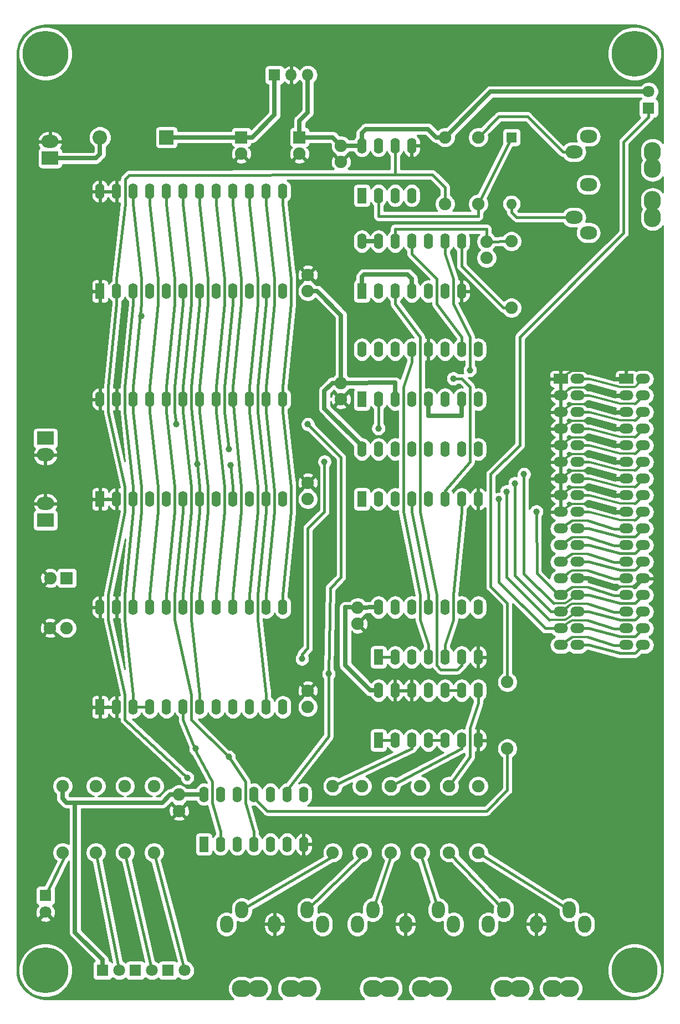
<source format=gbl>
G04 #@! TF.GenerationSoftware,KiCad,Pcbnew,5.1.4-5.1.4*
G04 #@! TF.CreationDate,2019-09-04T11:08:56+01:00*
G04 #@! TF.ProjectId,music2xxx,6d757369-6332-4787-9878-2e6b69636164,rev?*
G04 #@! TF.SameCoordinates,Original*
G04 #@! TF.FileFunction,Copper,L2,Bot*
G04 #@! TF.FilePolarity,Positive*
%FSLAX46Y46*%
G04 Gerber Fmt 4.6, Leading zero omitted, Abs format (unit mm)*
G04 Created by KiCad (PCBNEW 5.1.4-5.1.4) date 2019-09-04 11:08:56*
%MOMM*%
%LPD*%
G04 APERTURE LIST*
%ADD10R,1.900000X1.900000*%
%ADD11C,1.900000*%
%ADD12O,3.000000X2.600000*%
%ADD13O,2.000000X2.600000*%
%ADD14O,2.600000X3.000000*%
%ADD15O,2.600000X2.000000*%
%ADD16O,1.800000X1.800000*%
%ADD17R,1.800000X1.800000*%
%ADD18O,2.200000X2.200000*%
%ADD19R,2.200000X2.200000*%
%ADD20R,2.600000X2.000000*%
%ADD21C,1.800000*%
%ADD22R,1.600000X1.600000*%
%ADD23O,1.600000X1.600000*%
%ADD24O,1.400000X2.400000*%
%ADD25R,1.400000X2.400000*%
%ADD26R,2.200000X1.500000*%
%ADD27O,2.200000X1.500000*%
%ADD28C,7.000000*%
%ADD29C,1.000000*%
%ADD30C,0.300000*%
%ADD31C,0.700000*%
%ADD32C,0.400000*%
%ADD33C,0.254000*%
G04 APERTURE END LIST*
D10*
X8255000Y-85090000D03*
D11*
X5755000Y-85090000D03*
D12*
X45000000Y-147750000D03*
X42500000Y-147750000D03*
X37500000Y-147750000D03*
X35000000Y-147750000D03*
D13*
X40000000Y-137950000D03*
X47350000Y-137950000D03*
X32650000Y-137950000D03*
X45000000Y-135750000D03*
X35000000Y-135750000D03*
D14*
X97750000Y-20000000D03*
X97750000Y-22500000D03*
X97750000Y-27500000D03*
X97750000Y-30000000D03*
D15*
X87950000Y-25000000D03*
X87950000Y-17650000D03*
X87950000Y-32350000D03*
X85750000Y-20000000D03*
X85750000Y-30000000D03*
D12*
X85000000Y-147750000D03*
X82500000Y-147750000D03*
X77500000Y-147750000D03*
X75000000Y-147750000D03*
D13*
X80000000Y-137950000D03*
X87350000Y-137950000D03*
X72650000Y-137950000D03*
X85000000Y-135750000D03*
X75000000Y-135750000D03*
D12*
X65000000Y-147750000D03*
X62500000Y-147750000D03*
X57500000Y-147750000D03*
X55000000Y-147750000D03*
D13*
X60000000Y-137950000D03*
X67350000Y-137950000D03*
X52650000Y-137950000D03*
X65000000Y-135750000D03*
X55000000Y-135750000D03*
D16*
X45085000Y-8255000D03*
X42545000Y-8255000D03*
D17*
X40005000Y-8255000D03*
D18*
X13335000Y-17780000D03*
D19*
X23495000Y-17780000D03*
D11*
X75565000Y-111125000D03*
X75565000Y-100965000D03*
D15*
X5715000Y-18415000D03*
D20*
X5715000Y-20955000D03*
D17*
X97155000Y-13335000D03*
D21*
X97155000Y-10795000D03*
D10*
X34925000Y-17780000D03*
D11*
X34925000Y-20280000D03*
D17*
X4999800Y-133590000D03*
D21*
X4999800Y-136130000D03*
D17*
X13730000Y-145000000D03*
D21*
X16270000Y-145000000D03*
D17*
X23730000Y-145000000D03*
D21*
X26270000Y-145000000D03*
D17*
X18730000Y-145000000D03*
D21*
X21270000Y-145000000D03*
D11*
X52705000Y-89575000D03*
X52705000Y-92075000D03*
X50165000Y-19050000D03*
X50165000Y-21550000D03*
D22*
X76200000Y-17780000D03*
D23*
X76200000Y-27940000D03*
D11*
X12700000Y-127000000D03*
X12700000Y-116840000D03*
X76200000Y-33655000D03*
X76200000Y-43815000D03*
D20*
X5000000Y-76270000D03*
D15*
X5000000Y-73730000D03*
D20*
X5000000Y-63730000D03*
D15*
X5000000Y-66270000D03*
D24*
X53340000Y-65405000D03*
X71120000Y-73025000D03*
X55880000Y-65405000D03*
X68580000Y-73025000D03*
X58420000Y-65405000D03*
X66040000Y-73025000D03*
X60960000Y-65405000D03*
X63500000Y-73025000D03*
X63500000Y-65405000D03*
X60960000Y-73025000D03*
X66040000Y-65405000D03*
X58420000Y-73025000D03*
X68580000Y-65405000D03*
X55880000Y-73025000D03*
X71120000Y-65405000D03*
D25*
X53340000Y-73025000D03*
D24*
X53340000Y-50165000D03*
X71120000Y-57785000D03*
X55880000Y-50165000D03*
X68580000Y-57785000D03*
X58420000Y-50165000D03*
X66040000Y-57785000D03*
X60960000Y-50165000D03*
X63500000Y-57785000D03*
X63500000Y-50165000D03*
X60960000Y-57785000D03*
X66040000Y-50165000D03*
X58420000Y-57785000D03*
X68580000Y-50165000D03*
X55880000Y-57785000D03*
X71120000Y-50165000D03*
D25*
X53340000Y-57785000D03*
X55880000Y-109855000D03*
D24*
X71120000Y-102235000D03*
X58420000Y-109855000D03*
X68580000Y-102235000D03*
X60960000Y-109855000D03*
X66040000Y-102235000D03*
X63500000Y-109855000D03*
X63500000Y-102235000D03*
X66040000Y-109855000D03*
X60960000Y-102235000D03*
X68580000Y-109855000D03*
X58420000Y-102235000D03*
X71120000Y-109855000D03*
X55880000Y-102235000D03*
D25*
X55880000Y-97155000D03*
D24*
X71120000Y-89535000D03*
X58420000Y-97155000D03*
X68580000Y-89535000D03*
X60960000Y-97155000D03*
X66040000Y-89535000D03*
X63500000Y-97155000D03*
X63500000Y-89535000D03*
X66040000Y-97155000D03*
X60960000Y-89535000D03*
X68580000Y-97155000D03*
X58420000Y-89535000D03*
X71120000Y-97155000D03*
X55880000Y-89535000D03*
D25*
X53340000Y-41275000D03*
D24*
X68580000Y-33655000D03*
X55880000Y-41275000D03*
X66040000Y-33655000D03*
X58420000Y-41275000D03*
X63500000Y-33655000D03*
X60960000Y-41275000D03*
X60960000Y-33655000D03*
X63500000Y-41275000D03*
X58420000Y-33655000D03*
X66040000Y-41275000D03*
X55880000Y-33655000D03*
X68580000Y-41275000D03*
X53340000Y-33655000D03*
D25*
X29210000Y-125730000D03*
D24*
X44450000Y-118110000D03*
X31750000Y-125730000D03*
X41910000Y-118110000D03*
X34290000Y-125730000D03*
X39370000Y-118110000D03*
X36830000Y-125730000D03*
X36830000Y-118110000D03*
X39370000Y-125730000D03*
X34290000Y-118110000D03*
X41910000Y-125730000D03*
X31750000Y-118110000D03*
X44450000Y-125730000D03*
X29210000Y-118110000D03*
D25*
X13335000Y-41275000D03*
D24*
X41275000Y-26035000D03*
X15875000Y-41275000D03*
X38735000Y-26035000D03*
X18415000Y-41275000D03*
X36195000Y-26035000D03*
X20955000Y-41275000D03*
X33655000Y-26035000D03*
X23495000Y-41275000D03*
X31115000Y-26035000D03*
X26035000Y-41275000D03*
X28575000Y-26035000D03*
X28575000Y-41275000D03*
X26035000Y-26035000D03*
X31115000Y-41275000D03*
X23495000Y-26035000D03*
X33655000Y-41275000D03*
X20955000Y-26035000D03*
X36195000Y-41275000D03*
X18415000Y-26035000D03*
X38735000Y-41275000D03*
X15875000Y-26035000D03*
X41275000Y-41275000D03*
X13335000Y-26035000D03*
D25*
X13335000Y-73025000D03*
D24*
X41275000Y-57785000D03*
X15875000Y-73025000D03*
X38735000Y-57785000D03*
X18415000Y-73025000D03*
X36195000Y-57785000D03*
X20955000Y-73025000D03*
X33655000Y-57785000D03*
X23495000Y-73025000D03*
X31115000Y-57785000D03*
X26035000Y-73025000D03*
X28575000Y-57785000D03*
X28575000Y-73025000D03*
X26035000Y-57785000D03*
X31115000Y-73025000D03*
X23495000Y-57785000D03*
X33655000Y-73025000D03*
X20955000Y-57785000D03*
X36195000Y-73025000D03*
X18415000Y-57785000D03*
X38735000Y-73025000D03*
X15875000Y-57785000D03*
X41275000Y-73025000D03*
X13335000Y-57785000D03*
D25*
X13335000Y-104775000D03*
D24*
X41275000Y-89535000D03*
X15875000Y-104775000D03*
X38735000Y-89535000D03*
X18415000Y-104775000D03*
X36195000Y-89535000D03*
X20955000Y-104775000D03*
X33655000Y-89535000D03*
X23495000Y-104775000D03*
X31115000Y-89535000D03*
X26035000Y-104775000D03*
X28575000Y-89535000D03*
X28575000Y-104775000D03*
X26035000Y-89535000D03*
X31115000Y-104775000D03*
X23495000Y-89535000D03*
X33655000Y-104775000D03*
X20955000Y-89535000D03*
X36195000Y-104775000D03*
X18415000Y-89535000D03*
X38735000Y-104775000D03*
X15875000Y-89535000D03*
X41275000Y-104775000D03*
X13335000Y-89535000D03*
D11*
X71120000Y-127000000D03*
X71120000Y-116840000D03*
X7620000Y-127000000D03*
X7620000Y-116840000D03*
X71120000Y-17780000D03*
X71120000Y-27940000D03*
X66675000Y-127000000D03*
X66675000Y-116840000D03*
X57785000Y-127000000D03*
X57785000Y-116840000D03*
X62230000Y-127000000D03*
X62230000Y-116840000D03*
X48895000Y-127000000D03*
X48895000Y-116840000D03*
X53340000Y-127000000D03*
X53340000Y-116840000D03*
X66040000Y-17780000D03*
X66040000Y-27940000D03*
X21590000Y-127000000D03*
X21590000Y-116840000D03*
X17145000Y-127000000D03*
X17145000Y-116840000D03*
D24*
X53340000Y-19050000D03*
X60960000Y-26670000D03*
X55880000Y-19050000D03*
X58420000Y-26670000D03*
X58420000Y-19050000D03*
X55880000Y-26670000D03*
X60960000Y-19050000D03*
D25*
X53340000Y-26670000D03*
D11*
X72390000Y-36195000D03*
X72390000Y-33695000D03*
X8215000Y-92710000D03*
X5715000Y-92710000D03*
D10*
X43815000Y-17780000D03*
D11*
X43815000Y-20280000D03*
D26*
X83730000Y-54680000D03*
D27*
X86270000Y-54680000D03*
X83730000Y-57220000D03*
X86270000Y-57220000D03*
X83730000Y-59760000D03*
X86270000Y-59760000D03*
X83730000Y-62300000D03*
X86270000Y-62300000D03*
X83730000Y-64840000D03*
X86270000Y-64840000D03*
X83730000Y-67380000D03*
X86270000Y-67380000D03*
X83730000Y-69920000D03*
X86270000Y-69920000D03*
X83730000Y-72460000D03*
X86270000Y-72460000D03*
X83730000Y-75000000D03*
X86270000Y-75000000D03*
X83730000Y-77540000D03*
X86270000Y-77540000D03*
X83730000Y-80080000D03*
X86270000Y-80080000D03*
X83730000Y-82620000D03*
X86270000Y-82620000D03*
X83730000Y-85160000D03*
X86270000Y-85160000D03*
X83730000Y-87700000D03*
X86270000Y-87700000D03*
X83730000Y-90240000D03*
X86270000Y-90240000D03*
X83730000Y-92780000D03*
X86270000Y-92780000D03*
X83730000Y-95320000D03*
X86270000Y-95320000D03*
D26*
X93730000Y-54680000D03*
D27*
X96270000Y-54680000D03*
X93730000Y-57220000D03*
X96270000Y-57220000D03*
X93730000Y-59760000D03*
X96270000Y-59760000D03*
X93730000Y-62300000D03*
X96270000Y-62300000D03*
X93730000Y-64840000D03*
X96270000Y-64840000D03*
X93730000Y-67380000D03*
X96270000Y-67380000D03*
X93730000Y-69920000D03*
X96270000Y-69920000D03*
X93730000Y-72460000D03*
X96270000Y-72460000D03*
X93730000Y-75000000D03*
X96270000Y-75000000D03*
X93730000Y-77540000D03*
X96270000Y-77540000D03*
X93730000Y-80080000D03*
X96270000Y-80080000D03*
X93730000Y-82620000D03*
X96270000Y-82620000D03*
X93730000Y-85160000D03*
X96270000Y-85160000D03*
X93730000Y-87700000D03*
X96270000Y-87700000D03*
X93730000Y-90240000D03*
X96270000Y-90240000D03*
X93730000Y-92780000D03*
X96270000Y-92780000D03*
X93730000Y-95320000D03*
X96270000Y-95320000D03*
D11*
X45085000Y-104775000D03*
X45085000Y-102275000D03*
X45085000Y-73025000D03*
X45085000Y-70525000D03*
X25400000Y-118150000D03*
X25400000Y-120650000D03*
X45085000Y-41275000D03*
X45085000Y-38775000D03*
X50165000Y-55285000D03*
X50165000Y-57785000D03*
D28*
X95000000Y-145000000D03*
X5000000Y-145000000D03*
X95000000Y-5000000D03*
X5000000Y-5000000D03*
D29*
X67310000Y-54610000D03*
X69850000Y-53340000D03*
X19685000Y-45085000D03*
X55867792Y-62230000D03*
X74295000Y-73025000D03*
X44196000Y-97409000D03*
X47625000Y-67310000D03*
X75438000Y-71882000D03*
X33274000Y-67818000D03*
X76708000Y-70612000D03*
X33020000Y-65405000D03*
X78105000Y-69215000D03*
X80010000Y-74930000D03*
X28212143Y-67672857D03*
X33020000Y-112395000D03*
X45085000Y-61595000D03*
X25019000Y-61595000D03*
X48260000Y-99695000D03*
X27940000Y-111125000D03*
X26670000Y-115570000D03*
D30*
X85407500Y-53467000D02*
X87884000Y-53467000D01*
D31*
X91884500Y-54737000D02*
X93730000Y-54680000D01*
D30*
X84772500Y-53911500D02*
X85407500Y-53467000D01*
X83730000Y-54680000D02*
X84772500Y-53911500D01*
D31*
X87884000Y-53467000D02*
X91884500Y-54737000D01*
D30*
X85407500Y-56007000D02*
X87884000Y-56007000D01*
D31*
X91884500Y-57277000D02*
X93730000Y-57220000D01*
D30*
X84772500Y-56451500D02*
X85407500Y-56007000D01*
X83730000Y-57220000D02*
X84772500Y-56451500D01*
D31*
X87884000Y-56007000D02*
X91884500Y-57277000D01*
D30*
X85407500Y-58547000D02*
X87884000Y-58547000D01*
D31*
X91884500Y-59817000D02*
X93730000Y-59760000D01*
D30*
X84772500Y-58991500D02*
X85407500Y-58547000D01*
X83730000Y-59760000D02*
X84772500Y-58991500D01*
D31*
X87884000Y-58547000D02*
X91884500Y-59817000D01*
D30*
X85407500Y-61087000D02*
X87884000Y-61087000D01*
D31*
X91884500Y-62357000D02*
X93730000Y-62300000D01*
D30*
X84772500Y-61531500D02*
X85407500Y-61087000D01*
X83730000Y-62300000D02*
X84772500Y-61531500D01*
D31*
X87884000Y-61087000D02*
X91884500Y-62357000D01*
D30*
X85407500Y-63627000D02*
X87884000Y-63627000D01*
D31*
X91884500Y-64897000D02*
X93730000Y-64840000D01*
D30*
X84772500Y-64071500D02*
X85407500Y-63627000D01*
X83730000Y-64840000D02*
X84772500Y-64071500D01*
D31*
X87884000Y-63627000D02*
X91884500Y-64897000D01*
D30*
X85407500Y-66167000D02*
X87884000Y-66167000D01*
D31*
X91884500Y-67437000D02*
X93730000Y-67380000D01*
D30*
X84772500Y-66611500D02*
X85407500Y-66167000D01*
X83730000Y-67380000D02*
X84772500Y-66611500D01*
D31*
X87884000Y-66167000D02*
X91884500Y-67437000D01*
D30*
X85407500Y-68707000D02*
X87884000Y-68707000D01*
D31*
X91884500Y-69977000D02*
X93730000Y-69920000D01*
D30*
X84772500Y-69151500D02*
X85407500Y-68707000D01*
X83730000Y-69920000D02*
X84772500Y-69151500D01*
D31*
X87884000Y-68707000D02*
X91884500Y-69977000D01*
D30*
X85407500Y-71247000D02*
X87884000Y-71247000D01*
D31*
X91884500Y-72517000D02*
X93730000Y-72460000D01*
D30*
X84772500Y-71691500D02*
X85407500Y-71247000D01*
X83730000Y-72460000D02*
X84772500Y-71691500D01*
D31*
X87884000Y-71247000D02*
X91884500Y-72517000D01*
D30*
X85407500Y-73787000D02*
X87884000Y-73787000D01*
D31*
X91884500Y-75057000D02*
X93730000Y-75000000D01*
D30*
X84772500Y-74231500D02*
X85407500Y-73787000D01*
X83730000Y-75000000D02*
X84772500Y-74231500D01*
D31*
X87884000Y-73787000D02*
X91884500Y-75057000D01*
D30*
X94996000Y-86423500D02*
X92773500Y-86423500D01*
D31*
X95186500Y-86296500D02*
X94996000Y-86423500D01*
X96270000Y-85160000D02*
X95186500Y-86296500D01*
X88011000Y-85153500D02*
X86270000Y-85160000D01*
D30*
X92773500Y-86423500D02*
X88011000Y-85153500D01*
D31*
X53340000Y-33655000D02*
X55880000Y-33655000D01*
X63500000Y-57785000D02*
X63500000Y-60325000D01*
X63500000Y-60325000D02*
X68580000Y-60325000D01*
X68580000Y-60325000D02*
X68580000Y-57785000D01*
X50165000Y-55285000D02*
X58420000Y-55245000D01*
X58420000Y-55245000D02*
X58420000Y-57785000D01*
X50165000Y-19050000D02*
X53340000Y-19050000D01*
X52705000Y-89575000D02*
X55880000Y-89535000D01*
X52705000Y-89575000D02*
X50810160Y-89545160D01*
X25400000Y-118150000D02*
X24056498Y-118150000D01*
X29170000Y-118150000D02*
X29210000Y-118110000D01*
X25400000Y-118150000D02*
X29170000Y-118150000D01*
X53340000Y-39075000D02*
X53680000Y-38735000D01*
X53340000Y-41275000D02*
X53340000Y-39075000D01*
X60325000Y-38735000D02*
X60960000Y-39370000D01*
X53680000Y-38735000D02*
X60325000Y-38735000D01*
X60960000Y-39370000D02*
X60960000Y-41275000D01*
X73025000Y-10795000D02*
X66040000Y-17780000D01*
X97155000Y-10795000D02*
X73025000Y-10795000D01*
X50165000Y-44950000D02*
X50165000Y-55285000D01*
X50805549Y-98430549D02*
X54610000Y-102235000D01*
X50805549Y-95879451D02*
X50805549Y-98430549D01*
X55880000Y-102235000D02*
X54610000Y-102235000D01*
X50805549Y-95879451D02*
X50810160Y-89545160D01*
X47625000Y-56481498D02*
X48821498Y-55285000D01*
X47625000Y-59190000D02*
X47625000Y-56481498D01*
X53340000Y-64905000D02*
X47625000Y-59190000D01*
X48821498Y-55285000D02*
X50165000Y-55285000D01*
X53340000Y-65405000D02*
X53340000Y-64905000D01*
X46490000Y-41275000D02*
X45085000Y-41275000D01*
X50165000Y-44950000D02*
X46490000Y-41275000D01*
X64696498Y-17780000D02*
X63426498Y-16510000D01*
X66040000Y-17780000D02*
X64696498Y-17780000D01*
X53975000Y-16515000D02*
X53975000Y-16510000D01*
X53340000Y-19050000D02*
X53340000Y-17150000D01*
X53340000Y-17150000D02*
X53975000Y-16515000D01*
X63426498Y-16510000D02*
X53975000Y-16510000D01*
X24056498Y-118150000D02*
X22826498Y-119380000D01*
X7620000Y-118745000D02*
X7620000Y-116840000D01*
X8255000Y-119380000D02*
X7620000Y-118745000D01*
X22826498Y-119380000D02*
X10795000Y-119380000D01*
X10795000Y-119380000D02*
X9525000Y-119380000D01*
X9525000Y-119380000D02*
X8255000Y-119380000D01*
X48895000Y-17780000D02*
X50165000Y-19050000D01*
X43815000Y-17780000D02*
X48895000Y-17780000D01*
X43815000Y-15240000D02*
X43815000Y-17780000D01*
X45085000Y-8255000D02*
X45085000Y-13970000D01*
X45085000Y-13970000D02*
X43815000Y-15240000D01*
X9525000Y-139195000D02*
X9525000Y-134620000D01*
X13730000Y-143400000D02*
X9525000Y-139195000D01*
X13730000Y-145000000D02*
X13730000Y-143400000D01*
X9525000Y-134620000D02*
X9525000Y-119380000D01*
D32*
X60960000Y-52070000D02*
X60960000Y-50165000D01*
X62230000Y-87630000D02*
X59690000Y-74930000D01*
X63500000Y-97155000D02*
X63500000Y-95250000D01*
X59690000Y-74930000D02*
X59690000Y-55880000D01*
X62230000Y-91440000D02*
X62230000Y-87630000D01*
X63500000Y-95250000D02*
X62230000Y-91440000D01*
X59690000Y-55880000D02*
X60960000Y-52070000D01*
X66040000Y-73025000D02*
X66040000Y-71755000D01*
X66040000Y-71755000D02*
X69850000Y-67310000D01*
X69850000Y-67310000D02*
X69850000Y-55880000D01*
X69850000Y-55880000D02*
X68580000Y-54610000D01*
X68580000Y-54610000D02*
X67310000Y-54610000D01*
X60960000Y-73025000D02*
X60960000Y-74930000D01*
X60960000Y-74930000D02*
X63500000Y-87630000D01*
X63500000Y-87630000D02*
X63500000Y-89535000D01*
X58460000Y-33615000D02*
X58420000Y-33655000D01*
X76200000Y-33655000D02*
X72390000Y-33695000D01*
X58420000Y-33655000D02*
X58420000Y-31750000D01*
X72390000Y-31750000D02*
X72390000Y-33695000D01*
X58420000Y-31750000D02*
X72390000Y-31750000D01*
X4999800Y-133590000D02*
X8255000Y-127000000D01*
X71120000Y-27940000D02*
X76200000Y-17780000D01*
X55880000Y-26670000D02*
X55880000Y-29845000D01*
X55880000Y-29845000D02*
X71120000Y-29845000D01*
X71120000Y-29845000D02*
X71120000Y-27940000D01*
X76990000Y-30000000D02*
X76200000Y-29210000D01*
X76200000Y-27940000D02*
X76200000Y-29210000D01*
X76990000Y-30000000D02*
X85750000Y-30000000D01*
X68580000Y-50165000D02*
X68580000Y-48260000D01*
X60960000Y-35560000D02*
X60960000Y-33655000D01*
X60960000Y-35560000D02*
X64770000Y-39370000D01*
X64770000Y-39370000D02*
X64770000Y-43180000D01*
X64770000Y-43180000D02*
X68580000Y-48260000D01*
X62230000Y-48260000D02*
X62230000Y-74930000D01*
X62230000Y-74930000D02*
X64770000Y-87630000D01*
X62230000Y-48260000D02*
X58420000Y-43180000D01*
X58420000Y-43180000D02*
X58420000Y-41275000D01*
X64770000Y-98425000D02*
X65405000Y-99060000D01*
X64770000Y-87630000D02*
X64770000Y-98425000D01*
X65405000Y-99060000D02*
X67945000Y-99060000D01*
X67945000Y-99060000D02*
X68580000Y-98425000D01*
X68580000Y-98425000D02*
X68580000Y-97155000D01*
X18415000Y-104775000D02*
X18415000Y-102870000D01*
X18415000Y-102870000D02*
X17145000Y-91440000D01*
X17145000Y-91440000D02*
X17145000Y-87630000D01*
X17145000Y-87630000D02*
X18415000Y-74930000D01*
X18415000Y-74930000D02*
X18415000Y-73025000D01*
X18415000Y-43180000D02*
X18415000Y-41275000D01*
X18415000Y-104775000D02*
X20955000Y-104775000D01*
X17145000Y-55880000D02*
X18415000Y-43180000D01*
X18415000Y-73025000D02*
X18415000Y-71120000D01*
X17145000Y-59690000D02*
X17145000Y-55880000D01*
X18415000Y-71120000D02*
X17145000Y-59690000D01*
X69850000Y-53340000D02*
X69850000Y-48260000D01*
X69850000Y-48260000D02*
X67310000Y-43180000D01*
X67310000Y-43180000D02*
X67310000Y-39370000D01*
X67310000Y-39370000D02*
X66040000Y-35560000D01*
X66040000Y-35560000D02*
X66040000Y-33655000D01*
D30*
X94996000Y-76263500D02*
X92773500Y-76263500D01*
D32*
X95186500Y-76136500D02*
X94996000Y-76263500D01*
X96270000Y-75000000D02*
X95186500Y-76136500D01*
X88011000Y-74993500D02*
X86270000Y-75000000D01*
D30*
X92773500Y-76263500D02*
X88011000Y-74993500D01*
D32*
X19685000Y-43180000D02*
X19685000Y-39370000D01*
X19685000Y-39370000D02*
X18415000Y-27940000D01*
X18415000Y-27940000D02*
X18415000Y-26035000D01*
X19685000Y-71120000D02*
X18415000Y-59690000D01*
X18415000Y-59690000D02*
X18415000Y-57785000D01*
X19685000Y-74930000D02*
X19685000Y-71120000D01*
X18415000Y-89535000D02*
X18415000Y-87630000D01*
X18415000Y-87630000D02*
X19685000Y-74930000D01*
X18415000Y-57785000D02*
X18415000Y-55880000D01*
X18415000Y-55880000D02*
X19511819Y-44911819D01*
X19511819Y-44911819D02*
X19685000Y-43180000D01*
X74930000Y-43815000D02*
X76200000Y-43815000D01*
X68580000Y-33655000D02*
X68580000Y-37465000D01*
X68580000Y-37465000D02*
X74930000Y-43815000D01*
D30*
X94996000Y-58483500D02*
X92773500Y-58483500D01*
D32*
X95186500Y-58356500D02*
X94996000Y-58483500D01*
X96270000Y-57220000D02*
X95186500Y-58356500D01*
X88011000Y-57213500D02*
X86270000Y-57220000D01*
D30*
X92773500Y-58483500D02*
X88011000Y-57213500D01*
D32*
X38735000Y-89535000D02*
X38735000Y-87630000D01*
X38735000Y-87630000D02*
X40005000Y-74930000D01*
X40005000Y-74930000D02*
X40005000Y-71755000D01*
X40005000Y-71755000D02*
X38735000Y-59690000D01*
X38735000Y-59690000D02*
X38735000Y-57785000D01*
X40005000Y-43180000D02*
X40005000Y-39370000D01*
X40005000Y-39370000D02*
X38735000Y-27940000D01*
X38735000Y-27940000D02*
X38735000Y-26035000D01*
X38735000Y-55880000D02*
X40005000Y-43180000D01*
X38735000Y-57785000D02*
X38735000Y-55880000D01*
D30*
X94996000Y-66103500D02*
X92773500Y-66103500D01*
D32*
X95186500Y-65976500D02*
X94996000Y-66103500D01*
X96270000Y-64840000D02*
X95186500Y-65976500D01*
X88011000Y-64833500D02*
X86270000Y-64840000D01*
D30*
X92773500Y-66103500D02*
X88011000Y-64833500D01*
D32*
X55867792Y-62230000D02*
X55880000Y-57785000D01*
X94996000Y-94043500D02*
X92773500Y-94043500D01*
X92773500Y-94043500D02*
X88011000Y-92773500D01*
X96270000Y-92780000D02*
X95186500Y-93916500D01*
X95186500Y-93916500D02*
X94996000Y-94043500D01*
X88011000Y-92773500D02*
X86270000Y-92780000D01*
X66040000Y-97155000D02*
X66040000Y-95250000D01*
X66040000Y-95250000D02*
X67310000Y-91440000D01*
X67310000Y-91440000D02*
X67310000Y-87630000D01*
X67310000Y-87630000D02*
X68580000Y-74930000D01*
X68580000Y-74930000D02*
X68580000Y-73025000D01*
X94996000Y-96583500D02*
X92773500Y-96583500D01*
X95186500Y-96456500D02*
X94996000Y-96583500D01*
X96270000Y-95320000D02*
X95186500Y-96456500D01*
X88011000Y-95313500D02*
X86270000Y-95320000D01*
X92773500Y-96583500D02*
X88011000Y-95313500D01*
X41275000Y-89535000D02*
X41275000Y-87630000D01*
X41275000Y-87630000D02*
X42545000Y-74930000D01*
X42545000Y-74930000D02*
X42545000Y-71120000D01*
X42545000Y-71120000D02*
X41275000Y-59690000D01*
X41275000Y-59690000D02*
X41275000Y-57785000D01*
X42545000Y-43180000D02*
X42545000Y-39370000D01*
X42545000Y-39370000D02*
X41275000Y-27940000D01*
X41275000Y-27940000D02*
X41275000Y-26035000D01*
X41275000Y-55880000D02*
X42545000Y-43180000D01*
X41275000Y-57785000D02*
X41275000Y-55880000D01*
D30*
X85407500Y-94107000D02*
X87884000Y-94107000D01*
D32*
X91884500Y-95377000D02*
X93730000Y-95320000D01*
X84772500Y-94551500D02*
X85407500Y-94107000D01*
X83730000Y-95320000D02*
X84772500Y-94551500D01*
X87884000Y-94107000D02*
X91884500Y-95377000D01*
D30*
X94996000Y-55943500D02*
X92773500Y-55943500D01*
X95186500Y-55816500D02*
X94996000Y-55943500D01*
X96270000Y-54680000D02*
X95186500Y-55816500D01*
D32*
X88011000Y-54673500D02*
X86270000Y-54680000D01*
D30*
X92773500Y-55943500D02*
X88011000Y-54673500D01*
D32*
X58420000Y-97155000D02*
X55880000Y-97155000D01*
X87884000Y-91567000D02*
X91884500Y-92837000D01*
D30*
X83730000Y-92780000D02*
X84772500Y-92011500D01*
D32*
X91884500Y-92837000D02*
X93730000Y-92780000D01*
D30*
X85407500Y-91567000D02*
X87884000Y-91567000D01*
X84772500Y-92011500D02*
X85407500Y-91567000D01*
D32*
X74295000Y-73025000D02*
X74281983Y-74916983D01*
X74281983Y-85711983D02*
X81350000Y-92780000D01*
X74281983Y-74916983D02*
X74281983Y-85711983D01*
X81350000Y-92780000D02*
X83730000Y-92780000D01*
X45085000Y-77470000D02*
X45085000Y-95812894D01*
X47625000Y-74930000D02*
X45085000Y-77470000D01*
X44196000Y-96701894D02*
X44196000Y-97409000D01*
X47625000Y-67310000D02*
X47625000Y-74930000D01*
X45085000Y-95812894D02*
X44196000Y-96701894D01*
X96270000Y-90240000D02*
X95186500Y-91376500D01*
X92773500Y-91503500D02*
X88011000Y-90233500D01*
X95186500Y-91376500D02*
X94996000Y-91503500D01*
X94996000Y-91503500D02*
X92773500Y-91503500D01*
X88011000Y-90233500D02*
X86270000Y-90240000D01*
D30*
X81965010Y-91490010D02*
X84391500Y-91503500D01*
X84391500Y-91503500D02*
X86270000Y-90240000D01*
D32*
X81965010Y-91490010D02*
X75438000Y-84963000D01*
X75438000Y-84963000D02*
X75438000Y-71882000D01*
X33274000Y-67818000D02*
X33655000Y-71120000D01*
X33655000Y-71120000D02*
X33655000Y-73025000D01*
X91884500Y-90297000D02*
X93730000Y-90240000D01*
X83730000Y-90240000D02*
X84772500Y-89471500D01*
X87884000Y-89027000D02*
X91884500Y-90297000D01*
D30*
X85407500Y-89027000D02*
X87884000Y-89027000D01*
X84772500Y-89471500D02*
X85407500Y-89027000D01*
D32*
X82230000Y-90240000D02*
X83730000Y-90240000D01*
X76708000Y-84718000D02*
X82230000Y-90240000D01*
X76708000Y-70612000D02*
X76708000Y-84718000D01*
X33655000Y-43180000D02*
X33655000Y-41275000D01*
X32385000Y-55880000D02*
X33655000Y-43180000D01*
X33020000Y-65405000D02*
X32385000Y-59690000D01*
X32385000Y-59690000D02*
X32385000Y-55880000D01*
X94996000Y-88963500D02*
X92773500Y-88963500D01*
X95186500Y-88836500D02*
X94996000Y-88963500D01*
X96270000Y-87700000D02*
X95186500Y-88836500D01*
X88011000Y-87693500D02*
X86270000Y-87700000D01*
X92773500Y-88963500D02*
X88011000Y-87693500D01*
D30*
X82600010Y-88950010D02*
X84455000Y-88900000D01*
X84455000Y-88900000D02*
X86270000Y-87700000D01*
D32*
X78105000Y-69215000D02*
X78105000Y-84455000D01*
X78105000Y-84455000D02*
X82600010Y-88950010D01*
X68580000Y-111125000D02*
X68580000Y-109855000D01*
X57785000Y-116840000D02*
X68580000Y-111125000D01*
X60960000Y-111125000D02*
X60960000Y-109855000D01*
X48895000Y-116840000D02*
X60960000Y-111125000D01*
X71120000Y-104140000D02*
X71120000Y-102235000D01*
X66675000Y-116840000D02*
X69850000Y-112395000D01*
X69850000Y-107950000D02*
X71120000Y-104140000D01*
X69850000Y-112395000D02*
X69850000Y-107950000D01*
D30*
X85407500Y-86487000D02*
X87884000Y-86487000D01*
D32*
X91884500Y-87757000D02*
X93730000Y-87700000D01*
X84772500Y-86931500D02*
X85407500Y-86487000D01*
X83730000Y-87700000D02*
X84772500Y-86931500D01*
X87884000Y-86487000D02*
X91884500Y-87757000D01*
X38735000Y-43180000D02*
X38735000Y-41275000D01*
X38735000Y-73025000D02*
X38735000Y-74930000D01*
X38735000Y-74930000D02*
X37465000Y-87630000D01*
X37465000Y-87630000D02*
X37465000Y-91440000D01*
X37465000Y-91440000D02*
X38735000Y-102870000D01*
X38735000Y-102870000D02*
X38735000Y-104775000D01*
X37465000Y-55880000D02*
X38735000Y-43180000D01*
X38735000Y-73025000D02*
X38735000Y-71120000D01*
X37465000Y-59690000D02*
X37465000Y-55880000D01*
X38735000Y-71120000D02*
X37465000Y-59690000D01*
X83380000Y-87700000D02*
X83730000Y-87700000D01*
X80010000Y-74930000D02*
X80072500Y-84392500D01*
X80072500Y-84392500D02*
X83380000Y-87700000D01*
D30*
X85407500Y-76327000D02*
X87884000Y-76327000D01*
D32*
X91884500Y-77597000D02*
X93730000Y-77540000D01*
X84772500Y-76771500D02*
X85407500Y-76327000D01*
X83730000Y-77540000D02*
X84772500Y-76771500D01*
X87884000Y-76327000D02*
X91884500Y-77597000D01*
X20955000Y-89535000D02*
X20955000Y-87630000D01*
X20955000Y-26035000D02*
X20955000Y-27940000D01*
X20955000Y-27940000D02*
X22225000Y-39370000D01*
X22225000Y-39370000D02*
X22225000Y-43180000D01*
X20955000Y-57785000D02*
X20955000Y-59690000D01*
X20955000Y-59690000D02*
X22225000Y-71120000D01*
X22225000Y-71120000D02*
X22225000Y-74930000D01*
X22225000Y-74930000D02*
X20955000Y-87630000D01*
X20955000Y-55880000D02*
X20955000Y-57785000D01*
X22225000Y-43180000D02*
X20955000Y-55880000D01*
X94996000Y-78803500D02*
X92773500Y-78803500D01*
X95186500Y-78676500D02*
X94996000Y-78803500D01*
X96270000Y-77540000D02*
X95186500Y-78676500D01*
X88011000Y-77533500D02*
X86270000Y-77540000D01*
X92773500Y-78803500D02*
X88011000Y-77533500D01*
X23495000Y-26035000D02*
X23495000Y-27940000D01*
X23495000Y-27940000D02*
X24765000Y-39370000D01*
X24765000Y-39370000D02*
X24765000Y-43180000D01*
X23495000Y-57785000D02*
X23495000Y-59690000D01*
X23495000Y-59690000D02*
X24765000Y-71120000D01*
X24765000Y-71120000D02*
X24765000Y-74930000D01*
X24765000Y-74930000D02*
X23495000Y-87630000D01*
X23495000Y-87630000D02*
X23495000Y-89535000D01*
X23495000Y-55880000D02*
X23495000Y-57785000D01*
X24765000Y-43180000D02*
X23495000Y-55880000D01*
D30*
X85407500Y-78867000D02*
X87884000Y-78867000D01*
D32*
X91884500Y-80137000D02*
X93730000Y-80080000D01*
X84772500Y-79311500D02*
X85407500Y-78867000D01*
X83730000Y-80080000D02*
X84772500Y-79311500D01*
X87884000Y-78867000D02*
X91884500Y-80137000D01*
X26035000Y-89535000D02*
X26035000Y-87630000D01*
X26035000Y-87630000D02*
X27305000Y-74930000D01*
X27305000Y-74930000D02*
X27305000Y-71120000D01*
X27305000Y-71120000D02*
X26035000Y-59690000D01*
X26035000Y-59690000D02*
X26035000Y-57785000D01*
X26035000Y-27940000D02*
X26035000Y-26035000D01*
X27305000Y-39370000D02*
X26035000Y-27940000D01*
X27305000Y-43180000D02*
X27305000Y-39370000D01*
X26035000Y-55880000D02*
X27305000Y-43180000D01*
X26035000Y-57785000D02*
X26035000Y-55880000D01*
D30*
X94996000Y-63563500D02*
X92773500Y-63563500D01*
D32*
X95186500Y-63436500D02*
X94996000Y-63563500D01*
X96270000Y-62300000D02*
X95186500Y-63436500D01*
X88011000Y-62293500D02*
X86270000Y-62300000D01*
D30*
X92773500Y-63563500D02*
X88011000Y-62293500D01*
D32*
X28575000Y-43180000D02*
X28575000Y-41275000D01*
X28575000Y-73025000D02*
X28575000Y-74930000D01*
X28575000Y-74930000D02*
X27305000Y-87630000D01*
X27305000Y-87630000D02*
X27305000Y-91440000D01*
X27305000Y-91440000D02*
X28575000Y-102870000D01*
X28575000Y-102870000D02*
X28575000Y-104775000D01*
X27305000Y-55880000D02*
X28575000Y-43180000D01*
X28575000Y-73025000D02*
X28575000Y-71120000D01*
X27305000Y-59055000D02*
X27305000Y-55880000D01*
X28575000Y-71120000D02*
X28212143Y-67672857D01*
X28212143Y-67672857D02*
X27305000Y-59055000D01*
X94996000Y-81343500D02*
X92773500Y-81343500D01*
X95186500Y-81216500D02*
X94996000Y-81343500D01*
X96270000Y-80080000D02*
X95186500Y-81216500D01*
X88011000Y-80073500D02*
X86270000Y-80080000D01*
X92773500Y-81343500D02*
X88011000Y-80073500D01*
X28575000Y-26035000D02*
X28575000Y-27940000D01*
X28575000Y-27940000D02*
X29845000Y-39370000D01*
X29845000Y-39370000D02*
X29845000Y-43180000D01*
X28575000Y-57785000D02*
X28575000Y-59690000D01*
X28575000Y-59690000D02*
X29845000Y-71120000D01*
X29845000Y-71120000D02*
X29845000Y-74930000D01*
X29845000Y-74930000D02*
X28575000Y-87630000D01*
X28575000Y-87630000D02*
X28575000Y-89535000D01*
X28575000Y-55880000D02*
X28575000Y-57785000D01*
X29845000Y-43180000D02*
X28575000Y-55880000D01*
D30*
X85407500Y-81407000D02*
X87884000Y-81407000D01*
D32*
X91884500Y-82677000D02*
X93730000Y-82620000D01*
X84772500Y-81851500D02*
X85407500Y-81407000D01*
X83730000Y-82620000D02*
X84772500Y-81851500D01*
X87884000Y-81407000D02*
X91884500Y-82677000D01*
X31115000Y-89535000D02*
X31115000Y-87630000D01*
X31115000Y-87630000D02*
X32385000Y-74930000D01*
X32385000Y-74930000D02*
X32385000Y-71120000D01*
X32385000Y-71120000D02*
X31115000Y-59690000D01*
X31115000Y-59690000D02*
X31115000Y-57785000D01*
X32385000Y-43180000D02*
X32385000Y-39370000D01*
X32385000Y-39370000D02*
X31115000Y-27940000D01*
X31115000Y-27940000D02*
X31115000Y-26035000D01*
X31115000Y-55880000D02*
X32385000Y-43180000D01*
X31115000Y-57785000D02*
X31115000Y-55880000D01*
X94996000Y-83883500D02*
X92773500Y-83883500D01*
X95186500Y-83756500D02*
X94996000Y-83883500D01*
X96270000Y-82620000D02*
X95186500Y-83756500D01*
X88011000Y-82613500D02*
X86270000Y-82620000D01*
X92773500Y-83883500D02*
X88011000Y-82613500D01*
X33655000Y-26035000D02*
X33655000Y-27940000D01*
X33655000Y-27940000D02*
X34925000Y-39370000D01*
X34925000Y-39370000D02*
X34925000Y-43180000D01*
X33655000Y-57785000D02*
X34925000Y-71120000D01*
X34925000Y-71120000D02*
X34925000Y-74930000D01*
X34925000Y-74930000D02*
X33655000Y-87630000D01*
X33655000Y-87630000D02*
X33655000Y-89535000D01*
X33655000Y-55880000D02*
X33655000Y-57785000D01*
X34925000Y-43180000D02*
X33655000Y-55880000D01*
D30*
X85407500Y-83947000D02*
X87884000Y-83947000D01*
D32*
X91884500Y-85217000D02*
X93730000Y-85160000D01*
D30*
X84772500Y-84391500D02*
X85407500Y-83947000D01*
D32*
X83730000Y-85160000D02*
X84772500Y-84391500D01*
X87884000Y-83947000D02*
X91884500Y-85217000D01*
X36195000Y-89535000D02*
X36195000Y-87630000D01*
X36195000Y-87630000D02*
X37465000Y-74930000D01*
X37465000Y-74930000D02*
X37465000Y-71120000D01*
X37465000Y-71120000D02*
X36195000Y-59690000D01*
X36195000Y-59690000D02*
X36195000Y-57785000D01*
X37465000Y-43180000D02*
X37465000Y-39370000D01*
X37465000Y-39370000D02*
X36195000Y-27940000D01*
X36195000Y-27940000D02*
X36195000Y-26035000D01*
X36195000Y-55880000D02*
X37465000Y-43180000D01*
X36195000Y-57785000D02*
X36195000Y-55880000D01*
X36830000Y-118110000D02*
X36830000Y-117610000D01*
X36830000Y-118610000D02*
X38870000Y-120650000D01*
X36830000Y-118110000D02*
X36830000Y-118610000D01*
X38870000Y-120650000D02*
X72390000Y-120650000D01*
X72390000Y-120650000D02*
X75565000Y-117475000D01*
X75565000Y-117475000D02*
X75565000Y-111125000D01*
D30*
X94996000Y-61023500D02*
X92773500Y-61023500D01*
D32*
X95186500Y-60896500D02*
X94996000Y-61023500D01*
X96270000Y-59760000D02*
X95186500Y-60896500D01*
X88011000Y-59753500D02*
X86270000Y-59760000D01*
D30*
X92773500Y-61023500D02*
X88011000Y-59753500D01*
X94996000Y-68643500D02*
X92773500Y-68643500D01*
D32*
X95186500Y-68516500D02*
X94996000Y-68643500D01*
X96270000Y-67380000D02*
X95186500Y-68516500D01*
X88011000Y-67373500D02*
X86270000Y-67380000D01*
D30*
X92773500Y-68643500D02*
X88011000Y-67373500D01*
X94996000Y-71183500D02*
X92773500Y-71183500D01*
D32*
X95186500Y-71056500D02*
X94996000Y-71183500D01*
X96270000Y-69920000D02*
X95186500Y-71056500D01*
X88011000Y-69913500D02*
X86270000Y-69920000D01*
D30*
X92773500Y-71183500D02*
X88011000Y-69913500D01*
X94996000Y-73723500D02*
X92773500Y-73723500D01*
D32*
X95186500Y-73596500D02*
X94996000Y-73723500D01*
X96270000Y-72460000D02*
X95186500Y-73596500D01*
X88011000Y-72453500D02*
X86270000Y-72460000D01*
D30*
X92773500Y-73723500D02*
X88011000Y-72453500D01*
D32*
X35000000Y-135750000D02*
X48895000Y-127635000D01*
X45000000Y-135750000D02*
X53340000Y-127635000D01*
X55000000Y-135750000D02*
X57785000Y-127635000D01*
X65000000Y-135750000D02*
X62230000Y-127000000D01*
X66675000Y-127000000D02*
X75000000Y-135750000D01*
X71120000Y-127000000D02*
X85000000Y-135750000D01*
X84050000Y-20000000D02*
X85750000Y-20000000D01*
X78655000Y-14605000D02*
X84050000Y-20000000D01*
X74295000Y-14605000D02*
X78655000Y-14605000D01*
X71120000Y-17780000D02*
X74295000Y-14605000D01*
X63500000Y-109855000D02*
X66040000Y-109855000D01*
X24765000Y-87630000D02*
X26035000Y-74930000D01*
X24765000Y-91440000D02*
X24765000Y-87630000D01*
X27305000Y-102870000D02*
X24765000Y-91440000D01*
X33020000Y-112395000D02*
X27305000Y-106680000D01*
X26035000Y-74930000D02*
X26035000Y-73025000D01*
X27305000Y-106680000D02*
X27305000Y-102870000D01*
X35560000Y-116205000D02*
X33020000Y-112395000D01*
X35560000Y-119380000D02*
X35560000Y-116205000D01*
X36830000Y-125730000D02*
X36830000Y-123825000D01*
X36830000Y-123825000D02*
X35560000Y-119380000D01*
X25019000Y-61595000D02*
X24765000Y-59690000D01*
X26035000Y-43180000D02*
X26035000Y-41275000D01*
X24765000Y-59690000D02*
X24765000Y-55880000D01*
X24765000Y-55880000D02*
X26035000Y-43180000D01*
X66040000Y-102235000D02*
X68580000Y-102235000D01*
X48260000Y-109220000D02*
X41910000Y-117475000D01*
X48260000Y-99695000D02*
X48260000Y-109220000D01*
X48502454Y-86602454D02*
X48260000Y-99695000D01*
X50165000Y-84939908D02*
X48502454Y-86602454D01*
X50165000Y-66675000D02*
X50165000Y-84939908D01*
X45085000Y-61595000D02*
X50165000Y-66675000D01*
X26035000Y-104775000D02*
X26035000Y-106680000D01*
X26035000Y-106680000D02*
X27813002Y-110998002D01*
X27813002Y-110998002D02*
X27887084Y-111177916D01*
X27887084Y-111177916D02*
X28072292Y-111627708D01*
X27940000Y-111125000D02*
X27813002Y-110998002D01*
X27940000Y-111125000D02*
X27887084Y-111177916D01*
X27940000Y-111125000D02*
X28072292Y-111627708D01*
X58420000Y-109855000D02*
X55880000Y-109855000D01*
X31750000Y-123825000D02*
X31750000Y-125730000D01*
X30480000Y-119380000D02*
X31750000Y-123825000D01*
X28072292Y-111627708D02*
X30480000Y-116205000D01*
X30480000Y-116205000D02*
X30480000Y-119380000D01*
X12700000Y-127000000D02*
X16270000Y-145000000D01*
X17145000Y-127000000D02*
X21270000Y-145000000D01*
X21590000Y-127000000D02*
X26270000Y-145000000D01*
D31*
X23495000Y-17780000D02*
X33655000Y-17780000D01*
X35605000Y-17780000D02*
X33655000Y-17780000D01*
X35305000Y-17780000D02*
X33655000Y-17780000D01*
X40005000Y-10490000D02*
X40005000Y-8255000D01*
X40005000Y-14350000D02*
X40005000Y-10490000D01*
X34925000Y-17780000D02*
X36575000Y-17780000D01*
X36575000Y-17780000D02*
X40005000Y-14350000D01*
D32*
X97155000Y-14635000D02*
X93345000Y-18445000D01*
X97155000Y-13335000D02*
X97155000Y-14635000D01*
X75565000Y-100965000D02*
X75565000Y-88900000D01*
X75565000Y-88900000D02*
X73025000Y-86360000D01*
X93345000Y-18445000D02*
X93345000Y-32385000D01*
X77470000Y-64770000D02*
X73025000Y-69215000D01*
X77470000Y-48260000D02*
X77470000Y-64770000D01*
X73025000Y-86360000D02*
X73025000Y-69215000D01*
X93345000Y-32385000D02*
X77470000Y-48260000D01*
X15875000Y-39370000D02*
X15875000Y-41275000D01*
X17214990Y-27940000D02*
X15875000Y-39370000D01*
X17214990Y-24199990D02*
X17214990Y-27940000D01*
X66040000Y-25400000D02*
X66040000Y-27940000D01*
X58420000Y-23495000D02*
X58420000Y-19050000D01*
X17814995Y-23529995D02*
X60960000Y-23495000D01*
X17214990Y-24199990D02*
X17814995Y-23529995D01*
X58420000Y-23495000D02*
X64135000Y-23495000D01*
X64135000Y-23495000D02*
X66040000Y-25400000D01*
X15875000Y-43180000D02*
X15875000Y-41275000D01*
X14605000Y-59690000D02*
X14605000Y-55880000D01*
X14605000Y-55880000D02*
X15875000Y-43180000D01*
X17145000Y-71120000D02*
X14605000Y-59690000D01*
X17145000Y-106680000D02*
X17145000Y-102870000D01*
X17145000Y-74930000D02*
X17145000Y-71120000D01*
X26670000Y-115570000D02*
X17145000Y-106680000D01*
X17145000Y-102870000D02*
X14605000Y-91440000D01*
X14605000Y-91440000D02*
X14605000Y-87630000D01*
X14605000Y-87630000D02*
X17145000Y-74930000D01*
D31*
X5715000Y-20955000D02*
X12700000Y-20955000D01*
X13335000Y-20320000D02*
X13335000Y-17780000D01*
X12700000Y-20955000D02*
X13335000Y-20320000D01*
D33*
G36*
X95768083Y-731173D02*
G01*
X96511891Y-934656D01*
X97207905Y-1266638D01*
X97834130Y-1716626D01*
X98370777Y-2270403D01*
X98800871Y-2910451D01*
X99110829Y-3616553D01*
X99292065Y-4371457D01*
X99340000Y-5024207D01*
X99340000Y-18687263D01*
X99124872Y-18425128D01*
X98830230Y-18183322D01*
X98494075Y-18003644D01*
X98129326Y-17892998D01*
X97750000Y-17855638D01*
X97370675Y-17892998D01*
X97005926Y-18003644D01*
X96669771Y-18183322D01*
X96375128Y-18425128D01*
X96133322Y-18719770D01*
X95953644Y-19055925D01*
X95842998Y-19420674D01*
X95815000Y-19704945D01*
X95815000Y-20295054D01*
X95842998Y-20579325D01*
X95953644Y-20944074D01*
X96117164Y-21250000D01*
X95953644Y-21555925D01*
X95842998Y-21920674D01*
X95815000Y-22204945D01*
X95815000Y-22795054D01*
X95842998Y-23079325D01*
X95953644Y-23444074D01*
X96133322Y-23780230D01*
X96375128Y-24074872D01*
X96669770Y-24316678D01*
X97005925Y-24496356D01*
X97370674Y-24607002D01*
X97750000Y-24644362D01*
X98129325Y-24607002D01*
X98494074Y-24496356D01*
X98830230Y-24316678D01*
X99124872Y-24074872D01*
X99340000Y-23812737D01*
X99340000Y-26187263D01*
X99124872Y-25925128D01*
X98830230Y-25683322D01*
X98494075Y-25503644D01*
X98129326Y-25392998D01*
X97750000Y-25355638D01*
X97370675Y-25392998D01*
X97005926Y-25503644D01*
X96669771Y-25683322D01*
X96375128Y-25925128D01*
X96133322Y-26219770D01*
X95953644Y-26555925D01*
X95842998Y-26920674D01*
X95815000Y-27204945D01*
X95815000Y-27795054D01*
X95842998Y-28079325D01*
X95953644Y-28444074D01*
X96117164Y-28750000D01*
X95953644Y-29055925D01*
X95842998Y-29420674D01*
X95815000Y-29704945D01*
X95815000Y-30295054D01*
X95842998Y-30579325D01*
X95953644Y-30944074D01*
X96133322Y-31280230D01*
X96375128Y-31574872D01*
X96669770Y-31816678D01*
X97005925Y-31996356D01*
X97370674Y-32107002D01*
X97750000Y-32144362D01*
X98129325Y-32107002D01*
X98494074Y-31996356D01*
X98830230Y-31816678D01*
X99124872Y-31574872D01*
X99340000Y-31312737D01*
X99340001Y-144970597D01*
X99268827Y-145768083D01*
X99065344Y-146511890D01*
X98733363Y-147207904D01*
X98283374Y-147834130D01*
X97729597Y-148370777D01*
X97089549Y-148800871D01*
X96383447Y-149110829D01*
X95628543Y-149292065D01*
X94975793Y-149340000D01*
X86312737Y-149340000D01*
X86574872Y-149124872D01*
X86816678Y-148830230D01*
X86996356Y-148494075D01*
X87107002Y-148129326D01*
X87144362Y-147750000D01*
X87107002Y-147370674D01*
X86996356Y-147005925D01*
X86816678Y-146669770D01*
X86574872Y-146375128D01*
X86280230Y-146133322D01*
X85944075Y-145953644D01*
X85579326Y-145842998D01*
X85295055Y-145815000D01*
X84704945Y-145815000D01*
X84420674Y-145842998D01*
X84055925Y-145953644D01*
X83750000Y-146117164D01*
X83444075Y-145953644D01*
X83079326Y-145842998D01*
X82795055Y-145815000D01*
X82204945Y-145815000D01*
X81920674Y-145842998D01*
X81555925Y-145953644D01*
X81219770Y-146133322D01*
X80925128Y-146375128D01*
X80683322Y-146669770D01*
X80503644Y-147005925D01*
X80392998Y-147370674D01*
X80355638Y-147750000D01*
X80392998Y-148129326D01*
X80503644Y-148494075D01*
X80683322Y-148830230D01*
X80925128Y-149124872D01*
X81187263Y-149340000D01*
X78812737Y-149340000D01*
X79074872Y-149124872D01*
X79316678Y-148830230D01*
X79496356Y-148494075D01*
X79607002Y-148129326D01*
X79644362Y-147750000D01*
X79607002Y-147370674D01*
X79496356Y-147005925D01*
X79316678Y-146669770D01*
X79074872Y-146375128D01*
X78780230Y-146133322D01*
X78444075Y-145953644D01*
X78079326Y-145842998D01*
X77795055Y-145815000D01*
X77204945Y-145815000D01*
X76920674Y-145842998D01*
X76555925Y-145953644D01*
X76250000Y-146117164D01*
X75944075Y-145953644D01*
X75579326Y-145842998D01*
X75295055Y-145815000D01*
X74704945Y-145815000D01*
X74420674Y-145842998D01*
X74055925Y-145953644D01*
X73719770Y-146133322D01*
X73425128Y-146375128D01*
X73183322Y-146669770D01*
X73003644Y-147005925D01*
X72892998Y-147370674D01*
X72855638Y-147750000D01*
X72892998Y-148129326D01*
X73003644Y-148494075D01*
X73183322Y-148830230D01*
X73425128Y-149124872D01*
X73687263Y-149340000D01*
X66312737Y-149340000D01*
X66574872Y-149124872D01*
X66816678Y-148830230D01*
X66996356Y-148494075D01*
X67107002Y-148129326D01*
X67144362Y-147750000D01*
X67107002Y-147370674D01*
X66996356Y-147005925D01*
X66816678Y-146669770D01*
X66574872Y-146375128D01*
X66280230Y-146133322D01*
X65944075Y-145953644D01*
X65579326Y-145842998D01*
X65295055Y-145815000D01*
X64704945Y-145815000D01*
X64420674Y-145842998D01*
X64055925Y-145953644D01*
X63750000Y-146117164D01*
X63444075Y-145953644D01*
X63079326Y-145842998D01*
X62795055Y-145815000D01*
X62204945Y-145815000D01*
X61920674Y-145842998D01*
X61555925Y-145953644D01*
X61219770Y-146133322D01*
X60925128Y-146375128D01*
X60683322Y-146669770D01*
X60503644Y-147005925D01*
X60392998Y-147370674D01*
X60355638Y-147750000D01*
X60392998Y-148129326D01*
X60503644Y-148494075D01*
X60683322Y-148830230D01*
X60925128Y-149124872D01*
X61187263Y-149340000D01*
X58812737Y-149340000D01*
X59074872Y-149124872D01*
X59316678Y-148830230D01*
X59496356Y-148494075D01*
X59607002Y-148129326D01*
X59644362Y-147750000D01*
X59607002Y-147370674D01*
X59496356Y-147005925D01*
X59316678Y-146669770D01*
X59074872Y-146375128D01*
X58780230Y-146133322D01*
X58444075Y-145953644D01*
X58079326Y-145842998D01*
X57795055Y-145815000D01*
X57204945Y-145815000D01*
X56920674Y-145842998D01*
X56555925Y-145953644D01*
X56250000Y-146117164D01*
X55944075Y-145953644D01*
X55579326Y-145842998D01*
X55295055Y-145815000D01*
X54704945Y-145815000D01*
X54420674Y-145842998D01*
X54055925Y-145953644D01*
X53719770Y-146133322D01*
X53425128Y-146375128D01*
X53183322Y-146669770D01*
X53003644Y-147005925D01*
X52892998Y-147370674D01*
X52855638Y-147750000D01*
X52892998Y-148129326D01*
X53003644Y-148494075D01*
X53183322Y-148830230D01*
X53425128Y-149124872D01*
X53687263Y-149340000D01*
X46312737Y-149340000D01*
X46574872Y-149124872D01*
X46816678Y-148830230D01*
X46996356Y-148494075D01*
X47107002Y-148129326D01*
X47144362Y-147750000D01*
X47107002Y-147370674D01*
X46996356Y-147005925D01*
X46816678Y-146669770D01*
X46574872Y-146375128D01*
X46280230Y-146133322D01*
X45944075Y-145953644D01*
X45579326Y-145842998D01*
X45295055Y-145815000D01*
X44704945Y-145815000D01*
X44420674Y-145842998D01*
X44055925Y-145953644D01*
X43750000Y-146117164D01*
X43444075Y-145953644D01*
X43079326Y-145842998D01*
X42795055Y-145815000D01*
X42204945Y-145815000D01*
X41920674Y-145842998D01*
X41555925Y-145953644D01*
X41219770Y-146133322D01*
X40925128Y-146375128D01*
X40683322Y-146669770D01*
X40503644Y-147005925D01*
X40392998Y-147370674D01*
X40355638Y-147750000D01*
X40392998Y-148129326D01*
X40503644Y-148494075D01*
X40683322Y-148830230D01*
X40925128Y-149124872D01*
X41187263Y-149340000D01*
X38812737Y-149340000D01*
X39074872Y-149124872D01*
X39316678Y-148830230D01*
X39496356Y-148494075D01*
X39607002Y-148129326D01*
X39644362Y-147750000D01*
X39607002Y-147370674D01*
X39496356Y-147005925D01*
X39316678Y-146669770D01*
X39074872Y-146375128D01*
X38780230Y-146133322D01*
X38444075Y-145953644D01*
X38079326Y-145842998D01*
X37795055Y-145815000D01*
X37204945Y-145815000D01*
X36920674Y-145842998D01*
X36555925Y-145953644D01*
X36250000Y-146117164D01*
X35944075Y-145953644D01*
X35579326Y-145842998D01*
X35295055Y-145815000D01*
X34704945Y-145815000D01*
X34420674Y-145842998D01*
X34055925Y-145953644D01*
X33719770Y-146133322D01*
X33425128Y-146375128D01*
X33183322Y-146669770D01*
X33003644Y-147005925D01*
X32892998Y-147370674D01*
X32855638Y-147750000D01*
X32892998Y-148129326D01*
X33003644Y-148494075D01*
X33183322Y-148830230D01*
X33425128Y-149124872D01*
X33687263Y-149340000D01*
X5029392Y-149340000D01*
X4231917Y-149268827D01*
X3488110Y-149065344D01*
X2792096Y-148733363D01*
X2165870Y-148283374D01*
X1629223Y-147729597D01*
X1199129Y-147089549D01*
X889171Y-146383447D01*
X707935Y-145628543D01*
X660000Y-144975793D01*
X660000Y-144592738D01*
X865000Y-144592738D01*
X865000Y-145407262D01*
X1023906Y-146206135D01*
X1335611Y-146958657D01*
X1788136Y-147635909D01*
X2364091Y-148211864D01*
X3041343Y-148664389D01*
X3793865Y-148976094D01*
X4592738Y-149135000D01*
X5407262Y-149135000D01*
X6206135Y-148976094D01*
X6958657Y-148664389D01*
X7635909Y-148211864D01*
X8211864Y-147635909D01*
X8664389Y-146958657D01*
X8976094Y-146206135D01*
X9135000Y-145407262D01*
X9135000Y-144592738D01*
X8976094Y-143793865D01*
X8664389Y-143041343D01*
X8211864Y-142364091D01*
X7635909Y-141788136D01*
X6958657Y-141335611D01*
X6206135Y-141023906D01*
X5407262Y-140865000D01*
X4592738Y-140865000D01*
X3793865Y-141023906D01*
X3041343Y-141335611D01*
X2364091Y-141788136D01*
X1788136Y-142364091D01*
X1335611Y-143041343D01*
X1023906Y-143793865D01*
X865000Y-144592738D01*
X660000Y-144592738D01*
X660000Y-137194080D01*
X4115325Y-137194080D01*
X4199008Y-137448261D01*
X4471575Y-137579158D01*
X4764442Y-137654365D01*
X5066353Y-137670991D01*
X5365707Y-137628397D01*
X5650999Y-137528222D01*
X5800592Y-137448261D01*
X5884275Y-137194080D01*
X4999800Y-136309605D01*
X4115325Y-137194080D01*
X660000Y-137194080D01*
X660000Y-136196553D01*
X3458809Y-136196553D01*
X3501403Y-136495907D01*
X3601578Y-136781199D01*
X3681539Y-136930792D01*
X3935720Y-137014475D01*
X4820195Y-136130000D01*
X4806053Y-136115858D01*
X4985658Y-135936253D01*
X4999800Y-135950395D01*
X5013943Y-135936253D01*
X5193548Y-136115858D01*
X5179405Y-136130000D01*
X6063880Y-137014475D01*
X6318061Y-136930792D01*
X6448958Y-136658225D01*
X6524165Y-136365358D01*
X6540791Y-136063447D01*
X6498197Y-135764093D01*
X6398022Y-135478801D01*
X6318061Y-135329208D01*
X6063882Y-135245526D01*
X6179830Y-135129578D01*
X6133065Y-135082813D01*
X6143980Y-135079502D01*
X6254294Y-135020537D01*
X6350985Y-134941185D01*
X6430337Y-134844494D01*
X6489302Y-134734180D01*
X6525612Y-134614482D01*
X6537872Y-134490000D01*
X6537872Y-132690000D01*
X6525612Y-132565518D01*
X6491962Y-132454589D01*
X8540000Y-128308430D01*
X8540000Y-134668379D01*
X8540001Y-134668389D01*
X8540000Y-139146620D01*
X8535235Y-139195000D01*
X8540000Y-139243379D01*
X8554253Y-139388093D01*
X8610576Y-139573766D01*
X8702040Y-139744884D01*
X8825130Y-139894870D01*
X8862716Y-139925716D01*
X12495680Y-143558680D01*
X12475506Y-143569463D01*
X12378815Y-143648815D01*
X12299463Y-143745506D01*
X12240498Y-143855820D01*
X12204188Y-143975518D01*
X12191928Y-144100000D01*
X12191928Y-145900000D01*
X12204188Y-146024482D01*
X12240498Y-146144180D01*
X12299463Y-146254494D01*
X12378815Y-146351185D01*
X12475506Y-146430537D01*
X12585820Y-146489502D01*
X12705518Y-146525812D01*
X12830000Y-146538072D01*
X14630000Y-146538072D01*
X14754482Y-146525812D01*
X14874180Y-146489502D01*
X14984494Y-146430537D01*
X15081185Y-146351185D01*
X15160537Y-146254494D01*
X15219502Y-146144180D01*
X15225056Y-146125873D01*
X15291495Y-146192312D01*
X15542905Y-146360299D01*
X15822257Y-146476011D01*
X16118816Y-146535000D01*
X16421184Y-146535000D01*
X16717743Y-146476011D01*
X16997095Y-146360299D01*
X17248505Y-146192312D01*
X17260053Y-146180764D01*
X17299463Y-146254494D01*
X17378815Y-146351185D01*
X17475506Y-146430537D01*
X17585820Y-146489502D01*
X17705518Y-146525812D01*
X17830000Y-146538072D01*
X19630000Y-146538072D01*
X19754482Y-146525812D01*
X19874180Y-146489502D01*
X19984494Y-146430537D01*
X20081185Y-146351185D01*
X20160537Y-146254494D01*
X20219502Y-146144180D01*
X20225056Y-146125873D01*
X20291495Y-146192312D01*
X20542905Y-146360299D01*
X20822257Y-146476011D01*
X21118816Y-146535000D01*
X21421184Y-146535000D01*
X21717743Y-146476011D01*
X21997095Y-146360299D01*
X22248505Y-146192312D01*
X22260053Y-146180764D01*
X22299463Y-146254494D01*
X22378815Y-146351185D01*
X22475506Y-146430537D01*
X22585820Y-146489502D01*
X22705518Y-146525812D01*
X22830000Y-146538072D01*
X24630000Y-146538072D01*
X24754482Y-146525812D01*
X24874180Y-146489502D01*
X24984494Y-146430537D01*
X25081185Y-146351185D01*
X25160537Y-146254494D01*
X25219502Y-146144180D01*
X25225056Y-146125873D01*
X25291495Y-146192312D01*
X25542905Y-146360299D01*
X25822257Y-146476011D01*
X26118816Y-146535000D01*
X26421184Y-146535000D01*
X26717743Y-146476011D01*
X26997095Y-146360299D01*
X27248505Y-146192312D01*
X27462312Y-145978505D01*
X27630299Y-145727095D01*
X27746011Y-145447743D01*
X27805000Y-145151184D01*
X27805000Y-144848816D01*
X27754064Y-144592738D01*
X90865000Y-144592738D01*
X90865000Y-145407262D01*
X91023906Y-146206135D01*
X91335611Y-146958657D01*
X91788136Y-147635909D01*
X92364091Y-148211864D01*
X93041343Y-148664389D01*
X93793865Y-148976094D01*
X94592738Y-149135000D01*
X95407262Y-149135000D01*
X96206135Y-148976094D01*
X96958657Y-148664389D01*
X97635909Y-148211864D01*
X98211864Y-147635909D01*
X98664389Y-146958657D01*
X98976094Y-146206135D01*
X99135000Y-145407262D01*
X99135000Y-144592738D01*
X98976094Y-143793865D01*
X98664389Y-143041343D01*
X98211864Y-142364091D01*
X97635909Y-141788136D01*
X96958657Y-141335611D01*
X96206135Y-141023906D01*
X95407262Y-140865000D01*
X94592738Y-140865000D01*
X93793865Y-141023906D01*
X93041343Y-141335611D01*
X92364091Y-141788136D01*
X91788136Y-142364091D01*
X91335611Y-143041343D01*
X91023906Y-143793865D01*
X90865000Y-144592738D01*
X27754064Y-144592738D01*
X27746011Y-144552257D01*
X27630299Y-144272905D01*
X27462312Y-144021495D01*
X27248505Y-143807688D01*
X26997095Y-143639701D01*
X26752770Y-143538498D01*
X25200878Y-137569678D01*
X31015000Y-137569678D01*
X31015000Y-138330321D01*
X31038657Y-138570515D01*
X31132148Y-138878714D01*
X31283969Y-139162751D01*
X31488286Y-139411714D01*
X31737248Y-139616031D01*
X32021285Y-139767852D01*
X32329484Y-139861343D01*
X32650000Y-139892911D01*
X32970515Y-139861343D01*
X33278714Y-139767852D01*
X33562751Y-139616031D01*
X33811714Y-139411714D01*
X34016031Y-139162752D01*
X34167852Y-138878715D01*
X34261343Y-138570516D01*
X34285000Y-138330322D01*
X34285000Y-138077000D01*
X38365000Y-138077000D01*
X38365000Y-138377000D01*
X38421193Y-138693532D01*
X38538058Y-138993020D01*
X38711105Y-139263954D01*
X38933683Y-139495922D01*
X39197239Y-139680010D01*
X39491645Y-139809144D01*
X39619566Y-139840124D01*
X39873000Y-139720777D01*
X39873000Y-138077000D01*
X40127000Y-138077000D01*
X40127000Y-139720777D01*
X40380434Y-139840124D01*
X40508355Y-139809144D01*
X40802761Y-139680010D01*
X41066317Y-139495922D01*
X41288895Y-139263954D01*
X41461942Y-138993020D01*
X41578807Y-138693532D01*
X41635000Y-138377000D01*
X41635000Y-138077000D01*
X40127000Y-138077000D01*
X39873000Y-138077000D01*
X38365000Y-138077000D01*
X34285000Y-138077000D01*
X34285000Y-137569679D01*
X34280015Y-137519067D01*
X34371285Y-137567852D01*
X34679484Y-137661343D01*
X35000000Y-137692911D01*
X35320515Y-137661343D01*
X35628714Y-137567852D01*
X35712626Y-137523000D01*
X38365000Y-137523000D01*
X38365000Y-137823000D01*
X39873000Y-137823000D01*
X39873000Y-136179223D01*
X40127000Y-136179223D01*
X40127000Y-137823000D01*
X41635000Y-137823000D01*
X41635000Y-137523000D01*
X41578807Y-137206468D01*
X41461942Y-136906980D01*
X41288895Y-136636046D01*
X41066317Y-136404078D01*
X40802761Y-136219990D01*
X40508355Y-136090856D01*
X40380434Y-136059876D01*
X40127000Y-136179223D01*
X39873000Y-136179223D01*
X39619566Y-136059876D01*
X39491645Y-136090856D01*
X39197239Y-136219990D01*
X38933683Y-136404078D01*
X38711105Y-136636046D01*
X38538058Y-136906980D01*
X38421193Y-137206468D01*
X38365000Y-137523000D01*
X35712626Y-137523000D01*
X35912751Y-137416031D01*
X36161714Y-137211714D01*
X36366031Y-136962752D01*
X36517852Y-136678715D01*
X36611343Y-136370516D01*
X36635000Y-136130322D01*
X36635000Y-135762095D01*
X37306920Y-135369678D01*
X43365000Y-135369678D01*
X43365000Y-136130321D01*
X43388657Y-136370515D01*
X43482148Y-136678714D01*
X43633969Y-136962751D01*
X43838286Y-137211714D01*
X44087248Y-137416031D01*
X44371285Y-137567852D01*
X44679484Y-137661343D01*
X45000000Y-137692911D01*
X45320515Y-137661343D01*
X45628714Y-137567852D01*
X45719985Y-137519067D01*
X45715000Y-137569678D01*
X45715000Y-138330321D01*
X45738657Y-138570515D01*
X45832148Y-138878714D01*
X45983969Y-139162751D01*
X46188286Y-139411714D01*
X46437248Y-139616031D01*
X46721285Y-139767852D01*
X47029484Y-139861343D01*
X47350000Y-139892911D01*
X47670515Y-139861343D01*
X47978714Y-139767852D01*
X48262751Y-139616031D01*
X48511714Y-139411714D01*
X48716031Y-139162752D01*
X48867852Y-138878715D01*
X48961343Y-138570516D01*
X48985000Y-138330322D01*
X48985000Y-137569679D01*
X48985000Y-137569678D01*
X51015000Y-137569678D01*
X51015000Y-138330321D01*
X51038657Y-138570515D01*
X51132148Y-138878714D01*
X51283969Y-139162751D01*
X51488286Y-139411714D01*
X51737248Y-139616031D01*
X52021285Y-139767852D01*
X52329484Y-139861343D01*
X52650000Y-139892911D01*
X52970515Y-139861343D01*
X53278714Y-139767852D01*
X53562751Y-139616031D01*
X53811714Y-139411714D01*
X54016031Y-139162752D01*
X54167852Y-138878715D01*
X54261343Y-138570516D01*
X54285000Y-138330322D01*
X54285000Y-138077000D01*
X58365000Y-138077000D01*
X58365000Y-138377000D01*
X58421193Y-138693532D01*
X58538058Y-138993020D01*
X58711105Y-139263954D01*
X58933683Y-139495922D01*
X59197239Y-139680010D01*
X59491645Y-139809144D01*
X59619566Y-139840124D01*
X59873000Y-139720777D01*
X59873000Y-138077000D01*
X60127000Y-138077000D01*
X60127000Y-139720777D01*
X60380434Y-139840124D01*
X60508355Y-139809144D01*
X60802761Y-139680010D01*
X61066317Y-139495922D01*
X61288895Y-139263954D01*
X61461942Y-138993020D01*
X61578807Y-138693532D01*
X61635000Y-138377000D01*
X61635000Y-138077000D01*
X60127000Y-138077000D01*
X59873000Y-138077000D01*
X58365000Y-138077000D01*
X54285000Y-138077000D01*
X54285000Y-137569679D01*
X54280015Y-137519067D01*
X54371285Y-137567852D01*
X54679484Y-137661343D01*
X55000000Y-137692911D01*
X55320515Y-137661343D01*
X55628714Y-137567852D01*
X55712626Y-137523000D01*
X58365000Y-137523000D01*
X58365000Y-137823000D01*
X59873000Y-137823000D01*
X59873000Y-136179223D01*
X60127000Y-136179223D01*
X60127000Y-137823000D01*
X61635000Y-137823000D01*
X61635000Y-137523000D01*
X61578807Y-137206468D01*
X61461942Y-136906980D01*
X61288895Y-136636046D01*
X61066317Y-136404078D01*
X60802761Y-136219990D01*
X60508355Y-136090856D01*
X60380434Y-136059876D01*
X60127000Y-136179223D01*
X59873000Y-136179223D01*
X59619566Y-136059876D01*
X59491645Y-136090856D01*
X59197239Y-136219990D01*
X58933683Y-136404078D01*
X58711105Y-136636046D01*
X58538058Y-136906980D01*
X58421193Y-137206468D01*
X58365000Y-137523000D01*
X55712626Y-137523000D01*
X55912751Y-137416031D01*
X56161714Y-137211714D01*
X56366031Y-136962752D01*
X56517852Y-136678715D01*
X56611343Y-136370516D01*
X56635000Y-136130322D01*
X56635000Y-135369679D01*
X56611343Y-135129485D01*
X56517852Y-134821285D01*
X56366031Y-134537248D01*
X56318773Y-134479663D01*
X58381791Y-128468393D01*
X58535779Y-128404609D01*
X58795379Y-128231150D01*
X59016150Y-128010379D01*
X59189609Y-127750779D01*
X59309089Y-127462327D01*
X59370000Y-127156109D01*
X59370000Y-126843891D01*
X60645000Y-126843891D01*
X60645000Y-127156109D01*
X60705911Y-127462327D01*
X60825391Y-127750779D01*
X60998850Y-128010379D01*
X61219621Y-128231150D01*
X61479221Y-128404609D01*
X61767673Y-128524089D01*
X61841276Y-128538730D01*
X63710654Y-134443806D01*
X63633969Y-134537248D01*
X63482148Y-134821285D01*
X63388657Y-135129484D01*
X63365000Y-135369678D01*
X63365000Y-136130321D01*
X63388657Y-136370515D01*
X63482148Y-136678714D01*
X63633969Y-136962751D01*
X63838286Y-137211714D01*
X64087248Y-137416031D01*
X64371285Y-137567852D01*
X64679484Y-137661343D01*
X65000000Y-137692911D01*
X65320515Y-137661343D01*
X65628714Y-137567852D01*
X65719985Y-137519067D01*
X65715000Y-137569678D01*
X65715000Y-138330321D01*
X65738657Y-138570515D01*
X65832148Y-138878714D01*
X65983969Y-139162751D01*
X66188286Y-139411714D01*
X66437248Y-139616031D01*
X66721285Y-139767852D01*
X67029484Y-139861343D01*
X67350000Y-139892911D01*
X67670515Y-139861343D01*
X67978714Y-139767852D01*
X68262751Y-139616031D01*
X68511714Y-139411714D01*
X68716031Y-139162752D01*
X68867852Y-138878715D01*
X68961343Y-138570516D01*
X68985000Y-138330322D01*
X68985000Y-137569679D01*
X68961343Y-137329485D01*
X68867852Y-137021285D01*
X68716031Y-136737248D01*
X68511714Y-136488286D01*
X68262752Y-136283969D01*
X67978715Y-136132148D01*
X67670516Y-136038657D01*
X67350000Y-136007089D01*
X67029485Y-136038657D01*
X66721286Y-136132148D01*
X66630015Y-136180933D01*
X66635000Y-136130322D01*
X66635000Y-135369679D01*
X66611343Y-135129485D01*
X66517852Y-134821285D01*
X66366031Y-134537248D01*
X66161714Y-134288286D01*
X65912752Y-134083969D01*
X65628715Y-133932148D01*
X65320516Y-133838657D01*
X65269164Y-133833599D01*
X63434223Y-128037306D01*
X63461150Y-128010379D01*
X63634609Y-127750779D01*
X63754089Y-127462327D01*
X63815000Y-127156109D01*
X63815000Y-126843891D01*
X65090000Y-126843891D01*
X65090000Y-127156109D01*
X65150911Y-127462327D01*
X65270391Y-127750779D01*
X65443850Y-128010379D01*
X65664621Y-128231150D01*
X65924221Y-128404609D01*
X66212673Y-128524089D01*
X66518891Y-128585000D01*
X66831109Y-128585000D01*
X66998743Y-128551655D01*
X73376314Y-135254808D01*
X73365000Y-135369678D01*
X73365000Y-136130321D01*
X73369985Y-136180933D01*
X73278715Y-136132148D01*
X72970516Y-136038657D01*
X72650000Y-136007089D01*
X72329485Y-136038657D01*
X72021286Y-136132148D01*
X71737249Y-136283969D01*
X71488286Y-136488286D01*
X71283969Y-136737248D01*
X71132148Y-137021285D01*
X71038657Y-137329484D01*
X71015000Y-137569678D01*
X71015000Y-138330321D01*
X71038657Y-138570515D01*
X71132148Y-138878714D01*
X71283969Y-139162751D01*
X71488286Y-139411714D01*
X71737248Y-139616031D01*
X72021285Y-139767852D01*
X72329484Y-139861343D01*
X72650000Y-139892911D01*
X72970515Y-139861343D01*
X73278714Y-139767852D01*
X73562751Y-139616031D01*
X73811714Y-139411714D01*
X74016031Y-139162752D01*
X74167852Y-138878715D01*
X74261343Y-138570516D01*
X74285000Y-138330322D01*
X74285000Y-138077000D01*
X78365000Y-138077000D01*
X78365000Y-138377000D01*
X78421193Y-138693532D01*
X78538058Y-138993020D01*
X78711105Y-139263954D01*
X78933683Y-139495922D01*
X79197239Y-139680010D01*
X79491645Y-139809144D01*
X79619566Y-139840124D01*
X79873000Y-139720777D01*
X79873000Y-138077000D01*
X80127000Y-138077000D01*
X80127000Y-139720777D01*
X80380434Y-139840124D01*
X80508355Y-139809144D01*
X80802761Y-139680010D01*
X81066317Y-139495922D01*
X81288895Y-139263954D01*
X81461942Y-138993020D01*
X81578807Y-138693532D01*
X81635000Y-138377000D01*
X81635000Y-138077000D01*
X80127000Y-138077000D01*
X79873000Y-138077000D01*
X78365000Y-138077000D01*
X74285000Y-138077000D01*
X74285000Y-137569679D01*
X74280015Y-137519067D01*
X74371285Y-137567852D01*
X74679484Y-137661343D01*
X75000000Y-137692911D01*
X75320515Y-137661343D01*
X75628714Y-137567852D01*
X75712626Y-137523000D01*
X78365000Y-137523000D01*
X78365000Y-137823000D01*
X79873000Y-137823000D01*
X79873000Y-136179223D01*
X80127000Y-136179223D01*
X80127000Y-137823000D01*
X81635000Y-137823000D01*
X81635000Y-137523000D01*
X81578807Y-137206468D01*
X81461942Y-136906980D01*
X81288895Y-136636046D01*
X81066317Y-136404078D01*
X80802761Y-136219990D01*
X80508355Y-136090856D01*
X80380434Y-136059876D01*
X80127000Y-136179223D01*
X79873000Y-136179223D01*
X79619566Y-136059876D01*
X79491645Y-136090856D01*
X79197239Y-136219990D01*
X78933683Y-136404078D01*
X78711105Y-136636046D01*
X78538058Y-136906980D01*
X78421193Y-137206468D01*
X78365000Y-137523000D01*
X75712626Y-137523000D01*
X75912751Y-137416031D01*
X76161714Y-137211714D01*
X76366031Y-136962752D01*
X76517852Y-136678715D01*
X76611343Y-136370516D01*
X76635000Y-136130322D01*
X76635000Y-135369679D01*
X76611343Y-135129485D01*
X76517852Y-134821285D01*
X76366031Y-134537248D01*
X76161714Y-134288286D01*
X75912752Y-134083969D01*
X75628715Y-133932148D01*
X75320516Y-133838657D01*
X75000000Y-133807089D01*
X74679485Y-133838657D01*
X74411411Y-133919976D01*
X68210904Y-127402929D01*
X68260000Y-127156109D01*
X68260000Y-126843891D01*
X69535000Y-126843891D01*
X69535000Y-127156109D01*
X69595911Y-127462327D01*
X69715391Y-127750779D01*
X69888850Y-128010379D01*
X70109621Y-128231150D01*
X70369221Y-128404609D01*
X70657673Y-128524089D01*
X70963891Y-128585000D01*
X71276109Y-128585000D01*
X71582327Y-128524089D01*
X71817406Y-128426717D01*
X83365000Y-135706361D01*
X83365000Y-136130321D01*
X83388657Y-136370515D01*
X83482148Y-136678714D01*
X83633969Y-136962751D01*
X83838286Y-137211714D01*
X84087248Y-137416031D01*
X84371285Y-137567852D01*
X84679484Y-137661343D01*
X85000000Y-137692911D01*
X85320515Y-137661343D01*
X85628714Y-137567852D01*
X85719985Y-137519067D01*
X85715000Y-137569678D01*
X85715000Y-138330321D01*
X85738657Y-138570515D01*
X85832148Y-138878714D01*
X85983969Y-139162751D01*
X86188286Y-139411714D01*
X86437248Y-139616031D01*
X86721285Y-139767852D01*
X87029484Y-139861343D01*
X87350000Y-139892911D01*
X87670515Y-139861343D01*
X87978714Y-139767852D01*
X88262751Y-139616031D01*
X88511714Y-139411714D01*
X88716031Y-139162752D01*
X88867852Y-138878715D01*
X88961343Y-138570516D01*
X88985000Y-138330322D01*
X88985000Y-137569679D01*
X88961343Y-137329485D01*
X88867852Y-137021285D01*
X88716031Y-136737248D01*
X88511714Y-136488286D01*
X88262752Y-136283969D01*
X87978715Y-136132148D01*
X87670516Y-136038657D01*
X87350000Y-136007089D01*
X87029485Y-136038657D01*
X86721286Y-136132148D01*
X86630015Y-136180933D01*
X86635000Y-136130322D01*
X86635000Y-135369679D01*
X86611343Y-135129485D01*
X86517852Y-134821285D01*
X86366031Y-134537248D01*
X86161714Y-134288286D01*
X85912752Y-134083969D01*
X85628715Y-133932148D01*
X85320516Y-133838657D01*
X85000000Y-133807089D01*
X84679485Y-133838657D01*
X84371286Y-133932148D01*
X84087249Y-134083969D01*
X84015882Y-134142538D01*
X72705000Y-127012120D01*
X72705000Y-126843891D01*
X72644089Y-126537673D01*
X72524609Y-126249221D01*
X72351150Y-125989621D01*
X72130379Y-125768850D01*
X71870779Y-125595391D01*
X71582327Y-125475911D01*
X71276109Y-125415000D01*
X70963891Y-125415000D01*
X70657673Y-125475911D01*
X70369221Y-125595391D01*
X70109621Y-125768850D01*
X69888850Y-125989621D01*
X69715391Y-126249221D01*
X69595911Y-126537673D01*
X69535000Y-126843891D01*
X68260000Y-126843891D01*
X68199089Y-126537673D01*
X68079609Y-126249221D01*
X67906150Y-125989621D01*
X67685379Y-125768850D01*
X67425779Y-125595391D01*
X67137327Y-125475911D01*
X66831109Y-125415000D01*
X66518891Y-125415000D01*
X66212673Y-125475911D01*
X65924221Y-125595391D01*
X65664621Y-125768850D01*
X65443850Y-125989621D01*
X65270391Y-126249221D01*
X65150911Y-126537673D01*
X65090000Y-126843891D01*
X63815000Y-126843891D01*
X63754089Y-126537673D01*
X63634609Y-126249221D01*
X63461150Y-125989621D01*
X63240379Y-125768850D01*
X62980779Y-125595391D01*
X62692327Y-125475911D01*
X62386109Y-125415000D01*
X62073891Y-125415000D01*
X61767673Y-125475911D01*
X61479221Y-125595391D01*
X61219621Y-125768850D01*
X60998850Y-125989621D01*
X60825391Y-126249221D01*
X60705911Y-126537673D01*
X60645000Y-126843891D01*
X59370000Y-126843891D01*
X59309089Y-126537673D01*
X59189609Y-126249221D01*
X59016150Y-125989621D01*
X58795379Y-125768850D01*
X58535779Y-125595391D01*
X58247327Y-125475911D01*
X57941109Y-125415000D01*
X57628891Y-125415000D01*
X57322673Y-125475911D01*
X57034221Y-125595391D01*
X56774621Y-125768850D01*
X56553850Y-125989621D01*
X56380391Y-126249221D01*
X56260911Y-126537673D01*
X56200000Y-126843891D01*
X56200000Y-127156109D01*
X56260911Y-127462327D01*
X56380391Y-127750779D01*
X56553850Y-128010379D01*
X56717280Y-128173809D01*
X54776430Y-133829109D01*
X54679485Y-133838657D01*
X54371286Y-133932148D01*
X54087249Y-134083969D01*
X53838286Y-134288286D01*
X53633969Y-134537248D01*
X53482148Y-134821285D01*
X53388657Y-135129484D01*
X53365000Y-135369678D01*
X53365000Y-136130321D01*
X53369985Y-136180933D01*
X53278715Y-136132148D01*
X52970516Y-136038657D01*
X52650000Y-136007089D01*
X52329485Y-136038657D01*
X52021286Y-136132148D01*
X51737249Y-136283969D01*
X51488286Y-136488286D01*
X51283969Y-136737248D01*
X51132148Y-137021285D01*
X51038657Y-137329484D01*
X51015000Y-137569678D01*
X48985000Y-137569678D01*
X48961343Y-137329485D01*
X48867852Y-137021285D01*
X48716031Y-136737248D01*
X48511714Y-136488286D01*
X48262752Y-136283969D01*
X47978715Y-136132148D01*
X47670516Y-136038657D01*
X47350000Y-136007089D01*
X47029485Y-136038657D01*
X46721286Y-136132148D01*
X46630015Y-136180933D01*
X46635000Y-136130322D01*
X46635000Y-135369679D01*
X46630909Y-135328138D01*
X53577688Y-128568773D01*
X53802327Y-128524089D01*
X54090779Y-128404609D01*
X54350379Y-128231150D01*
X54571150Y-128010379D01*
X54744609Y-127750779D01*
X54864089Y-127462327D01*
X54925000Y-127156109D01*
X54925000Y-126843891D01*
X54864089Y-126537673D01*
X54744609Y-126249221D01*
X54571150Y-125989621D01*
X54350379Y-125768850D01*
X54090779Y-125595391D01*
X53802327Y-125475911D01*
X53496109Y-125415000D01*
X53183891Y-125415000D01*
X52877673Y-125475911D01*
X52589221Y-125595391D01*
X52329621Y-125768850D01*
X52108850Y-125989621D01*
X51935391Y-126249221D01*
X51815911Y-126537673D01*
X51755000Y-126843891D01*
X51755000Y-127156109D01*
X51815911Y-127462327D01*
X51935391Y-127750779D01*
X51970168Y-127802827D01*
X45655945Y-133946703D01*
X45628715Y-133932148D01*
X45320516Y-133838657D01*
X45000000Y-133807089D01*
X44679485Y-133838657D01*
X44371286Y-133932148D01*
X44087249Y-134083969D01*
X43838286Y-134288286D01*
X43633969Y-134537248D01*
X43482148Y-134821285D01*
X43388657Y-135129484D01*
X43365000Y-135369678D01*
X37306920Y-135369678D01*
X48924062Y-128585000D01*
X49051109Y-128585000D01*
X49357327Y-128524089D01*
X49645779Y-128404609D01*
X49905379Y-128231150D01*
X50126150Y-128010379D01*
X50299609Y-127750779D01*
X50419089Y-127462327D01*
X50480000Y-127156109D01*
X50480000Y-126843891D01*
X50419089Y-126537673D01*
X50299609Y-126249221D01*
X50126150Y-125989621D01*
X49905379Y-125768850D01*
X49645779Y-125595391D01*
X49357327Y-125475911D01*
X49051109Y-125415000D01*
X48738891Y-125415000D01*
X48432673Y-125475911D01*
X48144221Y-125595391D01*
X47884621Y-125768850D01*
X47663850Y-125989621D01*
X47490391Y-126249221D01*
X47370911Y-126537673D01*
X47310000Y-126843891D01*
X47310000Y-127156109D01*
X47370911Y-127462327D01*
X47402864Y-127539469D01*
X36030920Y-134180946D01*
X35912752Y-134083969D01*
X35628715Y-133932148D01*
X35320516Y-133838657D01*
X35000000Y-133807089D01*
X34679485Y-133838657D01*
X34371286Y-133932148D01*
X34087249Y-134083969D01*
X33838286Y-134288286D01*
X33633969Y-134537248D01*
X33482148Y-134821285D01*
X33388657Y-135129484D01*
X33365000Y-135369678D01*
X33365000Y-136130321D01*
X33369985Y-136180933D01*
X33278715Y-136132148D01*
X32970516Y-136038657D01*
X32650000Y-136007089D01*
X32329485Y-136038657D01*
X32021286Y-136132148D01*
X31737249Y-136283969D01*
X31488286Y-136488286D01*
X31283969Y-136737248D01*
X31132148Y-137021285D01*
X31038657Y-137329484D01*
X31015000Y-137569678D01*
X25200878Y-137569678D01*
X22737269Y-128094260D01*
X22821150Y-128010379D01*
X22994609Y-127750779D01*
X23114089Y-127462327D01*
X23175000Y-127156109D01*
X23175000Y-126843891D01*
X23114089Y-126537673D01*
X22994609Y-126249221D01*
X22821150Y-125989621D01*
X22600379Y-125768850D01*
X22340779Y-125595391D01*
X22052327Y-125475911D01*
X21746109Y-125415000D01*
X21433891Y-125415000D01*
X21127673Y-125475911D01*
X20839221Y-125595391D01*
X20579621Y-125768850D01*
X20358850Y-125989621D01*
X20185391Y-126249221D01*
X20065911Y-126537673D01*
X20005000Y-126843891D01*
X20005000Y-127156109D01*
X20065911Y-127462327D01*
X20185391Y-127750779D01*
X20358850Y-128010379D01*
X20579621Y-128231150D01*
X20839221Y-128404609D01*
X21122999Y-128522153D01*
X25049080Y-143622467D01*
X24984494Y-143569463D01*
X24874180Y-143510498D01*
X24754482Y-143474188D01*
X24630000Y-143461928D01*
X22830000Y-143461928D01*
X22705518Y-143474188D01*
X22585820Y-143510498D01*
X22475506Y-143569463D01*
X22378815Y-143648815D01*
X22299463Y-143745506D01*
X22260053Y-143819236D01*
X22248505Y-143807688D01*
X21997095Y-143639701D01*
X21795803Y-143556323D01*
X18259843Y-128126686D01*
X18376150Y-128010379D01*
X18549609Y-127750779D01*
X18669089Y-127462327D01*
X18730000Y-127156109D01*
X18730000Y-126843891D01*
X18669089Y-126537673D01*
X18549609Y-126249221D01*
X18376150Y-125989621D01*
X18155379Y-125768850D01*
X17895779Y-125595391D01*
X17607327Y-125475911D01*
X17301109Y-125415000D01*
X16988891Y-125415000D01*
X16682673Y-125475911D01*
X16394221Y-125595391D01*
X16134621Y-125768850D01*
X15913850Y-125989621D01*
X15740391Y-126249221D01*
X15620911Y-126537673D01*
X15560000Y-126843891D01*
X15560000Y-127156109D01*
X15620911Y-127462327D01*
X15740391Y-127750779D01*
X15913850Y-128010379D01*
X16134621Y-128231150D01*
X16394221Y-128404609D01*
X16632901Y-128503473D01*
X20112434Y-143686892D01*
X20081185Y-143648815D01*
X19984494Y-143569463D01*
X19874180Y-143510498D01*
X19754482Y-143474188D01*
X19630000Y-143461928D01*
X17830000Y-143461928D01*
X17705518Y-143474188D01*
X17585820Y-143510498D01*
X17475506Y-143569463D01*
X17378815Y-143648815D01*
X17299463Y-143745506D01*
X17260053Y-143819236D01*
X17248505Y-143807688D01*
X16997095Y-143639701D01*
X16838438Y-143573983D01*
X13781364Y-128160165D01*
X13931150Y-128010379D01*
X14104609Y-127750779D01*
X14224089Y-127462327D01*
X14285000Y-127156109D01*
X14285000Y-126843891D01*
X14224089Y-126537673D01*
X14104609Y-126249221D01*
X13931150Y-125989621D01*
X13710379Y-125768850D01*
X13450779Y-125595391D01*
X13162327Y-125475911D01*
X12856109Y-125415000D01*
X12543891Y-125415000D01*
X12237673Y-125475911D01*
X11949221Y-125595391D01*
X11689621Y-125768850D01*
X11468850Y-125989621D01*
X11295391Y-126249221D01*
X11175911Y-126537673D01*
X11115000Y-126843891D01*
X11115000Y-127156109D01*
X11175911Y-127462327D01*
X11295391Y-127750779D01*
X11468850Y-128010379D01*
X11689621Y-128231150D01*
X11949221Y-128404609D01*
X12143257Y-128484981D01*
X15175467Y-143773437D01*
X15160537Y-143745506D01*
X15081185Y-143648815D01*
X14984494Y-143569463D01*
X14874180Y-143510498D01*
X14754482Y-143474188D01*
X14715000Y-143470299D01*
X14715000Y-143448379D01*
X14719765Y-143399999D01*
X14700747Y-143206906D01*
X14644424Y-143021233D01*
X14552960Y-142850116D01*
X14429870Y-142700130D01*
X14392284Y-142669284D01*
X10510000Y-138787000D01*
X10510000Y-121749752D01*
X24479853Y-121749752D01*
X24569579Y-122009042D01*
X24850671Y-122144935D01*
X25152873Y-122223379D01*
X25464573Y-122241359D01*
X25773791Y-122198184D01*
X26068644Y-122095513D01*
X26230421Y-122009042D01*
X26320147Y-121749752D01*
X25400000Y-120829605D01*
X24479853Y-121749752D01*
X10510000Y-121749752D01*
X10510000Y-120714573D01*
X23808641Y-120714573D01*
X23851816Y-121023791D01*
X23954487Y-121318644D01*
X24040958Y-121480421D01*
X24300248Y-121570147D01*
X25220395Y-120650000D01*
X25579605Y-120650000D01*
X26499752Y-121570147D01*
X26759042Y-121480421D01*
X26894935Y-121199329D01*
X26973379Y-120897127D01*
X26991359Y-120585427D01*
X26948184Y-120276209D01*
X26845513Y-119981356D01*
X26759042Y-119819579D01*
X26499752Y-119729853D01*
X25579605Y-120650000D01*
X25220395Y-120650000D01*
X24300248Y-119729853D01*
X24040958Y-119819579D01*
X23905065Y-120100671D01*
X23826621Y-120402873D01*
X23808641Y-120714573D01*
X10510000Y-120714573D01*
X10510000Y-120365000D01*
X22778118Y-120365000D01*
X22826498Y-120369765D01*
X22874878Y-120365000D01*
X23019592Y-120350747D01*
X23205265Y-120294424D01*
X23376382Y-120202960D01*
X23526368Y-120079870D01*
X23557213Y-120042285D01*
X24303985Y-119295514D01*
X24389621Y-119381150D01*
X24510434Y-119461875D01*
X24479853Y-119550248D01*
X25400000Y-120470395D01*
X26320147Y-119550248D01*
X26289566Y-119461875D01*
X26410379Y-119381150D01*
X26631150Y-119160379D01*
X26648108Y-119135000D01*
X27976878Y-119135000D01*
X28094618Y-119355275D01*
X28261446Y-119558555D01*
X28464726Y-119725382D01*
X28696647Y-119849347D01*
X28948295Y-119925683D01*
X29210000Y-119951459D01*
X29471706Y-119925683D01*
X29723354Y-119849347D01*
X29742728Y-119838992D01*
X30915000Y-123941947D01*
X30915000Y-124188253D01*
X30801445Y-124281445D01*
X30634618Y-124484726D01*
X30548072Y-124646641D01*
X30548072Y-124530000D01*
X30535812Y-124405518D01*
X30499502Y-124285820D01*
X30440537Y-124175506D01*
X30361185Y-124078815D01*
X30264494Y-123999463D01*
X30154180Y-123940498D01*
X30034482Y-123904188D01*
X29910000Y-123891928D01*
X28510000Y-123891928D01*
X28385518Y-123904188D01*
X28265820Y-123940498D01*
X28155506Y-123999463D01*
X28058815Y-124078815D01*
X27979463Y-124175506D01*
X27920498Y-124285820D01*
X27884188Y-124405518D01*
X27871928Y-124530000D01*
X27871928Y-126930000D01*
X27884188Y-127054482D01*
X27920498Y-127174180D01*
X27979463Y-127284494D01*
X28058815Y-127381185D01*
X28155506Y-127460537D01*
X28265820Y-127519502D01*
X28385518Y-127555812D01*
X28510000Y-127568072D01*
X29910000Y-127568072D01*
X30034482Y-127555812D01*
X30154180Y-127519502D01*
X30264494Y-127460537D01*
X30361185Y-127381185D01*
X30440537Y-127284494D01*
X30499502Y-127174180D01*
X30535812Y-127054482D01*
X30548072Y-126930000D01*
X30548072Y-126813360D01*
X30634618Y-126975275D01*
X30801446Y-127178555D01*
X31004726Y-127345382D01*
X31236647Y-127469347D01*
X31488295Y-127545683D01*
X31750000Y-127571459D01*
X32011706Y-127545683D01*
X32263354Y-127469347D01*
X32495275Y-127345382D01*
X32698555Y-127178555D01*
X32865382Y-126975275D01*
X32989347Y-126743354D01*
X33020000Y-126642304D01*
X33050653Y-126743354D01*
X33174618Y-126975275D01*
X33341446Y-127178555D01*
X33544726Y-127345382D01*
X33776647Y-127469347D01*
X34028295Y-127545683D01*
X34290000Y-127571459D01*
X34551706Y-127545683D01*
X34803354Y-127469347D01*
X35035275Y-127345382D01*
X35238555Y-127178555D01*
X35405382Y-126975275D01*
X35529347Y-126743354D01*
X35560000Y-126642304D01*
X35590653Y-126743354D01*
X35714618Y-126975275D01*
X35881446Y-127178555D01*
X36084726Y-127345382D01*
X36316647Y-127469347D01*
X36568295Y-127545683D01*
X36830000Y-127571459D01*
X37091706Y-127545683D01*
X37343354Y-127469347D01*
X37575275Y-127345382D01*
X37778555Y-127178555D01*
X37945382Y-126975275D01*
X38069347Y-126743354D01*
X38100000Y-126642304D01*
X38130653Y-126743354D01*
X38254618Y-126975275D01*
X38421446Y-127178555D01*
X38624726Y-127345382D01*
X38856647Y-127469347D01*
X39108295Y-127545683D01*
X39370000Y-127571459D01*
X39631706Y-127545683D01*
X39883354Y-127469347D01*
X40115275Y-127345382D01*
X40318555Y-127178555D01*
X40485382Y-126975275D01*
X40609347Y-126743354D01*
X40640000Y-126642304D01*
X40670653Y-126743354D01*
X40794618Y-126975275D01*
X40961446Y-127178555D01*
X41164726Y-127345382D01*
X41396647Y-127469347D01*
X41648295Y-127545683D01*
X41910000Y-127571459D01*
X42171706Y-127545683D01*
X42423354Y-127469347D01*
X42655275Y-127345382D01*
X42858555Y-127178555D01*
X43025382Y-126975275D01*
X43149347Y-126743354D01*
X43178567Y-126647027D01*
X43265221Y-126858215D01*
X43410545Y-127077283D01*
X43595815Y-127263790D01*
X43813910Y-127410569D01*
X44056450Y-127511980D01*
X44116671Y-127522716D01*
X44323000Y-127399374D01*
X44323000Y-125857000D01*
X44577000Y-125857000D01*
X44577000Y-127399374D01*
X44783329Y-127522716D01*
X44843550Y-127511980D01*
X45086090Y-127410569D01*
X45304185Y-127263790D01*
X45489455Y-127077283D01*
X45634779Y-126858215D01*
X45734572Y-126615005D01*
X45785000Y-126357000D01*
X45785000Y-125857000D01*
X44577000Y-125857000D01*
X44323000Y-125857000D01*
X44303000Y-125857000D01*
X44303000Y-125603000D01*
X44323000Y-125603000D01*
X44323000Y-124060626D01*
X44577000Y-124060626D01*
X44577000Y-125603000D01*
X45785000Y-125603000D01*
X45785000Y-125103000D01*
X45734572Y-124844995D01*
X45634779Y-124601785D01*
X45489455Y-124382717D01*
X45304185Y-124196210D01*
X45086090Y-124049431D01*
X44843550Y-123948020D01*
X44783329Y-123937284D01*
X44577000Y-124060626D01*
X44323000Y-124060626D01*
X44116671Y-123937284D01*
X44056450Y-123948020D01*
X43813910Y-124049431D01*
X43595815Y-124196210D01*
X43410545Y-124382717D01*
X43265221Y-124601785D01*
X43178567Y-124812973D01*
X43149347Y-124716646D01*
X43025382Y-124484725D01*
X42858555Y-124281445D01*
X42655274Y-124114618D01*
X42423353Y-123990653D01*
X42171705Y-123914317D01*
X41910000Y-123888541D01*
X41648294Y-123914317D01*
X41396646Y-123990653D01*
X41164725Y-124114618D01*
X40961445Y-124281445D01*
X40794618Y-124484726D01*
X40670653Y-124716647D01*
X40640000Y-124817697D01*
X40609347Y-124716646D01*
X40485382Y-124484725D01*
X40318555Y-124281445D01*
X40115274Y-124114618D01*
X39883353Y-123990653D01*
X39631705Y-123914317D01*
X39370000Y-123888541D01*
X39108294Y-123914317D01*
X38856646Y-123990653D01*
X38624725Y-124114618D01*
X38421445Y-124281445D01*
X38254618Y-124484726D01*
X38130653Y-124716647D01*
X38100000Y-124817697D01*
X38069347Y-124716646D01*
X37945382Y-124484725D01*
X37778555Y-124281445D01*
X37665000Y-124188254D01*
X37665000Y-123831738D01*
X37666224Y-123756318D01*
X37657624Y-123709090D01*
X37652918Y-123661311D01*
X37631011Y-123589093D01*
X36584786Y-119927307D01*
X36830000Y-119951459D01*
X36976192Y-119937060D01*
X38250563Y-121211432D01*
X38276709Y-121243291D01*
X38403854Y-121347636D01*
X38548913Y-121425172D01*
X38706311Y-121472918D01*
X38828981Y-121485000D01*
X38828982Y-121485000D01*
X38870000Y-121489040D01*
X38911018Y-121485000D01*
X72348982Y-121485000D01*
X72390000Y-121489040D01*
X72431018Y-121485000D01*
X72431019Y-121485000D01*
X72553689Y-121472918D01*
X72711087Y-121425172D01*
X72856146Y-121347636D01*
X72983291Y-121243291D01*
X73009446Y-121211421D01*
X76126428Y-118094440D01*
X76158291Y-118068291D01*
X76262636Y-117941146D01*
X76340172Y-117796087D01*
X76387918Y-117638689D01*
X76400000Y-117516019D01*
X76400000Y-117516018D01*
X76404040Y-117475001D01*
X76400000Y-117433982D01*
X76400000Y-112473334D01*
X76575379Y-112356150D01*
X76796150Y-112135379D01*
X76969609Y-111875779D01*
X77089089Y-111587327D01*
X77150000Y-111281109D01*
X77150000Y-110968891D01*
X77089089Y-110662673D01*
X76969609Y-110374221D01*
X76796150Y-110114621D01*
X76575379Y-109893850D01*
X76315779Y-109720391D01*
X76027327Y-109600911D01*
X75721109Y-109540000D01*
X75408891Y-109540000D01*
X75102673Y-109600911D01*
X74814221Y-109720391D01*
X74554621Y-109893850D01*
X74333850Y-110114621D01*
X74160391Y-110374221D01*
X74040911Y-110662673D01*
X73980000Y-110968891D01*
X73980000Y-111281109D01*
X74040911Y-111587327D01*
X74160391Y-111875779D01*
X74333850Y-112135379D01*
X74554621Y-112356150D01*
X74730001Y-112473335D01*
X74730000Y-117129132D01*
X72044133Y-119815000D01*
X45027612Y-119815000D01*
X45195275Y-119725382D01*
X45398555Y-119558555D01*
X45565382Y-119355275D01*
X45689347Y-119123354D01*
X45765683Y-118871706D01*
X45785000Y-118675579D01*
X45785000Y-117544421D01*
X45765683Y-117348294D01*
X45689347Y-117096646D01*
X45565382Y-116864725D01*
X45416976Y-116683891D01*
X47310000Y-116683891D01*
X47310000Y-116996109D01*
X47370911Y-117302327D01*
X47490391Y-117590779D01*
X47663850Y-117850379D01*
X47884621Y-118071150D01*
X48144221Y-118244609D01*
X48432673Y-118364089D01*
X48738891Y-118425000D01*
X49051109Y-118425000D01*
X49357327Y-118364089D01*
X49645779Y-118244609D01*
X49905379Y-118071150D01*
X50126150Y-117850379D01*
X50299609Y-117590779D01*
X50419089Y-117302327D01*
X50476258Y-117014923D01*
X51815323Y-116380629D01*
X51755000Y-116683891D01*
X51755000Y-116996109D01*
X51815911Y-117302327D01*
X51935391Y-117590779D01*
X52108850Y-117850379D01*
X52329621Y-118071150D01*
X52589221Y-118244609D01*
X52877673Y-118364089D01*
X53183891Y-118425000D01*
X53496109Y-118425000D01*
X53802327Y-118364089D01*
X54090779Y-118244609D01*
X54350379Y-118071150D01*
X54571150Y-117850379D01*
X54744609Y-117590779D01*
X54864089Y-117302327D01*
X54925000Y-116996109D01*
X54925000Y-116683891D01*
X54864089Y-116377673D01*
X54744609Y-116089221D01*
X54571150Y-115829621D01*
X54350379Y-115608850D01*
X54090779Y-115435391D01*
X53941426Y-115373527D01*
X61261569Y-111906092D01*
X61281086Y-111900172D01*
X61335739Y-111870959D01*
X61354522Y-111862062D01*
X61371922Y-111851619D01*
X61426145Y-111822636D01*
X61442292Y-111809384D01*
X61460211Y-111798630D01*
X61505756Y-111757301D01*
X61553291Y-111718291D01*
X61566546Y-111702139D01*
X61582018Y-111688100D01*
X61618618Y-111638690D01*
X61657636Y-111591146D01*
X61667487Y-111572716D01*
X61679921Y-111555930D01*
X61706174Y-111500339D01*
X61735172Y-111446087D01*
X61735269Y-111445766D01*
X61908555Y-111303555D01*
X62075382Y-111100275D01*
X62199347Y-110868354D01*
X62230000Y-110767304D01*
X62260653Y-110868354D01*
X62384618Y-111100275D01*
X62551446Y-111303555D01*
X62754726Y-111470382D01*
X62986647Y-111594347D01*
X63238295Y-111670683D01*
X63500000Y-111696459D01*
X63761706Y-111670683D01*
X64013354Y-111594347D01*
X64245275Y-111470382D01*
X64448555Y-111303555D01*
X64615382Y-111100275D01*
X64739347Y-110868354D01*
X64770000Y-110767304D01*
X64800653Y-110868354D01*
X64924618Y-111100275D01*
X65091446Y-111303555D01*
X65294726Y-111470382D01*
X65526647Y-111594347D01*
X65769620Y-111668051D01*
X58587835Y-115470174D01*
X58535779Y-115435391D01*
X58247327Y-115315911D01*
X57941109Y-115255000D01*
X57628891Y-115255000D01*
X57322673Y-115315911D01*
X57034221Y-115435391D01*
X56774621Y-115608850D01*
X56553850Y-115829621D01*
X56380391Y-116089221D01*
X56260911Y-116377673D01*
X56200000Y-116683891D01*
X56200000Y-116996109D01*
X56260911Y-117302327D01*
X56380391Y-117590779D01*
X56553850Y-117850379D01*
X56774621Y-118071150D01*
X57034221Y-118244609D01*
X57322673Y-118364089D01*
X57628891Y-118425000D01*
X57941109Y-118425000D01*
X58247327Y-118364089D01*
X58535779Y-118244609D01*
X58795379Y-118071150D01*
X59016150Y-117850379D01*
X59189609Y-117590779D01*
X59309089Y-117302327D01*
X59370000Y-116996109D01*
X59370000Y-116945679D01*
X60779786Y-116199322D01*
X60705911Y-116377673D01*
X60645000Y-116683891D01*
X60645000Y-116996109D01*
X60705911Y-117302327D01*
X60825391Y-117590779D01*
X60998850Y-117850379D01*
X61219621Y-118071150D01*
X61479221Y-118244609D01*
X61767673Y-118364089D01*
X62073891Y-118425000D01*
X62386109Y-118425000D01*
X62692327Y-118364089D01*
X62980779Y-118244609D01*
X63240379Y-118071150D01*
X63461150Y-117850379D01*
X63634609Y-117590779D01*
X63754089Y-117302327D01*
X63815000Y-116996109D01*
X63815000Y-116683891D01*
X63754089Y-116377673D01*
X63634609Y-116089221D01*
X63461150Y-115829621D01*
X63240379Y-115608850D01*
X62980779Y-115435391D01*
X62692327Y-115315911D01*
X62515056Y-115280649D01*
X68899486Y-111900657D01*
X68901086Y-111900172D01*
X68971984Y-111862276D01*
X69006938Y-111843771D01*
X69008332Y-111842848D01*
X69015000Y-111839283D01*
X69015000Y-112127412D01*
X66781009Y-115255000D01*
X66518891Y-115255000D01*
X66212673Y-115315911D01*
X65924221Y-115435391D01*
X65664621Y-115608850D01*
X65443850Y-115829621D01*
X65270391Y-116089221D01*
X65150911Y-116377673D01*
X65090000Y-116683891D01*
X65090000Y-116996109D01*
X65150911Y-117302327D01*
X65270391Y-117590779D01*
X65443850Y-117850379D01*
X65664621Y-118071150D01*
X65924221Y-118244609D01*
X66212673Y-118364089D01*
X66518891Y-118425000D01*
X66831109Y-118425000D01*
X67137327Y-118364089D01*
X67425779Y-118244609D01*
X67685379Y-118071150D01*
X67906150Y-117850379D01*
X68079609Y-117590779D01*
X68199089Y-117302327D01*
X68260000Y-116996109D01*
X68260000Y-116683891D01*
X69535000Y-116683891D01*
X69535000Y-116996109D01*
X69595911Y-117302327D01*
X69715391Y-117590779D01*
X69888850Y-117850379D01*
X70109621Y-118071150D01*
X70369221Y-118244609D01*
X70657673Y-118364089D01*
X70963891Y-118425000D01*
X71276109Y-118425000D01*
X71582327Y-118364089D01*
X71870779Y-118244609D01*
X72130379Y-118071150D01*
X72351150Y-117850379D01*
X72524609Y-117590779D01*
X72644089Y-117302327D01*
X72705000Y-116996109D01*
X72705000Y-116683891D01*
X72644089Y-116377673D01*
X72524609Y-116089221D01*
X72351150Y-115829621D01*
X72130379Y-115608850D01*
X71870779Y-115435391D01*
X71582327Y-115315911D01*
X71276109Y-115255000D01*
X70963891Y-115255000D01*
X70657673Y-115315911D01*
X70369221Y-115435391D01*
X70109621Y-115608850D01*
X69888850Y-115829621D01*
X69715391Y-116089221D01*
X69595911Y-116377673D01*
X69535000Y-116683891D01*
X68260000Y-116683891D01*
X68199089Y-116377673D01*
X68137527Y-116229049D01*
X70513206Y-112903099D01*
X70547636Y-112861146D01*
X70580269Y-112800094D01*
X70614778Y-112740112D01*
X70618980Y-112727672D01*
X70625172Y-112716087D01*
X70645267Y-112649842D01*
X70667411Y-112584280D01*
X70669105Y-112571259D01*
X70672918Y-112558689D01*
X70679704Y-112489793D01*
X70688631Y-112421174D01*
X70685000Y-112367037D01*
X70685000Y-111619649D01*
X70726450Y-111636980D01*
X70786671Y-111647716D01*
X70993000Y-111524374D01*
X70993000Y-109982000D01*
X71247000Y-109982000D01*
X71247000Y-111524374D01*
X71453329Y-111647716D01*
X71513550Y-111636980D01*
X71756090Y-111535569D01*
X71974185Y-111388790D01*
X72159455Y-111202283D01*
X72304779Y-110983215D01*
X72404572Y-110740005D01*
X72455000Y-110482000D01*
X72455000Y-109982000D01*
X71247000Y-109982000D01*
X70993000Y-109982000D01*
X70973000Y-109982000D01*
X70973000Y-109728000D01*
X70993000Y-109728000D01*
X70993000Y-108185626D01*
X71247000Y-108185626D01*
X71247000Y-109728000D01*
X72455000Y-109728000D01*
X72455000Y-109228000D01*
X72404572Y-108969995D01*
X72304779Y-108726785D01*
X72159455Y-108507717D01*
X71974185Y-108321210D01*
X71756090Y-108174431D01*
X71513550Y-108073020D01*
X71453329Y-108062284D01*
X71247000Y-108185626D01*
X70993000Y-108185626D01*
X70786671Y-108062284D01*
X70726450Y-108073020D01*
X70685000Y-108090351D01*
X70685000Y-108085501D01*
X71889769Y-104471196D01*
X71895172Y-104461087D01*
X71915744Y-104393270D01*
X71925122Y-104365136D01*
X71927647Y-104354031D01*
X71942918Y-104303689D01*
X71945841Y-104274013D01*
X71952451Y-104244941D01*
X71953883Y-104192359D01*
X71955000Y-104181019D01*
X71955000Y-104151349D01*
X71956929Y-104080521D01*
X71955000Y-104069224D01*
X71955000Y-103776747D01*
X72068555Y-103683555D01*
X72235382Y-103480275D01*
X72359347Y-103248354D01*
X72435683Y-102996706D01*
X72455000Y-102800579D01*
X72455000Y-101669421D01*
X72435683Y-101473294D01*
X72359347Y-101221646D01*
X72235382Y-100989725D01*
X72068555Y-100786445D01*
X71865274Y-100619618D01*
X71633353Y-100495653D01*
X71381705Y-100419317D01*
X71120000Y-100393541D01*
X70858294Y-100419317D01*
X70606646Y-100495653D01*
X70374725Y-100619618D01*
X70171445Y-100786445D01*
X70004618Y-100989726D01*
X69880653Y-101221647D01*
X69850000Y-101322697D01*
X69819347Y-101221646D01*
X69695382Y-100989725D01*
X69528555Y-100786445D01*
X69325274Y-100619618D01*
X69093353Y-100495653D01*
X68841705Y-100419317D01*
X68580000Y-100393541D01*
X68318294Y-100419317D01*
X68066646Y-100495653D01*
X67834725Y-100619618D01*
X67631445Y-100786445D01*
X67464618Y-100989726D01*
X67340653Y-101221647D01*
X67310000Y-101322697D01*
X67279347Y-101221646D01*
X67155382Y-100989725D01*
X66988555Y-100786445D01*
X66785274Y-100619618D01*
X66553353Y-100495653D01*
X66301705Y-100419317D01*
X66040000Y-100393541D01*
X65778294Y-100419317D01*
X65526646Y-100495653D01*
X65294725Y-100619618D01*
X65091445Y-100786445D01*
X64924618Y-100989726D01*
X64800653Y-101221647D01*
X64770000Y-101322697D01*
X64739347Y-101221646D01*
X64615382Y-100989725D01*
X64448555Y-100786445D01*
X64245274Y-100619618D01*
X64013353Y-100495653D01*
X63761705Y-100419317D01*
X63500000Y-100393541D01*
X63238294Y-100419317D01*
X62986646Y-100495653D01*
X62754725Y-100619618D01*
X62551445Y-100786445D01*
X62384618Y-100989726D01*
X62260653Y-101221647D01*
X62231433Y-101317973D01*
X62144779Y-101106785D01*
X61999455Y-100887717D01*
X61814185Y-100701210D01*
X61596090Y-100554431D01*
X61353550Y-100453020D01*
X61293329Y-100442284D01*
X61087000Y-100565626D01*
X61087000Y-102108000D01*
X61107000Y-102108000D01*
X61107000Y-102362000D01*
X61087000Y-102362000D01*
X61087000Y-103904374D01*
X61293329Y-104027716D01*
X61353550Y-104016980D01*
X61596090Y-103915569D01*
X61814185Y-103768790D01*
X61999455Y-103582283D01*
X62144779Y-103363215D01*
X62231433Y-103152027D01*
X62260653Y-103248354D01*
X62384618Y-103480275D01*
X62551446Y-103683555D01*
X62754726Y-103850382D01*
X62986647Y-103974347D01*
X63238295Y-104050683D01*
X63500000Y-104076459D01*
X63761706Y-104050683D01*
X64013354Y-103974347D01*
X64245275Y-103850382D01*
X64448555Y-103683555D01*
X64615382Y-103480275D01*
X64739347Y-103248354D01*
X64770000Y-103147304D01*
X64800653Y-103248354D01*
X64924618Y-103480275D01*
X65091446Y-103683555D01*
X65294726Y-103850382D01*
X65526647Y-103974347D01*
X65778295Y-104050683D01*
X66040000Y-104076459D01*
X66301706Y-104050683D01*
X66553354Y-103974347D01*
X66785275Y-103850382D01*
X66988555Y-103683555D01*
X67155382Y-103480275D01*
X67279347Y-103248354D01*
X67310000Y-103147304D01*
X67340653Y-103248354D01*
X67464618Y-103480275D01*
X67631446Y-103683555D01*
X67834726Y-103850382D01*
X68066647Y-103974347D01*
X68318295Y-104050683D01*
X68580000Y-104076459D01*
X68841706Y-104050683D01*
X69093354Y-103974347D01*
X69325275Y-103850382D01*
X69528555Y-103683555D01*
X69695382Y-103480275D01*
X69819347Y-103248354D01*
X69850000Y-103147304D01*
X69880653Y-103248354D01*
X70004618Y-103480275D01*
X70171446Y-103683555D01*
X70285000Y-103776746D01*
X70285000Y-104004496D01*
X69080232Y-107618805D01*
X69074829Y-107628913D01*
X69054257Y-107696729D01*
X69044879Y-107724864D01*
X69042354Y-107735970D01*
X69027083Y-107786311D01*
X69024161Y-107815983D01*
X69017549Y-107845060D01*
X69016117Y-107897655D01*
X69015001Y-107908981D01*
X69015001Y-107938615D01*
X69013071Y-108009478D01*
X69015001Y-108020780D01*
X69015001Y-108091885D01*
X68841705Y-108039317D01*
X68580000Y-108013541D01*
X68318294Y-108039317D01*
X68066646Y-108115653D01*
X67834725Y-108239618D01*
X67631445Y-108406445D01*
X67464618Y-108609726D01*
X67340653Y-108841647D01*
X67310000Y-108942697D01*
X67279347Y-108841646D01*
X67155382Y-108609725D01*
X66988555Y-108406445D01*
X66785274Y-108239618D01*
X66553353Y-108115653D01*
X66301705Y-108039317D01*
X66040000Y-108013541D01*
X65778294Y-108039317D01*
X65526646Y-108115653D01*
X65294725Y-108239618D01*
X65091445Y-108406445D01*
X64924618Y-108609726D01*
X64800653Y-108841647D01*
X64770000Y-108942697D01*
X64739347Y-108841646D01*
X64615382Y-108609725D01*
X64448555Y-108406445D01*
X64245274Y-108239618D01*
X64013353Y-108115653D01*
X63761705Y-108039317D01*
X63500000Y-108013541D01*
X63238294Y-108039317D01*
X62986646Y-108115653D01*
X62754725Y-108239618D01*
X62551445Y-108406445D01*
X62384618Y-108609726D01*
X62260653Y-108841647D01*
X62230000Y-108942697D01*
X62199347Y-108841646D01*
X62075382Y-108609725D01*
X61908555Y-108406445D01*
X61705274Y-108239618D01*
X61473353Y-108115653D01*
X61221705Y-108039317D01*
X60960000Y-108013541D01*
X60698294Y-108039317D01*
X60446646Y-108115653D01*
X60214725Y-108239618D01*
X60011445Y-108406445D01*
X59844618Y-108609726D01*
X59720653Y-108841647D01*
X59690000Y-108942697D01*
X59659347Y-108841646D01*
X59535382Y-108609725D01*
X59368555Y-108406445D01*
X59165274Y-108239618D01*
X58933353Y-108115653D01*
X58681705Y-108039317D01*
X58420000Y-108013541D01*
X58158294Y-108039317D01*
X57906646Y-108115653D01*
X57674725Y-108239618D01*
X57471445Y-108406445D01*
X57304618Y-108609726D01*
X57218072Y-108771641D01*
X57218072Y-108655000D01*
X57205812Y-108530518D01*
X57169502Y-108410820D01*
X57110537Y-108300506D01*
X57031185Y-108203815D01*
X56934494Y-108124463D01*
X56824180Y-108065498D01*
X56704482Y-108029188D01*
X56580000Y-108016928D01*
X55180000Y-108016928D01*
X55055518Y-108029188D01*
X54935820Y-108065498D01*
X54825506Y-108124463D01*
X54728815Y-108203815D01*
X54649463Y-108300506D01*
X54590498Y-108410820D01*
X54554188Y-108530518D01*
X54541928Y-108655000D01*
X54541928Y-111055000D01*
X54554188Y-111179482D01*
X54590498Y-111299180D01*
X54649463Y-111409494D01*
X54728815Y-111506185D01*
X54825506Y-111585537D01*
X54935820Y-111644502D01*
X55055518Y-111680812D01*
X55180000Y-111693072D01*
X56580000Y-111693072D01*
X56704482Y-111680812D01*
X56824180Y-111644502D01*
X56934494Y-111585537D01*
X57031185Y-111506185D01*
X57110537Y-111409494D01*
X57169502Y-111299180D01*
X57205812Y-111179482D01*
X57218072Y-111055000D01*
X57218072Y-110938360D01*
X57304618Y-111100275D01*
X57471446Y-111303555D01*
X57674726Y-111470382D01*
X57906647Y-111594347D01*
X57974904Y-111615052D01*
X49755282Y-115508558D01*
X49645779Y-115435391D01*
X49357327Y-115315911D01*
X49051109Y-115255000D01*
X48738891Y-115255000D01*
X48432673Y-115315911D01*
X48144221Y-115435391D01*
X47884621Y-115608850D01*
X47663850Y-115829621D01*
X47490391Y-116089221D01*
X47370911Y-116377673D01*
X47310000Y-116683891D01*
X45416976Y-116683891D01*
X45398555Y-116661445D01*
X45195274Y-116494618D01*
X44963353Y-116370653D01*
X44711705Y-116294317D01*
X44450000Y-116268541D01*
X44188294Y-116294317D01*
X43936646Y-116370653D01*
X43726595Y-116482928D01*
X48913819Y-109739537D01*
X48957636Y-109686146D01*
X48983283Y-109638164D01*
X49012067Y-109591999D01*
X49021965Y-109565795D01*
X49035172Y-109541087D01*
X49050968Y-109489016D01*
X49070189Y-109438130D01*
X49074785Y-109410501D01*
X49082918Y-109383689D01*
X49088251Y-109329539D01*
X49097177Y-109275878D01*
X49095000Y-109206853D01*
X49095000Y-100465132D01*
X49141612Y-100418520D01*
X49265824Y-100232624D01*
X49351383Y-100026067D01*
X49395000Y-99806788D01*
X49395000Y-99583212D01*
X49351383Y-99363933D01*
X49265824Y-99157376D01*
X49141612Y-98971480D01*
X49109143Y-98939011D01*
X49331074Y-86954701D01*
X50726426Y-85559349D01*
X50758291Y-85533199D01*
X50862636Y-85406054D01*
X50940172Y-85260995D01*
X50987918Y-85103597D01*
X51000000Y-84980927D01*
X51004040Y-84939909D01*
X51000000Y-84898890D01*
X51000000Y-66716018D01*
X51004040Y-66675000D01*
X50997153Y-66605070D01*
X50987918Y-66511311D01*
X50940172Y-66353913D01*
X50862636Y-66208854D01*
X50817739Y-66154147D01*
X50784439Y-66113570D01*
X50784437Y-66113568D01*
X50758291Y-66081709D01*
X50726433Y-66055564D01*
X46220000Y-61549133D01*
X46220000Y-61483212D01*
X46176383Y-61263933D01*
X46090824Y-61057376D01*
X45966612Y-60871480D01*
X45808520Y-60713388D01*
X45622624Y-60589176D01*
X45416067Y-60503617D01*
X45196788Y-60460000D01*
X44973212Y-60460000D01*
X44753933Y-60503617D01*
X44547376Y-60589176D01*
X44361480Y-60713388D01*
X44203388Y-60871480D01*
X44079176Y-61057376D01*
X43993617Y-61263933D01*
X43950000Y-61483212D01*
X43950000Y-61706788D01*
X43993617Y-61926067D01*
X44079176Y-62132624D01*
X44203388Y-62318520D01*
X44361480Y-62476612D01*
X44547376Y-62600824D01*
X44753933Y-62686383D01*
X44973212Y-62730000D01*
X45039133Y-62730000D01*
X49330000Y-67020869D01*
X49330001Y-84594039D01*
X47946512Y-85977529D01*
X47920250Y-85998280D01*
X47888488Y-86035553D01*
X47883016Y-86041025D01*
X47861913Y-86066739D01*
X47813569Y-86123471D01*
X47809765Y-86130281D01*
X47804818Y-86136309D01*
X47769697Y-86202016D01*
X47733360Y-86267070D01*
X47730958Y-86274490D01*
X47727282Y-86281368D01*
X47705653Y-86352669D01*
X47682708Y-86423557D01*
X47681800Y-86431302D01*
X47679536Y-86438766D01*
X47672231Y-86512931D01*
X47668357Y-86545982D01*
X47668214Y-86553723D01*
X47663414Y-86602454D01*
X47666694Y-86635761D01*
X47439385Y-98910483D01*
X47378388Y-98971480D01*
X47254176Y-99157376D01*
X47168617Y-99363933D01*
X47125000Y-99583212D01*
X47125000Y-99806788D01*
X47168617Y-100026067D01*
X47254176Y-100232624D01*
X47378388Y-100418520D01*
X47425000Y-100465132D01*
X47425001Y-108935997D01*
X41774303Y-116281906D01*
X41648294Y-116294317D01*
X41396646Y-116370653D01*
X41164725Y-116494618D01*
X40961445Y-116661445D01*
X40794618Y-116864726D01*
X40670653Y-117096647D01*
X40640000Y-117197697D01*
X40609347Y-117096646D01*
X40485382Y-116864725D01*
X40318555Y-116661445D01*
X40115274Y-116494618D01*
X39883353Y-116370653D01*
X39631705Y-116294317D01*
X39370000Y-116268541D01*
X39108294Y-116294317D01*
X38856646Y-116370653D01*
X38624725Y-116494618D01*
X38421445Y-116661445D01*
X38254618Y-116864726D01*
X38130653Y-117096647D01*
X38100000Y-117197697D01*
X38069347Y-117096646D01*
X37945382Y-116864725D01*
X37778555Y-116661445D01*
X37575274Y-116494618D01*
X37343353Y-116370653D01*
X37091705Y-116294317D01*
X36830000Y-116268541D01*
X36568294Y-116294317D01*
X36395000Y-116346885D01*
X36395000Y-116246451D01*
X36399039Y-116205877D01*
X36395000Y-116164422D01*
X36395000Y-116163981D01*
X36391008Y-116123450D01*
X36383089Y-116042172D01*
X36382961Y-116041749D01*
X36382918Y-116041311D01*
X36359139Y-115962923D01*
X36335507Y-115884724D01*
X36335301Y-115884337D01*
X36335172Y-115883913D01*
X36296520Y-115811601D01*
X36277515Y-115775955D01*
X36277273Y-115775592D01*
X36257636Y-115738854D01*
X36231765Y-115707330D01*
X34141917Y-112572560D01*
X34155000Y-112506788D01*
X34155000Y-112283212D01*
X34111383Y-112063933D01*
X34025824Y-111857376D01*
X33901612Y-111671480D01*
X33743520Y-111513388D01*
X33557624Y-111389176D01*
X33351067Y-111303617D01*
X33131788Y-111260000D01*
X33065869Y-111260000D01*
X28405646Y-106599779D01*
X28575000Y-106616459D01*
X28836706Y-106590683D01*
X29088354Y-106514347D01*
X29320275Y-106390382D01*
X29523555Y-106223555D01*
X29690382Y-106020275D01*
X29814347Y-105788354D01*
X29845000Y-105687304D01*
X29875653Y-105788354D01*
X29999618Y-106020275D01*
X30166446Y-106223555D01*
X30369726Y-106390382D01*
X30601647Y-106514347D01*
X30853295Y-106590683D01*
X31115000Y-106616459D01*
X31376706Y-106590683D01*
X31628354Y-106514347D01*
X31860275Y-106390382D01*
X32063555Y-106223555D01*
X32230382Y-106020275D01*
X32354347Y-105788354D01*
X32385000Y-105687304D01*
X32415653Y-105788354D01*
X32539618Y-106020275D01*
X32706446Y-106223555D01*
X32909726Y-106390382D01*
X33141647Y-106514347D01*
X33393295Y-106590683D01*
X33655000Y-106616459D01*
X33916706Y-106590683D01*
X34168354Y-106514347D01*
X34400275Y-106390382D01*
X34603555Y-106223555D01*
X34770382Y-106020275D01*
X34894347Y-105788354D01*
X34925000Y-105687304D01*
X34955653Y-105788354D01*
X35079618Y-106020275D01*
X35246446Y-106223555D01*
X35449726Y-106390382D01*
X35681647Y-106514347D01*
X35933295Y-106590683D01*
X36195000Y-106616459D01*
X36456706Y-106590683D01*
X36708354Y-106514347D01*
X36940275Y-106390382D01*
X37143555Y-106223555D01*
X37310382Y-106020275D01*
X37434347Y-105788354D01*
X37465000Y-105687304D01*
X37495653Y-105788354D01*
X37619618Y-106020275D01*
X37786446Y-106223555D01*
X37989726Y-106390382D01*
X38221647Y-106514347D01*
X38473295Y-106590683D01*
X38735000Y-106616459D01*
X38996706Y-106590683D01*
X39248354Y-106514347D01*
X39480275Y-106390382D01*
X39683555Y-106223555D01*
X39850382Y-106020275D01*
X39974347Y-105788354D01*
X40005000Y-105687304D01*
X40035653Y-105788354D01*
X40159618Y-106020275D01*
X40326446Y-106223555D01*
X40529726Y-106390382D01*
X40761647Y-106514347D01*
X41013295Y-106590683D01*
X41275000Y-106616459D01*
X41536706Y-106590683D01*
X41788354Y-106514347D01*
X42020275Y-106390382D01*
X42223555Y-106223555D01*
X42390382Y-106020275D01*
X42514347Y-105788354D01*
X42590683Y-105536706D01*
X42610000Y-105340579D01*
X42610000Y-104618891D01*
X43500000Y-104618891D01*
X43500000Y-104931109D01*
X43560911Y-105237327D01*
X43680391Y-105525779D01*
X43853850Y-105785379D01*
X44074621Y-106006150D01*
X44334221Y-106179609D01*
X44622673Y-106299089D01*
X44928891Y-106360000D01*
X45241109Y-106360000D01*
X45547327Y-106299089D01*
X45835779Y-106179609D01*
X46095379Y-106006150D01*
X46316150Y-105785379D01*
X46489609Y-105525779D01*
X46609089Y-105237327D01*
X46670000Y-104931109D01*
X46670000Y-104618891D01*
X46609089Y-104312673D01*
X46489609Y-104024221D01*
X46316150Y-103764621D01*
X46095379Y-103543850D01*
X45974566Y-103463125D01*
X46005147Y-103374752D01*
X45085000Y-102454605D01*
X44164853Y-103374752D01*
X44195434Y-103463125D01*
X44074621Y-103543850D01*
X43853850Y-103764621D01*
X43680391Y-104024221D01*
X43560911Y-104312673D01*
X43500000Y-104618891D01*
X42610000Y-104618891D01*
X42610000Y-104209421D01*
X42590683Y-104013294D01*
X42514347Y-103761646D01*
X42390382Y-103529725D01*
X42223555Y-103326445D01*
X42020274Y-103159618D01*
X41788353Y-103035653D01*
X41536705Y-102959317D01*
X41275000Y-102933541D01*
X41013294Y-102959317D01*
X40761646Y-103035653D01*
X40529725Y-103159618D01*
X40326445Y-103326445D01*
X40159618Y-103529726D01*
X40035653Y-103761647D01*
X40005000Y-103862697D01*
X39974347Y-103761646D01*
X39850382Y-103529725D01*
X39683555Y-103326445D01*
X39570000Y-103233254D01*
X39570000Y-102946978D01*
X39570961Y-102941811D01*
X39570000Y-102864847D01*
X39570000Y-102828981D01*
X39569487Y-102823774D01*
X39569422Y-102818557D01*
X39565471Y-102783002D01*
X39557918Y-102706311D01*
X39556391Y-102701277D01*
X39516202Y-102339573D01*
X43493641Y-102339573D01*
X43536816Y-102648791D01*
X43639487Y-102943644D01*
X43725958Y-103105421D01*
X43985248Y-103195147D01*
X44905395Y-102275000D01*
X45264605Y-102275000D01*
X46184752Y-103195147D01*
X46444042Y-103105421D01*
X46579935Y-102824329D01*
X46658379Y-102522127D01*
X46676359Y-102210427D01*
X46633184Y-101901209D01*
X46530513Y-101606356D01*
X46444042Y-101444579D01*
X46184752Y-101354853D01*
X45264605Y-102275000D01*
X44905395Y-102275000D01*
X43985248Y-101354853D01*
X43725958Y-101444579D01*
X43590065Y-101725671D01*
X43511621Y-102027873D01*
X43493641Y-102339573D01*
X39516202Y-102339573D01*
X39386833Y-101175248D01*
X44164853Y-101175248D01*
X45085000Y-102095395D01*
X46005147Y-101175248D01*
X45915421Y-100915958D01*
X45634329Y-100780065D01*
X45332127Y-100701621D01*
X45020427Y-100683641D01*
X44711209Y-100726816D01*
X44416356Y-100829487D01*
X44254579Y-100915958D01*
X44164853Y-101175248D01*
X39386833Y-101175248D01*
X38955940Y-97297212D01*
X43061000Y-97297212D01*
X43061000Y-97520788D01*
X43104617Y-97740067D01*
X43190176Y-97946624D01*
X43314388Y-98132520D01*
X43472480Y-98290612D01*
X43658376Y-98414824D01*
X43864933Y-98500383D01*
X44084212Y-98544000D01*
X44307788Y-98544000D01*
X44527067Y-98500383D01*
X44733624Y-98414824D01*
X44919520Y-98290612D01*
X45077612Y-98132520D01*
X45201824Y-97946624D01*
X45287383Y-97740067D01*
X45331000Y-97520788D01*
X45331000Y-97297212D01*
X45287383Y-97077933D01*
X45203453Y-96875309D01*
X45646432Y-96432331D01*
X45678291Y-96406185D01*
X45762086Y-96304081D01*
X45782636Y-96279040D01*
X45860172Y-96133981D01*
X45907918Y-95976583D01*
X45924040Y-95812894D01*
X45920000Y-95771876D01*
X45920000Y-77815867D01*
X48186427Y-75549441D01*
X48218291Y-75523291D01*
X48322636Y-75396146D01*
X48400172Y-75251087D01*
X48447918Y-75093689D01*
X48460000Y-74971019D01*
X48460000Y-74971009D01*
X48464039Y-74930001D01*
X48460000Y-74888993D01*
X48460000Y-68080132D01*
X48506612Y-68033520D01*
X48630824Y-67847624D01*
X48716383Y-67641067D01*
X48760000Y-67421788D01*
X48760000Y-67198212D01*
X48716383Y-66978933D01*
X48630824Y-66772376D01*
X48506612Y-66586480D01*
X48348520Y-66428388D01*
X48162624Y-66304176D01*
X47956067Y-66218617D01*
X47736788Y-66175000D01*
X47513212Y-66175000D01*
X47293933Y-66218617D01*
X47087376Y-66304176D01*
X46901480Y-66428388D01*
X46743388Y-66586480D01*
X46619176Y-66772376D01*
X46533617Y-66978933D01*
X46490000Y-67198212D01*
X46490000Y-67421788D01*
X46533617Y-67641067D01*
X46619176Y-67847624D01*
X46743388Y-68033520D01*
X46790000Y-68080132D01*
X46790001Y-74584131D01*
X44523579Y-76850554D01*
X44491709Y-76876709D01*
X44396885Y-76992254D01*
X44387364Y-77003855D01*
X44309828Y-77148914D01*
X44262082Y-77306312D01*
X44245960Y-77470000D01*
X44250000Y-77511018D01*
X44250001Y-95467025D01*
X43634578Y-96082449D01*
X43602709Y-96108603D01*
X43498365Y-96235748D01*
X43498364Y-96235749D01*
X43420828Y-96380808D01*
X43373082Y-96538206D01*
X43363404Y-96636464D01*
X43314388Y-96685480D01*
X43190176Y-96871376D01*
X43104617Y-97077933D01*
X43061000Y-97297212D01*
X38955940Y-97297212D01*
X38300000Y-91393755D01*
X38300000Y-91298115D01*
X38473295Y-91350683D01*
X38735000Y-91376459D01*
X38996706Y-91350683D01*
X39248354Y-91274347D01*
X39480275Y-91150382D01*
X39683555Y-90983555D01*
X39850382Y-90780275D01*
X39974347Y-90548354D01*
X40005000Y-90447304D01*
X40035653Y-90548354D01*
X40159618Y-90780275D01*
X40326446Y-90983555D01*
X40529726Y-91150382D01*
X40761647Y-91274347D01*
X41013295Y-91350683D01*
X41275000Y-91376459D01*
X41536706Y-91350683D01*
X41788354Y-91274347D01*
X42020275Y-91150382D01*
X42223555Y-90983555D01*
X42390382Y-90780275D01*
X42514347Y-90548354D01*
X42590683Y-90296706D01*
X42610000Y-90100579D01*
X42610000Y-88969421D01*
X42590683Y-88773294D01*
X42514347Y-88521646D01*
X42390382Y-88289725D01*
X42223555Y-88086445D01*
X42110000Y-87993254D01*
X42110000Y-87671641D01*
X43367735Y-75094293D01*
X43367918Y-75093689D01*
X43375938Y-75012263D01*
X43379937Y-74972271D01*
X43379938Y-74971649D01*
X43380000Y-74971019D01*
X43380000Y-74930001D01*
X43380121Y-74849007D01*
X43380000Y-74848394D01*
X43380000Y-72868891D01*
X43500000Y-72868891D01*
X43500000Y-73181109D01*
X43560911Y-73487327D01*
X43680391Y-73775779D01*
X43853850Y-74035379D01*
X44074621Y-74256150D01*
X44334221Y-74429609D01*
X44622673Y-74549089D01*
X44928891Y-74610000D01*
X45241109Y-74610000D01*
X45547327Y-74549089D01*
X45835779Y-74429609D01*
X46095379Y-74256150D01*
X46316150Y-74035379D01*
X46489609Y-73775779D01*
X46609089Y-73487327D01*
X46670000Y-73181109D01*
X46670000Y-72868891D01*
X46609089Y-72562673D01*
X46489609Y-72274221D01*
X46316150Y-72014621D01*
X46095379Y-71793850D01*
X45974566Y-71713125D01*
X46005147Y-71624752D01*
X45085000Y-70704605D01*
X44164853Y-71624752D01*
X44195434Y-71713125D01*
X44074621Y-71793850D01*
X43853850Y-72014621D01*
X43680391Y-72274221D01*
X43560911Y-72562673D01*
X43500000Y-72868891D01*
X43380000Y-72868891D01*
X43380000Y-71196978D01*
X43380961Y-71191811D01*
X43380000Y-71114847D01*
X43380000Y-71078981D01*
X43379487Y-71073774D01*
X43379422Y-71068557D01*
X43375471Y-71033002D01*
X43367918Y-70956311D01*
X43366391Y-70951277D01*
X43326202Y-70589573D01*
X43493641Y-70589573D01*
X43536816Y-70898791D01*
X43639487Y-71193644D01*
X43725958Y-71355421D01*
X43985248Y-71445147D01*
X44905395Y-70525000D01*
X45264605Y-70525000D01*
X46184752Y-71445147D01*
X46444042Y-71355421D01*
X46579935Y-71074329D01*
X46658379Y-70772127D01*
X46676359Y-70460427D01*
X46633184Y-70151209D01*
X46530513Y-69856356D01*
X46444042Y-69694579D01*
X46184752Y-69604853D01*
X45264605Y-70525000D01*
X44905395Y-70525000D01*
X43985248Y-69604853D01*
X43725958Y-69694579D01*
X43590065Y-69975671D01*
X43511621Y-70277873D01*
X43493641Y-70589573D01*
X43326202Y-70589573D01*
X43196833Y-69425248D01*
X44164853Y-69425248D01*
X45085000Y-70345395D01*
X46005147Y-69425248D01*
X45915421Y-69165958D01*
X45634329Y-69030065D01*
X45332127Y-68951621D01*
X45020427Y-68933641D01*
X44711209Y-68976816D01*
X44416356Y-69079487D01*
X44254579Y-69165958D01*
X44164853Y-69425248D01*
X43196833Y-69425248D01*
X42110000Y-59643755D01*
X42110000Y-59326747D01*
X42223555Y-59233555D01*
X42390382Y-59030275D01*
X42514347Y-58798354D01*
X42590683Y-58546706D01*
X42610000Y-58350579D01*
X42610000Y-57219421D01*
X42590683Y-57023294D01*
X42514347Y-56771646D01*
X42390382Y-56539725D01*
X42223555Y-56336445D01*
X42110000Y-56243254D01*
X42110000Y-55921641D01*
X43367735Y-43344293D01*
X43367918Y-43343689D01*
X43375938Y-43262263D01*
X43379937Y-43222271D01*
X43379938Y-43221649D01*
X43380000Y-43221019D01*
X43380000Y-43180066D01*
X43380121Y-43099007D01*
X43380000Y-43098394D01*
X43380000Y-41118891D01*
X43500000Y-41118891D01*
X43500000Y-41431109D01*
X43560911Y-41737327D01*
X43680391Y-42025779D01*
X43853850Y-42285379D01*
X44074621Y-42506150D01*
X44334221Y-42679609D01*
X44622673Y-42799089D01*
X44928891Y-42860000D01*
X45241109Y-42860000D01*
X45547327Y-42799089D01*
X45835779Y-42679609D01*
X46095379Y-42506150D01*
X46211764Y-42389765D01*
X49180000Y-45358001D01*
X49180001Y-54036892D01*
X49154621Y-54053850D01*
X48933850Y-54274621D01*
X48916892Y-54300000D01*
X48869878Y-54300000D01*
X48821498Y-54295235D01*
X48773118Y-54300000D01*
X48628404Y-54314253D01*
X48442731Y-54370576D01*
X48271614Y-54462040D01*
X48121628Y-54585130D01*
X48090787Y-54622710D01*
X46962711Y-55750787D01*
X46925131Y-55781628D01*
X46802041Y-55931614D01*
X46767894Y-55995498D01*
X46710576Y-56102732D01*
X46654253Y-56288405D01*
X46635235Y-56481498D01*
X46640001Y-56529888D01*
X46640000Y-59141620D01*
X46635235Y-59190000D01*
X46640000Y-59238379D01*
X46654253Y-59383093D01*
X46710576Y-59568766D01*
X46802040Y-59739884D01*
X46925130Y-59889870D01*
X46962716Y-59920716D01*
X52005000Y-64963001D01*
X52005000Y-65970579D01*
X52024317Y-66166706D01*
X52100653Y-66418354D01*
X52224618Y-66650275D01*
X52391446Y-66853555D01*
X52594726Y-67020382D01*
X52826647Y-67144347D01*
X53078295Y-67220683D01*
X53340000Y-67246459D01*
X53601706Y-67220683D01*
X53853354Y-67144347D01*
X54085275Y-67020382D01*
X54288555Y-66853555D01*
X54455382Y-66650275D01*
X54579347Y-66418354D01*
X54610000Y-66317304D01*
X54640653Y-66418354D01*
X54764618Y-66650275D01*
X54931446Y-66853555D01*
X55134726Y-67020382D01*
X55366647Y-67144347D01*
X55618295Y-67220683D01*
X55880000Y-67246459D01*
X56141706Y-67220683D01*
X56393354Y-67144347D01*
X56625275Y-67020382D01*
X56828555Y-66853555D01*
X56995382Y-66650275D01*
X57119347Y-66418354D01*
X57150000Y-66317304D01*
X57180653Y-66418354D01*
X57304618Y-66650275D01*
X57471446Y-66853555D01*
X57674726Y-67020382D01*
X57906647Y-67144347D01*
X58158295Y-67220683D01*
X58420000Y-67246459D01*
X58681706Y-67220683D01*
X58855000Y-67168115D01*
X58855000Y-71261885D01*
X58681705Y-71209317D01*
X58420000Y-71183541D01*
X58158294Y-71209317D01*
X57906646Y-71285653D01*
X57674725Y-71409618D01*
X57471445Y-71576445D01*
X57304618Y-71779726D01*
X57180653Y-72011647D01*
X57150000Y-72112697D01*
X57119347Y-72011646D01*
X56995382Y-71779725D01*
X56828555Y-71576445D01*
X56625274Y-71409618D01*
X56393353Y-71285653D01*
X56141705Y-71209317D01*
X55880000Y-71183541D01*
X55618294Y-71209317D01*
X55366646Y-71285653D01*
X55134725Y-71409618D01*
X54931445Y-71576445D01*
X54764618Y-71779726D01*
X54678072Y-71941641D01*
X54678072Y-71825000D01*
X54665812Y-71700518D01*
X54629502Y-71580820D01*
X54570537Y-71470506D01*
X54491185Y-71373815D01*
X54394494Y-71294463D01*
X54284180Y-71235498D01*
X54164482Y-71199188D01*
X54040000Y-71186928D01*
X52640000Y-71186928D01*
X52515518Y-71199188D01*
X52395820Y-71235498D01*
X52285506Y-71294463D01*
X52188815Y-71373815D01*
X52109463Y-71470506D01*
X52050498Y-71580820D01*
X52014188Y-71700518D01*
X52001928Y-71825000D01*
X52001928Y-74225000D01*
X52014188Y-74349482D01*
X52050498Y-74469180D01*
X52109463Y-74579494D01*
X52188815Y-74676185D01*
X52285506Y-74755537D01*
X52395820Y-74814502D01*
X52515518Y-74850812D01*
X52640000Y-74863072D01*
X54040000Y-74863072D01*
X54164482Y-74850812D01*
X54284180Y-74814502D01*
X54394494Y-74755537D01*
X54491185Y-74676185D01*
X54570537Y-74579494D01*
X54629502Y-74469180D01*
X54665812Y-74349482D01*
X54678072Y-74225000D01*
X54678072Y-74108360D01*
X54764618Y-74270275D01*
X54931446Y-74473555D01*
X55134726Y-74640382D01*
X55366647Y-74764347D01*
X55618295Y-74840683D01*
X55880000Y-74866459D01*
X56141706Y-74840683D01*
X56393354Y-74764347D01*
X56625275Y-74640382D01*
X56828555Y-74473555D01*
X56995382Y-74270275D01*
X57119347Y-74038354D01*
X57150000Y-73937304D01*
X57180653Y-74038354D01*
X57304618Y-74270275D01*
X57471446Y-74473555D01*
X57674726Y-74640382D01*
X57906647Y-74764347D01*
X58158295Y-74840683D01*
X58420000Y-74866459D01*
X58681706Y-74840683D01*
X58855000Y-74788115D01*
X58855000Y-74889422D01*
X58850961Y-74930877D01*
X58859030Y-75011937D01*
X58867082Y-75093688D01*
X58879175Y-75133552D01*
X61395001Y-87712689D01*
X61395001Y-87771885D01*
X61221705Y-87719317D01*
X60960000Y-87693541D01*
X60698294Y-87719317D01*
X60446646Y-87795653D01*
X60214725Y-87919618D01*
X60011445Y-88086445D01*
X59844618Y-88289726D01*
X59720653Y-88521647D01*
X59690000Y-88622697D01*
X59659347Y-88521646D01*
X59535382Y-88289725D01*
X59368555Y-88086445D01*
X59165274Y-87919618D01*
X58933353Y-87795653D01*
X58681705Y-87719317D01*
X58420000Y-87693541D01*
X58158294Y-87719317D01*
X57906646Y-87795653D01*
X57674725Y-87919618D01*
X57471445Y-88086445D01*
X57304618Y-88289726D01*
X57180653Y-88521647D01*
X57150000Y-88622697D01*
X57119347Y-88521646D01*
X56995382Y-88289725D01*
X56828555Y-88086445D01*
X56625274Y-87919618D01*
X56393353Y-87795653D01*
X56141705Y-87719317D01*
X55880000Y-87693541D01*
X55618294Y-87719317D01*
X55366646Y-87795653D01*
X55134725Y-87919618D01*
X54931445Y-88086445D01*
X54764618Y-88289726D01*
X54640653Y-88521647D01*
X54627288Y-88565704D01*
X53942637Y-88574330D01*
X53936150Y-88564621D01*
X53715379Y-88343850D01*
X53455779Y-88170391D01*
X53167327Y-88050911D01*
X52861109Y-87990000D01*
X52548891Y-87990000D01*
X52242673Y-88050911D01*
X51954221Y-88170391D01*
X51694621Y-88343850D01*
X51473850Y-88564621D01*
X51469969Y-88570429D01*
X50866640Y-88560928D01*
X50810880Y-88555395D01*
X50721655Y-88564118D01*
X50632376Y-88571493D01*
X50625200Y-88573547D01*
X50617773Y-88574273D01*
X50531989Y-88600227D01*
X50445839Y-88624886D01*
X50439204Y-88628299D01*
X50432059Y-88630461D01*
X50352979Y-88672656D01*
X50273303Y-88713644D01*
X50267461Y-88718286D01*
X50260876Y-88721800D01*
X50191560Y-88778601D01*
X50121397Y-88834357D01*
X50116572Y-88840051D01*
X50110800Y-88844781D01*
X50053896Y-88914016D01*
X49995961Y-88982386D01*
X49992340Y-88988911D01*
X49987601Y-88994677D01*
X49945289Y-89073699D01*
X49901814Y-89152042D01*
X49899536Y-89159146D01*
X49896012Y-89165728D01*
X49869930Y-89251483D01*
X49842574Y-89336805D01*
X49841726Y-89344220D01*
X49839554Y-89351360D01*
X49830706Y-89440533D01*
X49820518Y-89529576D01*
X49825131Y-89585413D01*
X49820585Y-95830705D01*
X49820549Y-95831072D01*
X49820549Y-95880376D01*
X49820515Y-95927113D01*
X49820549Y-95927461D01*
X49820550Y-98382159D01*
X49815784Y-98430549D01*
X49834802Y-98623642D01*
X49891125Y-98809315D01*
X49916058Y-98855960D01*
X49982590Y-98980433D01*
X50105680Y-99130419D01*
X50143260Y-99161260D01*
X53879284Y-102897284D01*
X53910130Y-102934870D01*
X54060116Y-103057960D01*
X54231233Y-103149424D01*
X54364995Y-103190000D01*
X54416905Y-103205747D01*
X54609999Y-103224765D01*
X54632816Y-103222518D01*
X54640653Y-103248354D01*
X54764618Y-103480275D01*
X54931446Y-103683555D01*
X55134726Y-103850382D01*
X55366647Y-103974347D01*
X55618295Y-104050683D01*
X55880000Y-104076459D01*
X56141706Y-104050683D01*
X56393354Y-103974347D01*
X56625275Y-103850382D01*
X56828555Y-103683555D01*
X56995382Y-103480275D01*
X57119347Y-103248354D01*
X57148567Y-103152027D01*
X57235221Y-103363215D01*
X57380545Y-103582283D01*
X57565815Y-103768790D01*
X57783910Y-103915569D01*
X58026450Y-104016980D01*
X58086671Y-104027716D01*
X58293000Y-103904374D01*
X58293000Y-102362000D01*
X58547000Y-102362000D01*
X58547000Y-103904374D01*
X58753329Y-104027716D01*
X58813550Y-104016980D01*
X59056090Y-103915569D01*
X59274185Y-103768790D01*
X59459455Y-103582283D01*
X59604779Y-103363215D01*
X59690000Y-103155519D01*
X59775221Y-103363215D01*
X59920545Y-103582283D01*
X60105815Y-103768790D01*
X60323910Y-103915569D01*
X60566450Y-104016980D01*
X60626671Y-104027716D01*
X60833000Y-103904374D01*
X60833000Y-102362000D01*
X58547000Y-102362000D01*
X58293000Y-102362000D01*
X58273000Y-102362000D01*
X58273000Y-102108000D01*
X58293000Y-102108000D01*
X58293000Y-100565626D01*
X58547000Y-100565626D01*
X58547000Y-102108000D01*
X60833000Y-102108000D01*
X60833000Y-100565626D01*
X60626671Y-100442284D01*
X60566450Y-100453020D01*
X60323910Y-100554431D01*
X60105815Y-100701210D01*
X59920545Y-100887717D01*
X59775221Y-101106785D01*
X59690000Y-101314481D01*
X59604779Y-101106785D01*
X59459455Y-100887717D01*
X59274185Y-100701210D01*
X59056090Y-100554431D01*
X58813550Y-100453020D01*
X58753329Y-100442284D01*
X58547000Y-100565626D01*
X58293000Y-100565626D01*
X58086671Y-100442284D01*
X58026450Y-100453020D01*
X57783910Y-100554431D01*
X57565815Y-100701210D01*
X57380545Y-100887717D01*
X57235221Y-101106785D01*
X57148567Y-101317973D01*
X57119347Y-101221646D01*
X56995382Y-100989725D01*
X56828555Y-100786445D01*
X56625274Y-100619618D01*
X56393353Y-100495653D01*
X56141705Y-100419317D01*
X55880000Y-100393541D01*
X55618294Y-100419317D01*
X55366646Y-100495653D01*
X55134725Y-100619618D01*
X54931445Y-100786445D01*
X54764618Y-100989726D01*
X54762217Y-100994217D01*
X51790549Y-98022549D01*
X51790549Y-95878976D01*
X51792501Y-93196854D01*
X51874579Y-93434042D01*
X52155671Y-93569935D01*
X52457873Y-93648379D01*
X52769573Y-93666359D01*
X53078791Y-93623184D01*
X53373644Y-93520513D01*
X53535421Y-93434042D01*
X53625147Y-93174752D01*
X52705000Y-92254605D01*
X52690858Y-92268748D01*
X52511253Y-92089143D01*
X52525395Y-92075000D01*
X52884605Y-92075000D01*
X53804752Y-92995147D01*
X54064042Y-92905421D01*
X54199935Y-92624329D01*
X54278379Y-92322127D01*
X54296359Y-92010427D01*
X54253184Y-91701209D01*
X54150513Y-91406356D01*
X54064042Y-91244579D01*
X53804752Y-91154853D01*
X52884605Y-92075000D01*
X52525395Y-92075000D01*
X52511253Y-92060858D01*
X52690858Y-91881253D01*
X52705000Y-91895395D01*
X53625147Y-90975248D01*
X53594566Y-90886875D01*
X53715379Y-90806150D01*
X53936150Y-90585379D01*
X53963651Y-90544221D01*
X54636827Y-90535740D01*
X54640653Y-90548354D01*
X54764618Y-90780275D01*
X54931446Y-90983555D01*
X55134726Y-91150382D01*
X55366647Y-91274347D01*
X55618295Y-91350683D01*
X55880000Y-91376459D01*
X56141706Y-91350683D01*
X56393354Y-91274347D01*
X56625275Y-91150382D01*
X56828555Y-90983555D01*
X56995382Y-90780275D01*
X57119347Y-90548354D01*
X57150000Y-90447304D01*
X57180653Y-90548354D01*
X57304618Y-90780275D01*
X57471446Y-90983555D01*
X57674726Y-91150382D01*
X57906647Y-91274347D01*
X58158295Y-91350683D01*
X58420000Y-91376459D01*
X58681706Y-91350683D01*
X58933354Y-91274347D01*
X59165275Y-91150382D01*
X59368555Y-90983555D01*
X59535382Y-90780275D01*
X59659347Y-90548354D01*
X59690000Y-90447304D01*
X59720653Y-90548354D01*
X59844618Y-90780275D01*
X60011446Y-90983555D01*
X60214726Y-91150382D01*
X60446647Y-91274347D01*
X60698295Y-91350683D01*
X60960000Y-91376459D01*
X61221706Y-91350683D01*
X61395000Y-91298115D01*
X61395000Y-91369225D01*
X61393071Y-91380522D01*
X61395000Y-91451349D01*
X61395000Y-91481018D01*
X61396117Y-91492358D01*
X61397549Y-91544940D01*
X61404159Y-91574010D01*
X61407082Y-91603688D01*
X61422356Y-91654039D01*
X61424879Y-91665136D01*
X61434249Y-91693247D01*
X61454828Y-91761086D01*
X61460233Y-91771198D01*
X62665001Y-95385507D01*
X62665001Y-95613252D01*
X62551445Y-95706445D01*
X62384618Y-95909726D01*
X62260653Y-96141647D01*
X62230000Y-96242697D01*
X62199347Y-96141646D01*
X62075382Y-95909725D01*
X61908555Y-95706445D01*
X61705274Y-95539618D01*
X61473353Y-95415653D01*
X61221705Y-95339317D01*
X60960000Y-95313541D01*
X60698294Y-95339317D01*
X60446646Y-95415653D01*
X60214725Y-95539618D01*
X60011445Y-95706445D01*
X59844618Y-95909726D01*
X59720653Y-96141647D01*
X59690000Y-96242697D01*
X59659347Y-96141646D01*
X59535382Y-95909725D01*
X59368555Y-95706445D01*
X59165274Y-95539618D01*
X58933353Y-95415653D01*
X58681705Y-95339317D01*
X58420000Y-95313541D01*
X58158294Y-95339317D01*
X57906646Y-95415653D01*
X57674725Y-95539618D01*
X57471445Y-95706445D01*
X57304618Y-95909726D01*
X57218072Y-96071641D01*
X57218072Y-95955000D01*
X57205812Y-95830518D01*
X57169502Y-95710820D01*
X57110537Y-95600506D01*
X57031185Y-95503815D01*
X56934494Y-95424463D01*
X56824180Y-95365498D01*
X56704482Y-95329188D01*
X56580000Y-95316928D01*
X55180000Y-95316928D01*
X55055518Y-95329188D01*
X54935820Y-95365498D01*
X54825506Y-95424463D01*
X54728815Y-95503815D01*
X54649463Y-95600506D01*
X54590498Y-95710820D01*
X54554188Y-95830518D01*
X54541928Y-95955000D01*
X54541928Y-98355000D01*
X54554188Y-98479482D01*
X54590498Y-98599180D01*
X54649463Y-98709494D01*
X54728815Y-98806185D01*
X54825506Y-98885537D01*
X54935820Y-98944502D01*
X55055518Y-98980812D01*
X55180000Y-98993072D01*
X56580000Y-98993072D01*
X56704482Y-98980812D01*
X56824180Y-98944502D01*
X56934494Y-98885537D01*
X57031185Y-98806185D01*
X57110537Y-98709494D01*
X57169502Y-98599180D01*
X57205812Y-98479482D01*
X57218072Y-98355000D01*
X57218072Y-98238360D01*
X57304618Y-98400275D01*
X57471446Y-98603555D01*
X57674726Y-98770382D01*
X57906647Y-98894347D01*
X58158295Y-98970683D01*
X58420000Y-98996459D01*
X58681706Y-98970683D01*
X58933354Y-98894347D01*
X59165275Y-98770382D01*
X59368555Y-98603555D01*
X59535382Y-98400275D01*
X59659347Y-98168354D01*
X59690000Y-98067304D01*
X59720653Y-98168354D01*
X59844618Y-98400275D01*
X60011446Y-98603555D01*
X60214726Y-98770382D01*
X60446647Y-98894347D01*
X60698295Y-98970683D01*
X60960000Y-98996459D01*
X61221706Y-98970683D01*
X61473354Y-98894347D01*
X61705275Y-98770382D01*
X61908555Y-98603555D01*
X62075382Y-98400275D01*
X62199347Y-98168354D01*
X62230000Y-98067304D01*
X62260653Y-98168354D01*
X62384618Y-98400275D01*
X62551446Y-98603555D01*
X62754726Y-98770382D01*
X62986647Y-98894347D01*
X63238295Y-98970683D01*
X63500000Y-98996459D01*
X63761706Y-98970683D01*
X64013354Y-98894347D01*
X64060582Y-98869103D01*
X64072364Y-98891145D01*
X64095904Y-98919828D01*
X64176710Y-99018291D01*
X64208573Y-99044441D01*
X64785562Y-99621431D01*
X64811709Y-99653291D01*
X64843568Y-99679437D01*
X64843570Y-99679439D01*
X64931343Y-99751472D01*
X64938854Y-99757636D01*
X65083913Y-99835172D01*
X65241311Y-99882918D01*
X65363981Y-99895000D01*
X65363982Y-99895000D01*
X65405000Y-99899040D01*
X65446018Y-99895000D01*
X67903982Y-99895000D01*
X67945000Y-99899040D01*
X67986018Y-99895000D01*
X67986019Y-99895000D01*
X68108689Y-99882918D01*
X68266087Y-99835172D01*
X68411146Y-99757636D01*
X68538291Y-99653291D01*
X68564445Y-99621422D01*
X69141432Y-99044436D01*
X69173291Y-99018291D01*
X69199440Y-98986429D01*
X69277636Y-98891146D01*
X69355172Y-98746087D01*
X69355269Y-98745766D01*
X69528555Y-98603555D01*
X69695382Y-98400275D01*
X69819347Y-98168354D01*
X69848567Y-98072027D01*
X69935221Y-98283215D01*
X70080545Y-98502283D01*
X70265815Y-98688790D01*
X70483910Y-98835569D01*
X70726450Y-98936980D01*
X70786671Y-98947716D01*
X70993000Y-98824374D01*
X70993000Y-97282000D01*
X71247000Y-97282000D01*
X71247000Y-98824374D01*
X71453329Y-98947716D01*
X71513550Y-98936980D01*
X71756090Y-98835569D01*
X71974185Y-98688790D01*
X72159455Y-98502283D01*
X72304779Y-98283215D01*
X72404572Y-98040005D01*
X72455000Y-97782000D01*
X72455000Y-97282000D01*
X71247000Y-97282000D01*
X70993000Y-97282000D01*
X70973000Y-97282000D01*
X70973000Y-97028000D01*
X70993000Y-97028000D01*
X70993000Y-95485626D01*
X71247000Y-95485626D01*
X71247000Y-97028000D01*
X72455000Y-97028000D01*
X72455000Y-96528000D01*
X72404572Y-96269995D01*
X72304779Y-96026785D01*
X72159455Y-95807717D01*
X71974185Y-95621210D01*
X71756090Y-95474431D01*
X71513550Y-95373020D01*
X71453329Y-95362284D01*
X71247000Y-95485626D01*
X70993000Y-95485626D01*
X70786671Y-95362284D01*
X70726450Y-95373020D01*
X70483910Y-95474431D01*
X70265815Y-95621210D01*
X70080545Y-95807717D01*
X69935221Y-96026785D01*
X69848567Y-96237973D01*
X69819347Y-96141646D01*
X69695382Y-95909725D01*
X69528555Y-95706445D01*
X69325274Y-95539618D01*
X69093353Y-95415653D01*
X68841705Y-95339317D01*
X68580000Y-95313541D01*
X68318294Y-95339317D01*
X68066646Y-95415653D01*
X67834725Y-95539618D01*
X67631445Y-95706445D01*
X67464618Y-95909726D01*
X67340653Y-96141647D01*
X67310000Y-96242697D01*
X67279347Y-96141646D01*
X67155382Y-95909725D01*
X66988555Y-95706445D01*
X66875000Y-95613254D01*
X66875000Y-95385501D01*
X68079769Y-91771196D01*
X68085172Y-91761087D01*
X68105744Y-91693270D01*
X68115122Y-91665136D01*
X68117647Y-91654031D01*
X68132918Y-91603689D01*
X68135841Y-91574013D01*
X68142451Y-91544941D01*
X68143883Y-91492359D01*
X68145000Y-91481019D01*
X68145000Y-91451349D01*
X68146929Y-91380521D01*
X68145000Y-91369224D01*
X68145000Y-91298115D01*
X68318295Y-91350683D01*
X68580000Y-91376459D01*
X68841706Y-91350683D01*
X69093354Y-91274347D01*
X69325275Y-91150382D01*
X69528555Y-90983555D01*
X69695382Y-90780275D01*
X69819347Y-90548354D01*
X69850000Y-90447304D01*
X69880653Y-90548354D01*
X70004618Y-90780275D01*
X70171446Y-90983555D01*
X70374726Y-91150382D01*
X70606647Y-91274347D01*
X70858295Y-91350683D01*
X71120000Y-91376459D01*
X71381706Y-91350683D01*
X71633354Y-91274347D01*
X71865275Y-91150382D01*
X72068555Y-90983555D01*
X72235382Y-90780275D01*
X72359347Y-90548354D01*
X72435683Y-90296706D01*
X72455000Y-90100579D01*
X72455000Y-88969421D01*
X72435683Y-88773294D01*
X72359347Y-88521646D01*
X72235382Y-88289725D01*
X72068555Y-88086445D01*
X71865274Y-87919618D01*
X71633353Y-87795653D01*
X71381705Y-87719317D01*
X71120000Y-87693541D01*
X70858294Y-87719317D01*
X70606646Y-87795653D01*
X70374725Y-87919618D01*
X70171445Y-88086445D01*
X70004618Y-88289726D01*
X69880653Y-88521647D01*
X69850000Y-88622697D01*
X69819347Y-88521646D01*
X69695382Y-88289725D01*
X69528555Y-88086445D01*
X69325274Y-87919618D01*
X69093353Y-87795653D01*
X68841705Y-87719317D01*
X68580000Y-87693541D01*
X68318294Y-87719317D01*
X68145000Y-87771885D01*
X68145000Y-87671641D01*
X69402735Y-75094293D01*
X69402918Y-75093689D01*
X69410938Y-75012263D01*
X69414937Y-74972271D01*
X69414938Y-74971649D01*
X69415000Y-74971019D01*
X69415000Y-74930001D01*
X69415121Y-74849007D01*
X69415000Y-74848394D01*
X69415000Y-74566747D01*
X69528555Y-74473555D01*
X69695382Y-74270275D01*
X69819347Y-74038354D01*
X69848567Y-73942027D01*
X69935221Y-74153215D01*
X70080545Y-74372283D01*
X70265815Y-74558790D01*
X70483910Y-74705569D01*
X70726450Y-74806980D01*
X70786671Y-74817716D01*
X70993000Y-74694374D01*
X70993000Y-73152000D01*
X70973000Y-73152000D01*
X70973000Y-72898000D01*
X70993000Y-72898000D01*
X70993000Y-71355626D01*
X70786671Y-71232284D01*
X70726450Y-71243020D01*
X70483910Y-71344431D01*
X70265815Y-71491210D01*
X70080545Y-71677717D01*
X69935221Y-71896785D01*
X69848567Y-72107973D01*
X69819347Y-72011646D01*
X69695382Y-71779725D01*
X69528555Y-71576445D01*
X69325274Y-71409618D01*
X69093353Y-71285653D01*
X68841705Y-71209317D01*
X68580000Y-71183541D01*
X68318294Y-71209317D01*
X68066646Y-71285653D01*
X67834725Y-71409618D01*
X67631445Y-71576445D01*
X67464618Y-71779726D01*
X67340653Y-72011647D01*
X67310000Y-72112697D01*
X67279347Y-72011646D01*
X67155382Y-71779725D01*
X67137374Y-71757782D01*
X70436324Y-67909009D01*
X70443291Y-67903291D01*
X70489791Y-67846631D01*
X70510674Y-67822267D01*
X70515807Y-67814930D01*
X70547636Y-67776146D01*
X70562843Y-67747696D01*
X70581333Y-67721266D01*
X70601519Y-67675338D01*
X70625172Y-67631087D01*
X70634536Y-67600218D01*
X70647515Y-67570688D01*
X70658353Y-67521702D01*
X70672918Y-67473689D01*
X70676080Y-67441583D01*
X70683048Y-67410091D01*
X70684122Y-67359938D01*
X70685000Y-67351019D01*
X70685000Y-67318900D01*
X70686568Y-67245649D01*
X70685000Y-67236778D01*
X70685000Y-67168115D01*
X70858295Y-67220683D01*
X71120000Y-67246459D01*
X71381706Y-67220683D01*
X71633354Y-67144347D01*
X71865275Y-67020382D01*
X72068555Y-66853555D01*
X72235382Y-66650275D01*
X72359347Y-66418354D01*
X72435683Y-66166706D01*
X72455000Y-65970579D01*
X72455000Y-64839421D01*
X72435683Y-64643294D01*
X72359347Y-64391646D01*
X72235382Y-64159725D01*
X72068555Y-63956445D01*
X71865274Y-63789618D01*
X71633353Y-63665653D01*
X71381705Y-63589317D01*
X71120000Y-63563541D01*
X70858294Y-63589317D01*
X70685000Y-63641885D01*
X70685000Y-59548115D01*
X70858295Y-59600683D01*
X71120000Y-59626459D01*
X71381706Y-59600683D01*
X71633354Y-59524347D01*
X71865275Y-59400382D01*
X72068555Y-59233555D01*
X72235382Y-59030275D01*
X72359347Y-58798354D01*
X72435683Y-58546706D01*
X72455000Y-58350579D01*
X72455000Y-57219421D01*
X72435683Y-57023294D01*
X72359347Y-56771646D01*
X72235382Y-56539725D01*
X72068555Y-56336445D01*
X71865274Y-56169618D01*
X71633353Y-56045653D01*
X71381705Y-55969317D01*
X71120000Y-55943541D01*
X70858294Y-55969317D01*
X70685000Y-56021885D01*
X70685000Y-55921015D01*
X70689040Y-55879999D01*
X70685000Y-55838981D01*
X70672918Y-55716311D01*
X70625172Y-55558913D01*
X70547636Y-55413854D01*
X70443291Y-55286709D01*
X70411426Y-55260558D01*
X69597972Y-54447105D01*
X69738212Y-54475000D01*
X69961788Y-54475000D01*
X70181067Y-54431383D01*
X70387624Y-54345824D01*
X70573520Y-54221612D01*
X70731612Y-54063520D01*
X70855824Y-53877624D01*
X70941383Y-53671067D01*
X70985000Y-53451788D01*
X70985000Y-53228212D01*
X70941383Y-53008933D01*
X70855824Y-52802376D01*
X70731612Y-52616480D01*
X70685000Y-52569868D01*
X70685000Y-51928115D01*
X70858295Y-51980683D01*
X71120000Y-52006459D01*
X71381706Y-51980683D01*
X71633354Y-51904347D01*
X71865275Y-51780382D01*
X72068555Y-51613555D01*
X72235382Y-51410275D01*
X72359347Y-51178354D01*
X72435683Y-50926706D01*
X72455000Y-50730579D01*
X72455000Y-49599421D01*
X72435683Y-49403294D01*
X72359347Y-49151646D01*
X72235382Y-48919725D01*
X72068555Y-48716445D01*
X71865274Y-48549618D01*
X71633353Y-48425653D01*
X71381705Y-48349317D01*
X71120000Y-48323541D01*
X70858294Y-48349317D01*
X70685000Y-48401885D01*
X70685000Y-48271349D01*
X70686929Y-48200521D01*
X70678075Y-48148667D01*
X70672918Y-48096311D01*
X70664262Y-48067777D01*
X70659244Y-48038388D01*
X70640444Y-47989258D01*
X70625172Y-47938913D01*
X70591766Y-47876416D01*
X68180884Y-43054653D01*
X68186450Y-43056980D01*
X68246671Y-43067716D01*
X68453000Y-42944374D01*
X68453000Y-41402000D01*
X68707000Y-41402000D01*
X68707000Y-42944374D01*
X68913329Y-43067716D01*
X68973550Y-43056980D01*
X69216090Y-42955569D01*
X69434185Y-42808790D01*
X69619455Y-42622283D01*
X69764779Y-42403215D01*
X69864572Y-42160005D01*
X69915000Y-41902000D01*
X69915000Y-41402000D01*
X68707000Y-41402000D01*
X68453000Y-41402000D01*
X68433000Y-41402000D01*
X68433000Y-41148000D01*
X68453000Y-41148000D01*
X68453000Y-39605626D01*
X68707000Y-39605626D01*
X68707000Y-41148000D01*
X69915000Y-41148000D01*
X69915000Y-40648000D01*
X69864572Y-40389995D01*
X69764779Y-40146785D01*
X69619455Y-39927717D01*
X69434185Y-39741210D01*
X69216090Y-39594431D01*
X68973550Y-39493020D01*
X68913329Y-39482284D01*
X68707000Y-39605626D01*
X68453000Y-39605626D01*
X68246671Y-39482284D01*
X68186450Y-39493020D01*
X68145000Y-39510351D01*
X68145000Y-39440776D01*
X68146929Y-39429479D01*
X68145000Y-39358651D01*
X68145000Y-39328981D01*
X68143883Y-39317641D01*
X68142451Y-39265059D01*
X68135841Y-39235987D01*
X68132918Y-39206311D01*
X68117647Y-39155969D01*
X68115122Y-39144864D01*
X68105744Y-39116730D01*
X68085172Y-39048913D01*
X68079769Y-39038804D01*
X66875000Y-35424499D01*
X66875000Y-35196747D01*
X66988555Y-35103555D01*
X67155382Y-34900275D01*
X67279347Y-34668354D01*
X67310000Y-34567304D01*
X67340653Y-34668354D01*
X67464618Y-34900275D01*
X67631446Y-35103555D01*
X67745000Y-35196746D01*
X67745001Y-37423972D01*
X67740960Y-37465000D01*
X67757082Y-37628688D01*
X67804828Y-37786086D01*
X67872153Y-37912041D01*
X67882365Y-37931146D01*
X67986710Y-38058291D01*
X68018574Y-38084441D01*
X74310559Y-44376427D01*
X74336709Y-44408291D01*
X74463854Y-44512636D01*
X74608913Y-44590172D01*
X74766311Y-44637918D01*
X74849037Y-44646066D01*
X74968850Y-44825379D01*
X75189621Y-45046150D01*
X75449221Y-45219609D01*
X75737673Y-45339089D01*
X76043891Y-45400000D01*
X76356109Y-45400000D01*
X76662327Y-45339089D01*
X76950779Y-45219609D01*
X77210379Y-45046150D01*
X77431150Y-44825379D01*
X77604609Y-44565779D01*
X77724089Y-44277327D01*
X77785000Y-43971109D01*
X77785000Y-43658891D01*
X77724089Y-43352673D01*
X77604609Y-43064221D01*
X77431150Y-42804621D01*
X77210379Y-42583850D01*
X76950779Y-42410391D01*
X76662327Y-42290911D01*
X76356109Y-42230000D01*
X76043891Y-42230000D01*
X75737673Y-42290911D01*
X75449221Y-42410391D01*
X75189621Y-42583850D01*
X75034669Y-42738802D01*
X69415000Y-37119133D01*
X69415000Y-35196747D01*
X69528555Y-35103555D01*
X69695382Y-34900275D01*
X69819347Y-34668354D01*
X69895683Y-34416706D01*
X69915000Y-34220579D01*
X69915000Y-33089421D01*
X69895683Y-32893294D01*
X69819347Y-32641646D01*
X69789069Y-32585000D01*
X71258471Y-32585000D01*
X71158850Y-32684621D01*
X70985391Y-32944221D01*
X70865911Y-33232673D01*
X70805000Y-33538891D01*
X70805000Y-33851109D01*
X70865911Y-34157327D01*
X70985391Y-34445779D01*
X71158850Y-34705379D01*
X71379621Y-34926150D01*
X71407832Y-34945000D01*
X71379621Y-34963850D01*
X71158850Y-35184621D01*
X70985391Y-35444221D01*
X70865911Y-35732673D01*
X70805000Y-36038891D01*
X70805000Y-36351109D01*
X70865911Y-36657327D01*
X70985391Y-36945779D01*
X71158850Y-37205379D01*
X71379621Y-37426150D01*
X71639221Y-37599609D01*
X71927673Y-37719089D01*
X72233891Y-37780000D01*
X72546109Y-37780000D01*
X72852327Y-37719089D01*
X73140779Y-37599609D01*
X73400379Y-37426150D01*
X73621150Y-37205379D01*
X73794609Y-36945779D01*
X73914089Y-36657327D01*
X73975000Y-36351109D01*
X73975000Y-36038891D01*
X73914089Y-35732673D01*
X73794609Y-35444221D01*
X73621150Y-35184621D01*
X73400379Y-34963850D01*
X73372168Y-34945000D01*
X73400379Y-34926150D01*
X73621150Y-34705379D01*
X73747829Y-34515790D01*
X74861089Y-34504102D01*
X74968850Y-34665379D01*
X75189621Y-34886150D01*
X75449221Y-35059609D01*
X75737673Y-35179089D01*
X76043891Y-35240000D01*
X76356109Y-35240000D01*
X76662327Y-35179089D01*
X76950779Y-35059609D01*
X77210379Y-34886150D01*
X77431150Y-34665379D01*
X77604609Y-34405779D01*
X77724089Y-34117327D01*
X77785000Y-33811109D01*
X77785000Y-33498891D01*
X77724089Y-33192673D01*
X77604609Y-32904221D01*
X77431150Y-32644621D01*
X77210379Y-32423850D01*
X76950779Y-32250391D01*
X76662327Y-32130911D01*
X76356109Y-32070000D01*
X76043891Y-32070000D01*
X75737673Y-32130911D01*
X75449221Y-32250391D01*
X75189621Y-32423850D01*
X74968850Y-32644621D01*
X74842171Y-32834210D01*
X73728911Y-32845898D01*
X73621150Y-32684621D01*
X73400379Y-32463850D01*
X73225000Y-32346666D01*
X73225000Y-31791019D01*
X73229040Y-31750000D01*
X73212918Y-31586311D01*
X73165172Y-31428913D01*
X73087636Y-31283854D01*
X72983291Y-31156709D01*
X72856146Y-31052364D01*
X72711087Y-30974828D01*
X72553689Y-30927082D01*
X72431019Y-30915000D01*
X72431018Y-30915000D01*
X72390000Y-30910960D01*
X72348981Y-30915000D01*
X58461019Y-30915000D01*
X58420000Y-30910960D01*
X58378982Y-30915000D01*
X58378981Y-30915000D01*
X58256311Y-30927082D01*
X58098913Y-30974828D01*
X57953854Y-31052364D01*
X57826709Y-31156709D01*
X57722364Y-31283854D01*
X57644828Y-31428913D01*
X57597082Y-31586311D01*
X57580960Y-31750000D01*
X57585001Y-31791028D01*
X57585001Y-32113252D01*
X57471445Y-32206445D01*
X57304618Y-32409726D01*
X57180653Y-32641647D01*
X57150000Y-32742697D01*
X57119347Y-32641646D01*
X56995382Y-32409725D01*
X56828555Y-32206445D01*
X56625274Y-32039618D01*
X56393353Y-31915653D01*
X56141705Y-31839317D01*
X55880000Y-31813541D01*
X55618294Y-31839317D01*
X55366646Y-31915653D01*
X55134725Y-32039618D01*
X54931445Y-32206445D01*
X54764618Y-32409726D01*
X54640653Y-32641647D01*
X54632052Y-32670000D01*
X54587948Y-32670000D01*
X54579347Y-32641646D01*
X54455382Y-32409725D01*
X54288555Y-32206445D01*
X54085274Y-32039618D01*
X53853353Y-31915653D01*
X53601705Y-31839317D01*
X53340000Y-31813541D01*
X53078294Y-31839317D01*
X52826646Y-31915653D01*
X52594725Y-32039618D01*
X52391445Y-32206445D01*
X52224618Y-32409726D01*
X52100653Y-32641647D01*
X52024317Y-32893295D01*
X52005000Y-33089422D01*
X52005000Y-34220579D01*
X52024317Y-34416706D01*
X52100653Y-34668354D01*
X52224618Y-34900275D01*
X52391446Y-35103555D01*
X52594726Y-35270382D01*
X52826647Y-35394347D01*
X53078295Y-35470683D01*
X53340000Y-35496459D01*
X53601706Y-35470683D01*
X53853354Y-35394347D01*
X54085275Y-35270382D01*
X54288555Y-35103555D01*
X54455382Y-34900275D01*
X54579347Y-34668354D01*
X54587948Y-34640000D01*
X54632052Y-34640000D01*
X54640653Y-34668354D01*
X54764618Y-34900275D01*
X54931446Y-35103555D01*
X55134726Y-35270382D01*
X55366647Y-35394347D01*
X55618295Y-35470683D01*
X55880000Y-35496459D01*
X56141706Y-35470683D01*
X56393354Y-35394347D01*
X56625275Y-35270382D01*
X56828555Y-35103555D01*
X56995382Y-34900275D01*
X57119347Y-34668354D01*
X57150000Y-34567304D01*
X57180653Y-34668354D01*
X57304618Y-34900275D01*
X57471446Y-35103555D01*
X57674726Y-35270382D01*
X57906647Y-35394347D01*
X58158295Y-35470683D01*
X58420000Y-35496459D01*
X58681706Y-35470683D01*
X58933354Y-35394347D01*
X59165275Y-35270382D01*
X59368555Y-35103555D01*
X59535382Y-34900275D01*
X59659347Y-34668354D01*
X59690000Y-34567304D01*
X59720653Y-34668354D01*
X59844618Y-34900275D01*
X60011446Y-35103555D01*
X60125000Y-35196746D01*
X60125000Y-35518981D01*
X60120960Y-35560000D01*
X60125000Y-35601018D01*
X60137082Y-35723688D01*
X60184828Y-35881086D01*
X60262364Y-36026145D01*
X60366709Y-36153291D01*
X60398579Y-36179446D01*
X63669352Y-39450221D01*
X63500000Y-39433541D01*
X63238294Y-39459317D01*
X62986646Y-39535653D01*
X62754725Y-39659618D01*
X62551445Y-39826445D01*
X62384618Y-40029726D01*
X62260653Y-40261647D01*
X62230000Y-40362697D01*
X62199347Y-40261646D01*
X62075382Y-40029725D01*
X61945000Y-39870854D01*
X61945000Y-39418380D01*
X61949765Y-39370000D01*
X61930747Y-39176906D01*
X61874424Y-38991233D01*
X61782960Y-38820116D01*
X61773484Y-38808570D01*
X61659870Y-38670130D01*
X61622284Y-38639284D01*
X61055716Y-38072716D01*
X61024870Y-38035130D01*
X60874884Y-37912040D01*
X60703767Y-37820576D01*
X60518094Y-37764253D01*
X60373380Y-37750000D01*
X60325000Y-37745235D01*
X60276620Y-37750000D01*
X53728380Y-37750000D01*
X53680000Y-37745235D01*
X53631620Y-37750000D01*
X53486906Y-37764253D01*
X53301233Y-37820576D01*
X53130116Y-37912040D01*
X52980130Y-38035130D01*
X52949284Y-38072716D01*
X52677711Y-38344289D01*
X52640131Y-38375130D01*
X52517041Y-38525116D01*
X52505300Y-38547082D01*
X52425576Y-38696234D01*
X52369253Y-38881907D01*
X52350235Y-39075000D01*
X52355001Y-39123390D01*
X52355001Y-39507317D01*
X52285506Y-39544463D01*
X52188815Y-39623815D01*
X52109463Y-39720506D01*
X52050498Y-39830820D01*
X52014188Y-39950518D01*
X52001928Y-40075000D01*
X52001928Y-42475000D01*
X52014188Y-42599482D01*
X52050498Y-42719180D01*
X52109463Y-42829494D01*
X52188815Y-42926185D01*
X52285506Y-43005537D01*
X52395820Y-43064502D01*
X52515518Y-43100812D01*
X52640000Y-43113072D01*
X54040000Y-43113072D01*
X54164482Y-43100812D01*
X54284180Y-43064502D01*
X54394494Y-43005537D01*
X54491185Y-42926185D01*
X54570537Y-42829494D01*
X54629502Y-42719180D01*
X54665812Y-42599482D01*
X54678072Y-42475000D01*
X54678072Y-42358360D01*
X54764618Y-42520275D01*
X54931446Y-42723555D01*
X55134726Y-42890382D01*
X55366647Y-43014347D01*
X55618295Y-43090683D01*
X55880000Y-43116459D01*
X56141706Y-43090683D01*
X56393354Y-43014347D01*
X56625275Y-42890382D01*
X56828555Y-42723555D01*
X56995382Y-42520275D01*
X57119347Y-42288354D01*
X57150000Y-42187304D01*
X57180653Y-42288354D01*
X57304618Y-42520275D01*
X57471446Y-42723555D01*
X57585000Y-42816746D01*
X57585000Y-43161754D01*
X57582204Y-43225664D01*
X57591249Y-43284465D01*
X57597082Y-43343688D01*
X57603730Y-43365604D01*
X57607211Y-43388233D01*
X57627553Y-43444136D01*
X57644828Y-43501086D01*
X57655625Y-43521285D01*
X57663453Y-43542799D01*
X57694312Y-43593663D01*
X57722364Y-43646145D01*
X57762959Y-43695610D01*
X61262524Y-48361699D01*
X61221705Y-48349317D01*
X60960000Y-48323541D01*
X60698294Y-48349317D01*
X60446646Y-48425653D01*
X60214725Y-48549618D01*
X60011445Y-48716445D01*
X59844618Y-48919726D01*
X59720653Y-49151647D01*
X59690000Y-49252697D01*
X59659347Y-49151646D01*
X59535382Y-48919725D01*
X59368555Y-48716445D01*
X59165274Y-48549618D01*
X58933353Y-48425653D01*
X58681705Y-48349317D01*
X58420000Y-48323541D01*
X58158294Y-48349317D01*
X57906646Y-48425653D01*
X57674725Y-48549618D01*
X57471445Y-48716445D01*
X57304618Y-48919726D01*
X57180653Y-49151647D01*
X57150000Y-49252697D01*
X57119347Y-49151646D01*
X56995382Y-48919725D01*
X56828555Y-48716445D01*
X56625274Y-48549618D01*
X56393353Y-48425653D01*
X56141705Y-48349317D01*
X55880000Y-48323541D01*
X55618294Y-48349317D01*
X55366646Y-48425653D01*
X55134725Y-48549618D01*
X54931445Y-48716445D01*
X54764618Y-48919726D01*
X54640653Y-49151647D01*
X54610000Y-49252697D01*
X54579347Y-49151646D01*
X54455382Y-48919725D01*
X54288555Y-48716445D01*
X54085274Y-48549618D01*
X53853353Y-48425653D01*
X53601705Y-48349317D01*
X53340000Y-48323541D01*
X53078294Y-48349317D01*
X52826646Y-48425653D01*
X52594725Y-48549618D01*
X52391445Y-48716445D01*
X52224618Y-48919726D01*
X52100653Y-49151647D01*
X52024317Y-49403295D01*
X52005000Y-49599422D01*
X52005000Y-50730579D01*
X52024317Y-50926706D01*
X52100653Y-51178354D01*
X52224618Y-51410275D01*
X52391446Y-51613555D01*
X52594726Y-51780382D01*
X52826647Y-51904347D01*
X53078295Y-51980683D01*
X53340000Y-52006459D01*
X53601706Y-51980683D01*
X53853354Y-51904347D01*
X54085275Y-51780382D01*
X54288555Y-51613555D01*
X54455382Y-51410275D01*
X54579347Y-51178354D01*
X54610000Y-51077304D01*
X54640653Y-51178354D01*
X54764618Y-51410275D01*
X54931446Y-51613555D01*
X55134726Y-51780382D01*
X55366647Y-51904347D01*
X55618295Y-51980683D01*
X55880000Y-52006459D01*
X56141706Y-51980683D01*
X56393354Y-51904347D01*
X56625275Y-51780382D01*
X56828555Y-51613555D01*
X56995382Y-51410275D01*
X57119347Y-51178354D01*
X57150000Y-51077304D01*
X57180653Y-51178354D01*
X57304618Y-51410275D01*
X57471446Y-51613555D01*
X57674726Y-51780382D01*
X57906647Y-51904347D01*
X58158295Y-51980683D01*
X58420000Y-52006459D01*
X58681706Y-51980683D01*
X58933354Y-51904347D01*
X59165275Y-51780382D01*
X59368555Y-51613555D01*
X59535382Y-51410275D01*
X59659347Y-51178354D01*
X59690000Y-51077304D01*
X59720653Y-51178354D01*
X59844618Y-51410275D01*
X60011446Y-51613555D01*
X60125000Y-51706746D01*
X60125000Y-51934496D01*
X59215920Y-54661738D01*
X59180024Y-54618428D01*
X59119870Y-54545130D01*
X59118003Y-54543598D01*
X59116470Y-54541748D01*
X59043216Y-54482222D01*
X58969884Y-54422040D01*
X58967754Y-54420901D01*
X58965889Y-54419386D01*
X58882357Y-54375256D01*
X58798766Y-54330576D01*
X58796459Y-54329876D01*
X58794331Y-54328752D01*
X58703686Y-54301734D01*
X58613093Y-54274253D01*
X58610696Y-54274017D01*
X58608388Y-54273329D01*
X58514302Y-54264523D01*
X58420000Y-54255235D01*
X58369231Y-54260235D01*
X51409072Y-54293960D01*
X51396150Y-54274621D01*
X51175379Y-54053850D01*
X51150000Y-54036892D01*
X51150000Y-44998380D01*
X51154765Y-44950000D01*
X51135747Y-44756906D01*
X51079424Y-44571233D01*
X51066672Y-44547376D01*
X50987960Y-44400116D01*
X50864870Y-44250130D01*
X50827290Y-44219289D01*
X47220716Y-40612716D01*
X47189870Y-40575130D01*
X47039884Y-40452040D01*
X46868767Y-40360576D01*
X46683094Y-40304253D01*
X46538380Y-40290000D01*
X46490000Y-40285235D01*
X46441620Y-40290000D01*
X46333108Y-40290000D01*
X46316150Y-40264621D01*
X46095379Y-40043850D01*
X45974566Y-39963125D01*
X46005147Y-39874752D01*
X45085000Y-38954605D01*
X44164853Y-39874752D01*
X44195434Y-39963125D01*
X44074621Y-40043850D01*
X43853850Y-40264621D01*
X43680391Y-40524221D01*
X43560911Y-40812673D01*
X43500000Y-41118891D01*
X43380000Y-41118891D01*
X43380000Y-39446978D01*
X43380961Y-39441811D01*
X43380000Y-39364847D01*
X43380000Y-39328981D01*
X43379487Y-39323774D01*
X43379422Y-39318557D01*
X43375471Y-39283002D01*
X43367918Y-39206311D01*
X43366391Y-39201277D01*
X43326202Y-38839573D01*
X43493641Y-38839573D01*
X43536816Y-39148791D01*
X43639487Y-39443644D01*
X43725958Y-39605421D01*
X43985248Y-39695147D01*
X44905395Y-38775000D01*
X45264605Y-38775000D01*
X46184752Y-39695147D01*
X46444042Y-39605421D01*
X46579935Y-39324329D01*
X46658379Y-39022127D01*
X46676359Y-38710427D01*
X46633184Y-38401209D01*
X46530513Y-38106356D01*
X46444042Y-37944579D01*
X46184752Y-37854853D01*
X45264605Y-38775000D01*
X44905395Y-38775000D01*
X43985248Y-37854853D01*
X43725958Y-37944579D01*
X43590065Y-38225671D01*
X43511621Y-38527873D01*
X43493641Y-38839573D01*
X43326202Y-38839573D01*
X43196833Y-37675248D01*
X44164853Y-37675248D01*
X45085000Y-38595395D01*
X46005147Y-37675248D01*
X45915421Y-37415958D01*
X45634329Y-37280065D01*
X45332127Y-37201621D01*
X45020427Y-37183641D01*
X44711209Y-37226816D01*
X44416356Y-37329487D01*
X44254579Y-37415958D01*
X44164853Y-37675248D01*
X43196833Y-37675248D01*
X42110000Y-27893755D01*
X42110000Y-27576747D01*
X42223555Y-27483555D01*
X42390382Y-27280275D01*
X42514347Y-27048354D01*
X42590683Y-26796706D01*
X42610000Y-26600579D01*
X42610000Y-25469421D01*
X42590683Y-25273294D01*
X42514347Y-25021646D01*
X42390382Y-24789725D01*
X42223555Y-24586445D01*
X42020274Y-24419618D01*
X41881561Y-24345474D01*
X58400061Y-24332076D01*
X58420000Y-24334040D01*
X58440270Y-24332044D01*
X60959777Y-24330000D01*
X63789133Y-24330000D01*
X65205000Y-25745869D01*
X65205000Y-26591665D01*
X65029621Y-26708850D01*
X64808850Y-26929621D01*
X64635391Y-27189221D01*
X64515911Y-27477673D01*
X64455000Y-27783891D01*
X64455000Y-28096109D01*
X64515911Y-28402327D01*
X64635391Y-28690779D01*
X64808850Y-28950379D01*
X64868471Y-29010000D01*
X56715000Y-29010000D01*
X56715000Y-28211747D01*
X56828555Y-28118555D01*
X56995382Y-27915275D01*
X57119347Y-27683354D01*
X57150000Y-27582304D01*
X57180653Y-27683354D01*
X57304618Y-27915275D01*
X57471446Y-28118555D01*
X57674726Y-28285382D01*
X57906647Y-28409347D01*
X58158295Y-28485683D01*
X58420000Y-28511459D01*
X58681706Y-28485683D01*
X58933354Y-28409347D01*
X59165275Y-28285382D01*
X59368555Y-28118555D01*
X59535382Y-27915275D01*
X59659347Y-27683354D01*
X59690000Y-27582304D01*
X59720653Y-27683354D01*
X59844618Y-27915275D01*
X60011446Y-28118555D01*
X60214726Y-28285382D01*
X60446647Y-28409347D01*
X60698295Y-28485683D01*
X60960000Y-28511459D01*
X61221706Y-28485683D01*
X61473354Y-28409347D01*
X61705275Y-28285382D01*
X61908555Y-28118555D01*
X62075382Y-27915275D01*
X62199347Y-27683354D01*
X62275683Y-27431706D01*
X62295000Y-27235579D01*
X62295000Y-26104421D01*
X62275683Y-25908294D01*
X62199347Y-25656646D01*
X62075382Y-25424725D01*
X61908555Y-25221445D01*
X61705274Y-25054618D01*
X61473353Y-24930653D01*
X61221705Y-24854317D01*
X60960000Y-24828541D01*
X60698294Y-24854317D01*
X60446646Y-24930653D01*
X60214725Y-25054618D01*
X60011445Y-25221445D01*
X59844618Y-25424726D01*
X59720653Y-25656647D01*
X59690000Y-25757697D01*
X59659347Y-25656646D01*
X59535382Y-25424725D01*
X59368555Y-25221445D01*
X59165274Y-25054618D01*
X58933353Y-24930653D01*
X58681705Y-24854317D01*
X58420000Y-24828541D01*
X58158294Y-24854317D01*
X57906646Y-24930653D01*
X57674725Y-25054618D01*
X57471445Y-25221445D01*
X57304618Y-25424726D01*
X57180653Y-25656647D01*
X57150000Y-25757697D01*
X57119347Y-25656646D01*
X56995382Y-25424725D01*
X56828555Y-25221445D01*
X56625274Y-25054618D01*
X56393353Y-24930653D01*
X56141705Y-24854317D01*
X55880000Y-24828541D01*
X55618294Y-24854317D01*
X55366646Y-24930653D01*
X55134725Y-25054618D01*
X54931445Y-25221445D01*
X54764618Y-25424726D01*
X54678072Y-25586641D01*
X54678072Y-25470000D01*
X54665812Y-25345518D01*
X54629502Y-25225820D01*
X54570537Y-25115506D01*
X54491185Y-25018815D01*
X54394494Y-24939463D01*
X54284180Y-24880498D01*
X54164482Y-24844188D01*
X54040000Y-24831928D01*
X52640000Y-24831928D01*
X52515518Y-24844188D01*
X52395820Y-24880498D01*
X52285506Y-24939463D01*
X52188815Y-25018815D01*
X52109463Y-25115506D01*
X52050498Y-25225820D01*
X52014188Y-25345518D01*
X52001928Y-25470000D01*
X52001928Y-27870000D01*
X52014188Y-27994482D01*
X52050498Y-28114180D01*
X52109463Y-28224494D01*
X52188815Y-28321185D01*
X52285506Y-28400537D01*
X52395820Y-28459502D01*
X52515518Y-28495812D01*
X52640000Y-28508072D01*
X54040000Y-28508072D01*
X54164482Y-28495812D01*
X54284180Y-28459502D01*
X54394494Y-28400537D01*
X54491185Y-28321185D01*
X54570537Y-28224494D01*
X54629502Y-28114180D01*
X54665812Y-27994482D01*
X54678072Y-27870000D01*
X54678072Y-27753360D01*
X54764618Y-27915275D01*
X54931446Y-28118555D01*
X55045000Y-28211746D01*
X55045001Y-29803971D01*
X55040960Y-29845000D01*
X55057082Y-30008689D01*
X55104828Y-30166087D01*
X55182364Y-30311146D01*
X55286709Y-30438291D01*
X55413854Y-30542636D01*
X55558913Y-30620172D01*
X55716311Y-30667918D01*
X55838981Y-30680000D01*
X55838982Y-30680000D01*
X55880000Y-30684040D01*
X55921019Y-30680000D01*
X71078981Y-30680000D01*
X71120000Y-30684040D01*
X71161018Y-30680000D01*
X71161019Y-30680000D01*
X71283689Y-30667918D01*
X71441087Y-30620172D01*
X71586146Y-30542636D01*
X71713291Y-30438291D01*
X71817636Y-30311146D01*
X71895172Y-30166087D01*
X71942918Y-30008689D01*
X71959040Y-29845000D01*
X71955000Y-29803981D01*
X71955000Y-29288334D01*
X72130379Y-29171150D01*
X72351150Y-28950379D01*
X72524609Y-28690779D01*
X72644089Y-28402327D01*
X72705000Y-28096109D01*
X72705000Y-27940000D01*
X74758057Y-27940000D01*
X74785764Y-28221309D01*
X74867818Y-28491808D01*
X75001068Y-28741101D01*
X75180392Y-28959608D01*
X75365001Y-29111113D01*
X75365001Y-29168972D01*
X75360960Y-29210000D01*
X75377082Y-29373688D01*
X75424828Y-29531086D01*
X75485376Y-29644362D01*
X75502365Y-29676146D01*
X75606710Y-29803291D01*
X75638574Y-29829441D01*
X76370563Y-30561431D01*
X76396709Y-30593291D01*
X76428568Y-30619437D01*
X76428570Y-30619439D01*
X76439873Y-30628715D01*
X76523854Y-30697636D01*
X76668913Y-30775172D01*
X76826311Y-30822918D01*
X76948981Y-30835000D01*
X76948982Y-30835000D01*
X76990000Y-30839040D01*
X77031018Y-30835000D01*
X84042410Y-30835000D01*
X84083969Y-30912752D01*
X84288286Y-31161714D01*
X84537248Y-31366031D01*
X84821285Y-31517852D01*
X85129484Y-31611343D01*
X85369678Y-31635000D01*
X86130322Y-31635000D01*
X86180933Y-31630015D01*
X86132148Y-31721285D01*
X86038657Y-32029484D01*
X86007089Y-32350000D01*
X86038657Y-32670516D01*
X86132148Y-32978715D01*
X86283969Y-33262752D01*
X86488286Y-33511714D01*
X86737248Y-33716031D01*
X87021285Y-33867852D01*
X87329484Y-33961343D01*
X87569678Y-33985000D01*
X88330322Y-33985000D01*
X88570516Y-33961343D01*
X88878715Y-33867852D01*
X89162752Y-33716031D01*
X89411714Y-33511714D01*
X89616031Y-33262752D01*
X89767852Y-32978715D01*
X89861343Y-32670516D01*
X89892911Y-32350000D01*
X89861343Y-32029484D01*
X89767852Y-31721285D01*
X89616031Y-31437248D01*
X89411714Y-31188286D01*
X89162752Y-30983969D01*
X88878715Y-30832148D01*
X88570516Y-30738657D01*
X88330322Y-30715000D01*
X87569678Y-30715000D01*
X87519067Y-30719985D01*
X87567852Y-30628715D01*
X87661343Y-30320516D01*
X87692911Y-30000000D01*
X87661343Y-29679484D01*
X87567852Y-29371285D01*
X87416031Y-29087248D01*
X87211714Y-28838286D01*
X86962752Y-28633969D01*
X86678715Y-28482148D01*
X86370516Y-28388657D01*
X86130322Y-28365000D01*
X85369678Y-28365000D01*
X85129484Y-28388657D01*
X84821285Y-28482148D01*
X84537248Y-28633969D01*
X84288286Y-28838286D01*
X84083969Y-29087248D01*
X84042410Y-29165000D01*
X77335868Y-29165000D01*
X77170653Y-28999785D01*
X77219608Y-28959608D01*
X77398932Y-28741101D01*
X77532182Y-28491808D01*
X77614236Y-28221309D01*
X77641943Y-27940000D01*
X77614236Y-27658691D01*
X77532182Y-27388192D01*
X77398932Y-27138899D01*
X77219608Y-26920392D01*
X77001101Y-26741068D01*
X76751808Y-26607818D01*
X76481309Y-26525764D01*
X76270492Y-26505000D01*
X76129508Y-26505000D01*
X75918691Y-26525764D01*
X75648192Y-26607818D01*
X75398899Y-26741068D01*
X75180392Y-26920392D01*
X75001068Y-27138899D01*
X74867818Y-27388192D01*
X74785764Y-27658691D01*
X74758057Y-27940000D01*
X72705000Y-27940000D01*
X72705000Y-27783891D01*
X72644089Y-27477673D01*
X72524609Y-27189221D01*
X72469892Y-27107331D01*
X73523557Y-25000000D01*
X86007089Y-25000000D01*
X86038657Y-25320516D01*
X86132148Y-25628715D01*
X86283969Y-25912752D01*
X86488286Y-26161714D01*
X86737248Y-26366031D01*
X87021285Y-26517852D01*
X87329484Y-26611343D01*
X87569678Y-26635000D01*
X88330322Y-26635000D01*
X88570516Y-26611343D01*
X88878715Y-26517852D01*
X89162752Y-26366031D01*
X89411714Y-26161714D01*
X89616031Y-25912752D01*
X89767852Y-25628715D01*
X89861343Y-25320516D01*
X89892911Y-25000000D01*
X89861343Y-24679484D01*
X89767852Y-24371285D01*
X89616031Y-24087248D01*
X89411714Y-23838286D01*
X89162752Y-23633969D01*
X88878715Y-23482148D01*
X88570516Y-23388657D01*
X88330322Y-23365000D01*
X87569678Y-23365000D01*
X87329484Y-23388657D01*
X87021285Y-23482148D01*
X86737248Y-23633969D01*
X86488286Y-23838286D01*
X86283969Y-24087248D01*
X86132148Y-24371285D01*
X86038657Y-24679484D01*
X86007089Y-25000000D01*
X73523557Y-25000000D01*
X76414522Y-19218072D01*
X77000000Y-19218072D01*
X77124482Y-19205812D01*
X77244180Y-19169502D01*
X77354494Y-19110537D01*
X77451185Y-19031185D01*
X77530537Y-18934494D01*
X77589502Y-18824180D01*
X77625812Y-18704482D01*
X77638072Y-18580000D01*
X77638072Y-16980000D01*
X77625812Y-16855518D01*
X77589502Y-16735820D01*
X77530537Y-16625506D01*
X77451185Y-16528815D01*
X77354494Y-16449463D01*
X77244180Y-16390498D01*
X77124482Y-16354188D01*
X77000000Y-16341928D01*
X75400000Y-16341928D01*
X75275518Y-16354188D01*
X75155820Y-16390498D01*
X75045506Y-16449463D01*
X74948815Y-16528815D01*
X74869463Y-16625506D01*
X74810498Y-16735820D01*
X74774188Y-16855518D01*
X74761928Y-16980000D01*
X74761928Y-18580000D01*
X74774188Y-18704482D01*
X74785521Y-18741842D01*
X70978943Y-26355000D01*
X70963891Y-26355000D01*
X70657673Y-26415911D01*
X70369221Y-26535391D01*
X70109621Y-26708850D01*
X69888850Y-26929621D01*
X69715391Y-27189221D01*
X69595911Y-27477673D01*
X69535000Y-27783891D01*
X69535000Y-28096109D01*
X69595911Y-28402327D01*
X69715391Y-28690779D01*
X69888850Y-28950379D01*
X69948471Y-29010000D01*
X67211529Y-29010000D01*
X67271150Y-28950379D01*
X67444609Y-28690779D01*
X67564089Y-28402327D01*
X67625000Y-28096109D01*
X67625000Y-27783891D01*
X67564089Y-27477673D01*
X67444609Y-27189221D01*
X67271150Y-26929621D01*
X67050379Y-26708850D01*
X66875000Y-26591666D01*
X66875000Y-25441018D01*
X66879040Y-25400000D01*
X66871212Y-25320516D01*
X66862918Y-25236311D01*
X66815172Y-25078913D01*
X66737636Y-24933854D01*
X66672362Y-24854317D01*
X66659439Y-24838570D01*
X66659437Y-24838568D01*
X66633291Y-24806709D01*
X66601433Y-24780564D01*
X64754446Y-22933579D01*
X64728291Y-22901709D01*
X64601146Y-22797364D01*
X64456087Y-22719828D01*
X64298689Y-22672082D01*
X64176019Y-22660000D01*
X64176018Y-22660000D01*
X64135000Y-22655960D01*
X64093982Y-22660000D01*
X61000669Y-22660000D01*
X61000341Y-22659968D01*
X60960888Y-22660000D01*
X59255000Y-22660000D01*
X59255000Y-20591747D01*
X59368555Y-20498555D01*
X59535382Y-20295275D01*
X59659347Y-20063354D01*
X59688567Y-19967027D01*
X59775221Y-20178215D01*
X59920545Y-20397283D01*
X60105815Y-20583790D01*
X60323910Y-20730569D01*
X60566450Y-20831980D01*
X60626671Y-20842716D01*
X60833000Y-20719374D01*
X60833000Y-19177000D01*
X61087000Y-19177000D01*
X61087000Y-20719374D01*
X61293329Y-20842716D01*
X61353550Y-20831980D01*
X61596090Y-20730569D01*
X61814185Y-20583790D01*
X61999455Y-20397283D01*
X62144779Y-20178215D01*
X62244572Y-19935005D01*
X62295000Y-19677000D01*
X62295000Y-19177000D01*
X61087000Y-19177000D01*
X60833000Y-19177000D01*
X60813000Y-19177000D01*
X60813000Y-18923000D01*
X60833000Y-18923000D01*
X60833000Y-18903000D01*
X61087000Y-18903000D01*
X61087000Y-18923000D01*
X62295000Y-18923000D01*
X62295000Y-18423000D01*
X62244572Y-18164995D01*
X62144779Y-17921785D01*
X61999455Y-17702717D01*
X61814185Y-17516210D01*
X61782670Y-17495000D01*
X63018498Y-17495000D01*
X63965782Y-18442284D01*
X63996628Y-18479870D01*
X64146614Y-18602960D01*
X64317731Y-18694424D01*
X64440997Y-18731816D01*
X64503403Y-18750747D01*
X64696497Y-18769765D01*
X64744877Y-18765000D01*
X64791892Y-18765000D01*
X64808850Y-18790379D01*
X65029621Y-19011150D01*
X65289221Y-19184609D01*
X65577673Y-19304089D01*
X65883891Y-19365000D01*
X66196109Y-19365000D01*
X66502327Y-19304089D01*
X66790779Y-19184609D01*
X67050379Y-19011150D01*
X67271150Y-18790379D01*
X67444609Y-18530779D01*
X67564089Y-18242327D01*
X67625000Y-17936109D01*
X67625000Y-17623891D01*
X69535000Y-17623891D01*
X69535000Y-17936109D01*
X69595911Y-18242327D01*
X69715391Y-18530779D01*
X69888850Y-18790379D01*
X70109621Y-19011150D01*
X70369221Y-19184609D01*
X70657673Y-19304089D01*
X70963891Y-19365000D01*
X71276109Y-19365000D01*
X71582327Y-19304089D01*
X71870779Y-19184609D01*
X72130379Y-19011150D01*
X72351150Y-18790379D01*
X72524609Y-18530779D01*
X72644089Y-18242327D01*
X72705000Y-17936109D01*
X72705000Y-17623891D01*
X72663850Y-17417017D01*
X74640868Y-15440000D01*
X78309133Y-15440000D01*
X83430559Y-20561427D01*
X83456709Y-20593291D01*
X83566412Y-20683322D01*
X83583854Y-20697636D01*
X83728913Y-20775172D01*
X83886311Y-20822918D01*
X84044267Y-20838475D01*
X84083969Y-20912752D01*
X84288286Y-21161714D01*
X84537248Y-21366031D01*
X84821285Y-21517852D01*
X85129484Y-21611343D01*
X85369678Y-21635000D01*
X86130322Y-21635000D01*
X86370516Y-21611343D01*
X86678715Y-21517852D01*
X86962752Y-21366031D01*
X87211714Y-21161714D01*
X87416031Y-20912752D01*
X87567852Y-20628715D01*
X87661343Y-20320516D01*
X87692911Y-20000000D01*
X87661343Y-19679484D01*
X87567852Y-19371285D01*
X87519067Y-19280015D01*
X87569678Y-19285000D01*
X88330322Y-19285000D01*
X88570516Y-19261343D01*
X88878715Y-19167852D01*
X89162752Y-19016031D01*
X89411714Y-18811714D01*
X89616031Y-18562752D01*
X89767852Y-18278715D01*
X89861343Y-17970516D01*
X89892911Y-17650000D01*
X89861343Y-17329484D01*
X89767852Y-17021285D01*
X89616031Y-16737248D01*
X89411714Y-16488286D01*
X89162752Y-16283969D01*
X88878715Y-16132148D01*
X88570516Y-16038657D01*
X88330322Y-16015000D01*
X87569678Y-16015000D01*
X87329484Y-16038657D01*
X87021285Y-16132148D01*
X86737248Y-16283969D01*
X86488286Y-16488286D01*
X86283969Y-16737248D01*
X86132148Y-17021285D01*
X86038657Y-17329484D01*
X86007089Y-17650000D01*
X86038657Y-17970516D01*
X86132148Y-18278715D01*
X86180933Y-18369985D01*
X86130322Y-18365000D01*
X85369678Y-18365000D01*
X85129484Y-18388657D01*
X84821285Y-18482148D01*
X84537248Y-18633969D01*
X84288286Y-18838286D01*
X84189511Y-18958644D01*
X79274446Y-14043579D01*
X79248291Y-14011709D01*
X79121146Y-13907364D01*
X78976087Y-13829828D01*
X78818689Y-13782082D01*
X78696019Y-13770000D01*
X78696018Y-13770000D01*
X78655000Y-13765960D01*
X78613982Y-13770000D01*
X74336018Y-13770000D01*
X74294999Y-13765960D01*
X74253981Y-13770000D01*
X74131311Y-13782082D01*
X73973913Y-13829828D01*
X73828854Y-13907364D01*
X73701709Y-14011709D01*
X73675559Y-14043573D01*
X71482983Y-16236150D01*
X71276109Y-16195000D01*
X70963891Y-16195000D01*
X70657673Y-16255911D01*
X70369221Y-16375391D01*
X70109621Y-16548850D01*
X69888850Y-16769621D01*
X69715391Y-17029221D01*
X69595911Y-17317673D01*
X69535000Y-17623891D01*
X67625000Y-17623891D01*
X67619045Y-17593955D01*
X73433001Y-11780000D01*
X95969183Y-11780000D01*
X96029127Y-11839944D01*
X96010820Y-11845498D01*
X95900506Y-11904463D01*
X95803815Y-11983815D01*
X95724463Y-12080506D01*
X95665498Y-12190820D01*
X95629188Y-12310518D01*
X95616928Y-12435000D01*
X95616928Y-14235000D01*
X95629188Y-14359482D01*
X95665498Y-14479180D01*
X95724463Y-14589494D01*
X95803815Y-14686185D01*
X95869247Y-14739884D01*
X92783579Y-17825554D01*
X92751709Y-17851709D01*
X92676225Y-17943688D01*
X92647364Y-17978855D01*
X92569828Y-18123914D01*
X92522082Y-18281312D01*
X92505960Y-18445000D01*
X92510000Y-18486019D01*
X92510001Y-32039131D01*
X76908579Y-47640554D01*
X76876709Y-47666709D01*
X76774038Y-47791815D01*
X76772364Y-47793855D01*
X76694828Y-47938914D01*
X76647082Y-48096312D01*
X76630960Y-48260000D01*
X76635000Y-48301019D01*
X76635001Y-64424131D01*
X72463574Y-68595559D01*
X72431710Y-68621709D01*
X72383011Y-68681049D01*
X72327364Y-68748855D01*
X72249828Y-68893914D01*
X72202082Y-69051312D01*
X72185960Y-69215000D01*
X72190001Y-69256029D01*
X72190001Y-71723763D01*
X72159455Y-71677717D01*
X71974185Y-71491210D01*
X71756090Y-71344431D01*
X71513550Y-71243020D01*
X71453329Y-71232284D01*
X71247000Y-71355626D01*
X71247000Y-72898000D01*
X71267000Y-72898000D01*
X71267000Y-73152000D01*
X71247000Y-73152000D01*
X71247000Y-74694374D01*
X71453329Y-74817716D01*
X71513550Y-74806980D01*
X71756090Y-74705569D01*
X71974185Y-74558790D01*
X72159455Y-74372283D01*
X72190001Y-74326237D01*
X72190000Y-86318981D01*
X72185960Y-86360000D01*
X72190000Y-86401018D01*
X72202082Y-86523688D01*
X72249828Y-86681086D01*
X72327364Y-86826145D01*
X72431709Y-86953291D01*
X72463579Y-86979446D01*
X74730001Y-89245869D01*
X74730000Y-99616666D01*
X74554621Y-99733850D01*
X74333850Y-99954621D01*
X74160391Y-100214221D01*
X74040911Y-100502673D01*
X73980000Y-100808891D01*
X73980000Y-101121109D01*
X74040911Y-101427327D01*
X74160391Y-101715779D01*
X74333850Y-101975379D01*
X74554621Y-102196150D01*
X74814221Y-102369609D01*
X75102673Y-102489089D01*
X75408891Y-102550000D01*
X75721109Y-102550000D01*
X76027327Y-102489089D01*
X76315779Y-102369609D01*
X76575379Y-102196150D01*
X76796150Y-101975379D01*
X76969609Y-101715779D01*
X77089089Y-101427327D01*
X77150000Y-101121109D01*
X77150000Y-100808891D01*
X77089089Y-100502673D01*
X76969609Y-100214221D01*
X76796150Y-99954621D01*
X76575379Y-99733850D01*
X76400000Y-99616666D01*
X76400000Y-89010867D01*
X80730559Y-93341427D01*
X80756709Y-93373291D01*
X80883854Y-93477636D01*
X81028913Y-93555172D01*
X81186311Y-93602918D01*
X81308981Y-93615000D01*
X81308982Y-93615000D01*
X81350000Y-93619040D01*
X81391018Y-93615000D01*
X82273571Y-93615000D01*
X82395919Y-93764081D01*
X82606812Y-93937157D01*
X82817927Y-94050000D01*
X82606812Y-94162843D01*
X82395919Y-94335919D01*
X82222843Y-94546812D01*
X82094236Y-94787419D01*
X82015040Y-95048493D01*
X81988299Y-95320000D01*
X82015040Y-95591507D01*
X82094236Y-95852581D01*
X82222843Y-96093188D01*
X82395919Y-96304081D01*
X82606812Y-96477157D01*
X82847419Y-96605764D01*
X83108493Y-96684960D01*
X83311963Y-96705000D01*
X84148037Y-96705000D01*
X84351507Y-96684960D01*
X84612581Y-96605764D01*
X84853188Y-96477157D01*
X85000000Y-96356671D01*
X85146812Y-96477157D01*
X85387419Y-96605764D01*
X85648493Y-96684960D01*
X85851963Y-96705000D01*
X86688037Y-96705000D01*
X86891507Y-96684960D01*
X87152581Y-96605764D01*
X87393188Y-96477157D01*
X87604081Y-96304081D01*
X87730901Y-96149551D01*
X87903111Y-96148909D01*
X92544667Y-97386657D01*
X92609811Y-97406418D01*
X92664956Y-97411849D01*
X92719626Y-97420808D01*
X92787644Y-97418500D01*
X94954548Y-97418500D01*
X94995122Y-97422539D01*
X95036577Y-97418500D01*
X95037019Y-97418500D01*
X95077641Y-97414499D01*
X95158827Y-97406589D01*
X95159250Y-97406461D01*
X95159689Y-97406418D01*
X95238342Y-97382559D01*
X95316275Y-97359007D01*
X95316661Y-97358801D01*
X95317087Y-97358672D01*
X95389794Y-97319809D01*
X95425044Y-97301015D01*
X95425403Y-97300775D01*
X95462146Y-97281136D01*
X95493675Y-97255261D01*
X95624211Y-97168237D01*
X95669163Y-97142812D01*
X95723596Y-97095921D01*
X95779170Y-97050410D01*
X95811974Y-97010523D01*
X96103250Y-96705000D01*
X96688037Y-96705000D01*
X96891507Y-96684960D01*
X97152581Y-96605764D01*
X97393188Y-96477157D01*
X97604081Y-96304081D01*
X97777157Y-96093188D01*
X97905764Y-95852581D01*
X97984960Y-95591507D01*
X98011701Y-95320000D01*
X97984960Y-95048493D01*
X97905764Y-94787419D01*
X97777157Y-94546812D01*
X97604081Y-94335919D01*
X97393188Y-94162843D01*
X97182073Y-94050000D01*
X97393188Y-93937157D01*
X97604081Y-93764081D01*
X97777157Y-93553188D01*
X97905764Y-93312581D01*
X97984960Y-93051507D01*
X98011701Y-92780000D01*
X97984960Y-92508493D01*
X97905764Y-92247419D01*
X97777157Y-92006812D01*
X97604081Y-91795919D01*
X97393188Y-91622843D01*
X97182073Y-91510000D01*
X97393188Y-91397157D01*
X97604081Y-91224081D01*
X97777157Y-91013188D01*
X97905764Y-90772581D01*
X97984960Y-90511507D01*
X98011701Y-90240000D01*
X97984960Y-89968493D01*
X97905764Y-89707419D01*
X97777157Y-89466812D01*
X97604081Y-89255919D01*
X97393188Y-89082843D01*
X97182073Y-88970000D01*
X97393188Y-88857157D01*
X97604081Y-88684081D01*
X97777157Y-88473188D01*
X97905764Y-88232581D01*
X97984960Y-87971507D01*
X98011701Y-87700000D01*
X97984960Y-87428493D01*
X97905764Y-87167419D01*
X97777157Y-86926812D01*
X97604081Y-86715919D01*
X97393188Y-86542843D01*
X97177422Y-86427514D01*
X97267349Y-86390972D01*
X97495061Y-86241028D01*
X97689145Y-86049540D01*
X97842142Y-85823868D01*
X97948173Y-85572684D01*
X97962318Y-85501185D01*
X97839656Y-85287000D01*
X96397000Y-85287000D01*
X96397000Y-85307000D01*
X96143000Y-85307000D01*
X96143000Y-85287000D01*
X96123000Y-85287000D01*
X96123000Y-85033000D01*
X96143000Y-85033000D01*
X96143000Y-85013000D01*
X96397000Y-85013000D01*
X96397000Y-85033000D01*
X97839656Y-85033000D01*
X97962318Y-84818815D01*
X97948173Y-84747316D01*
X97842142Y-84496132D01*
X97689145Y-84270460D01*
X97495061Y-84078972D01*
X97267349Y-83929028D01*
X97177422Y-83892486D01*
X97393188Y-83777157D01*
X97604081Y-83604081D01*
X97777157Y-83393188D01*
X97905764Y-83152581D01*
X97984960Y-82891507D01*
X98011701Y-82620000D01*
X97984960Y-82348493D01*
X97905764Y-82087419D01*
X97777157Y-81846812D01*
X97604081Y-81635919D01*
X97393188Y-81462843D01*
X97182073Y-81350000D01*
X97393188Y-81237157D01*
X97604081Y-81064081D01*
X97777157Y-80853188D01*
X97905764Y-80612581D01*
X97984960Y-80351507D01*
X98011701Y-80080000D01*
X97984960Y-79808493D01*
X97905764Y-79547419D01*
X97777157Y-79306812D01*
X97604081Y-79095919D01*
X97393188Y-78922843D01*
X97182073Y-78810000D01*
X97393188Y-78697157D01*
X97604081Y-78524081D01*
X97777157Y-78313188D01*
X97905764Y-78072581D01*
X97984960Y-77811507D01*
X98011701Y-77540000D01*
X97984960Y-77268493D01*
X97905764Y-77007419D01*
X97777157Y-76766812D01*
X97604081Y-76555919D01*
X97393188Y-76382843D01*
X97182073Y-76270000D01*
X97393188Y-76157157D01*
X97604081Y-75984081D01*
X97777157Y-75773188D01*
X97905764Y-75532581D01*
X97984960Y-75271507D01*
X98011701Y-75000000D01*
X97984960Y-74728493D01*
X97905764Y-74467419D01*
X97777157Y-74226812D01*
X97604081Y-74015919D01*
X97393188Y-73842843D01*
X97182073Y-73730000D01*
X97393188Y-73617157D01*
X97604081Y-73444081D01*
X97777157Y-73233188D01*
X97905764Y-72992581D01*
X97984960Y-72731507D01*
X98011701Y-72460000D01*
X97984960Y-72188493D01*
X97905764Y-71927419D01*
X97777157Y-71686812D01*
X97604081Y-71475919D01*
X97393188Y-71302843D01*
X97182073Y-71190000D01*
X97393188Y-71077157D01*
X97604081Y-70904081D01*
X97777157Y-70693188D01*
X97905764Y-70452581D01*
X97984960Y-70191507D01*
X98011701Y-69920000D01*
X97984960Y-69648493D01*
X97905764Y-69387419D01*
X97777157Y-69146812D01*
X97604081Y-68935919D01*
X97393188Y-68762843D01*
X97182073Y-68650000D01*
X97393188Y-68537157D01*
X97604081Y-68364081D01*
X97777157Y-68153188D01*
X97905764Y-67912581D01*
X97984960Y-67651507D01*
X98011701Y-67380000D01*
X97984960Y-67108493D01*
X97905764Y-66847419D01*
X97777157Y-66606812D01*
X97604081Y-66395919D01*
X97393188Y-66222843D01*
X97182073Y-66110000D01*
X97393188Y-65997157D01*
X97604081Y-65824081D01*
X97777157Y-65613188D01*
X97905764Y-65372581D01*
X97984960Y-65111507D01*
X98011701Y-64840000D01*
X97984960Y-64568493D01*
X97905764Y-64307419D01*
X97777157Y-64066812D01*
X97604081Y-63855919D01*
X97393188Y-63682843D01*
X97182073Y-63570000D01*
X97393188Y-63457157D01*
X97604081Y-63284081D01*
X97777157Y-63073188D01*
X97905764Y-62832581D01*
X97984960Y-62571507D01*
X98011701Y-62300000D01*
X97984960Y-62028493D01*
X97905764Y-61767419D01*
X97777157Y-61526812D01*
X97604081Y-61315919D01*
X97393188Y-61142843D01*
X97182073Y-61030000D01*
X97393188Y-60917157D01*
X97604081Y-60744081D01*
X97777157Y-60533188D01*
X97905764Y-60292581D01*
X97984960Y-60031507D01*
X98011701Y-59760000D01*
X97984960Y-59488493D01*
X97905764Y-59227419D01*
X97777157Y-58986812D01*
X97604081Y-58775919D01*
X97393188Y-58602843D01*
X97182073Y-58490000D01*
X97393188Y-58377157D01*
X97604081Y-58204081D01*
X97777157Y-57993188D01*
X97905764Y-57752581D01*
X97984960Y-57491507D01*
X98011701Y-57220000D01*
X97984960Y-56948493D01*
X97905764Y-56687419D01*
X97777157Y-56446812D01*
X97604081Y-56235919D01*
X97393188Y-56062843D01*
X97182073Y-55950000D01*
X97393188Y-55837157D01*
X97604081Y-55664081D01*
X97777157Y-55453188D01*
X97905764Y-55212581D01*
X97984960Y-54951507D01*
X98011701Y-54680000D01*
X97984960Y-54408493D01*
X97905764Y-54147419D01*
X97777157Y-53906812D01*
X97604081Y-53695919D01*
X97393188Y-53522843D01*
X97152581Y-53394236D01*
X96891507Y-53315040D01*
X96688037Y-53295000D01*
X95851963Y-53295000D01*
X95648493Y-53315040D01*
X95387419Y-53394236D01*
X95260674Y-53461982D01*
X95184494Y-53399463D01*
X95074180Y-53340498D01*
X94954482Y-53304188D01*
X94830000Y-53291928D01*
X94015750Y-53295000D01*
X93857000Y-53453750D01*
X93857000Y-54553000D01*
X93877000Y-54553000D01*
X93877000Y-54807000D01*
X93857000Y-54807000D01*
X93857000Y-54827000D01*
X93603000Y-54827000D01*
X93603000Y-54807000D01*
X92153750Y-54807000D01*
X92028380Y-54932370D01*
X88493796Y-53989814D01*
X88474538Y-53974129D01*
X88391233Y-53930000D01*
X91991928Y-53930000D01*
X91995000Y-54394250D01*
X92153750Y-54553000D01*
X93603000Y-54553000D01*
X93603000Y-53453750D01*
X93444250Y-53295000D01*
X92630000Y-53291928D01*
X92505518Y-53304188D01*
X92385820Y-53340498D01*
X92275506Y-53399463D01*
X92178815Y-53478815D01*
X92099463Y-53575506D01*
X92040498Y-53685820D01*
X92004188Y-53805518D01*
X91991928Y-53930000D01*
X88391233Y-53930000D01*
X88329190Y-53897135D01*
X88171615Y-53849977D01*
X88048901Y-53838353D01*
X87721976Y-53839574D01*
X87604081Y-53695919D01*
X87393188Y-53522843D01*
X87152581Y-53394236D01*
X86891507Y-53315040D01*
X86688037Y-53295000D01*
X85851963Y-53295000D01*
X85648493Y-53315040D01*
X85387419Y-53394236D01*
X85260674Y-53461982D01*
X85184494Y-53399463D01*
X85074180Y-53340498D01*
X84954482Y-53304188D01*
X84830000Y-53291928D01*
X84015750Y-53295000D01*
X83857000Y-53453750D01*
X83857000Y-54553000D01*
X83877000Y-54553000D01*
X83877000Y-54807000D01*
X83857000Y-54807000D01*
X83857000Y-57093000D01*
X83877000Y-57093000D01*
X83877000Y-57347000D01*
X83857000Y-57347000D01*
X83857000Y-59633000D01*
X83877000Y-59633000D01*
X83877000Y-59887000D01*
X83857000Y-59887000D01*
X83857000Y-62173000D01*
X83877000Y-62173000D01*
X83877000Y-62427000D01*
X83857000Y-62427000D01*
X83857000Y-64713000D01*
X83877000Y-64713000D01*
X83877000Y-64967000D01*
X83857000Y-64967000D01*
X83857000Y-67253000D01*
X83877000Y-67253000D01*
X83877000Y-67507000D01*
X83857000Y-67507000D01*
X83857000Y-69793000D01*
X83877000Y-69793000D01*
X83877000Y-70047000D01*
X83857000Y-70047000D01*
X83857000Y-72333000D01*
X83877000Y-72333000D01*
X83877000Y-72587000D01*
X83857000Y-72587000D01*
X83857000Y-74873000D01*
X83877000Y-74873000D01*
X83877000Y-75127000D01*
X83857000Y-75127000D01*
X83857000Y-75147000D01*
X83603000Y-75147000D01*
X83603000Y-75127000D01*
X82160344Y-75127000D01*
X82037682Y-75341185D01*
X82051827Y-75412684D01*
X82157858Y-75663868D01*
X82310855Y-75889540D01*
X82504939Y-76081028D01*
X82732651Y-76230972D01*
X82822578Y-76267514D01*
X82606812Y-76382843D01*
X82395919Y-76555919D01*
X82222843Y-76766812D01*
X82094236Y-77007419D01*
X82015040Y-77268493D01*
X81988299Y-77540000D01*
X82015040Y-77811507D01*
X82094236Y-78072581D01*
X82222843Y-78313188D01*
X82395919Y-78524081D01*
X82606812Y-78697157D01*
X82817927Y-78810000D01*
X82606812Y-78922843D01*
X82395919Y-79095919D01*
X82222843Y-79306812D01*
X82094236Y-79547419D01*
X82015040Y-79808493D01*
X81988299Y-80080000D01*
X82015040Y-80351507D01*
X82094236Y-80612581D01*
X82222843Y-80853188D01*
X82395919Y-81064081D01*
X82606812Y-81237157D01*
X82817927Y-81350000D01*
X82606812Y-81462843D01*
X82395919Y-81635919D01*
X82222843Y-81846812D01*
X82094236Y-82087419D01*
X82015040Y-82348493D01*
X81988299Y-82620000D01*
X82015040Y-82891507D01*
X82094236Y-83152581D01*
X82222843Y-83393188D01*
X82395919Y-83604081D01*
X82606812Y-83777157D01*
X82817927Y-83890000D01*
X82606812Y-84002843D01*
X82395919Y-84175919D01*
X82222843Y-84386812D01*
X82094236Y-84627419D01*
X82015040Y-84888493D01*
X81991219Y-85130352D01*
X80905218Y-84044351D01*
X80850071Y-75695061D01*
X80891612Y-75653520D01*
X81015824Y-75467624D01*
X81101383Y-75261067D01*
X81145000Y-75041788D01*
X81145000Y-74818212D01*
X81101383Y-74598933D01*
X81015824Y-74392376D01*
X80891612Y-74206480D01*
X80733520Y-74048388D01*
X80547624Y-73924176D01*
X80341067Y-73838617D01*
X80121788Y-73795000D01*
X79898212Y-73795000D01*
X79678933Y-73838617D01*
X79472376Y-73924176D01*
X79286480Y-74048388D01*
X79128388Y-74206480D01*
X79004176Y-74392376D01*
X78940000Y-74547310D01*
X78940000Y-72801185D01*
X82037682Y-72801185D01*
X82051827Y-72872684D01*
X82157858Y-73123868D01*
X82310855Y-73349540D01*
X82504939Y-73541028D01*
X82732651Y-73690972D01*
X82828697Y-73730000D01*
X82732651Y-73769028D01*
X82504939Y-73918972D01*
X82310855Y-74110460D01*
X82157858Y-74336132D01*
X82051827Y-74587316D01*
X82037682Y-74658815D01*
X82160344Y-74873000D01*
X83603000Y-74873000D01*
X83603000Y-72587000D01*
X82160344Y-72587000D01*
X82037682Y-72801185D01*
X78940000Y-72801185D01*
X78940000Y-70261185D01*
X82037682Y-70261185D01*
X82051827Y-70332684D01*
X82157858Y-70583868D01*
X82310855Y-70809540D01*
X82504939Y-71001028D01*
X82732651Y-71150972D01*
X82828697Y-71190000D01*
X82732651Y-71229028D01*
X82504939Y-71378972D01*
X82310855Y-71570460D01*
X82157858Y-71796132D01*
X82051827Y-72047316D01*
X82037682Y-72118815D01*
X82160344Y-72333000D01*
X83603000Y-72333000D01*
X83603000Y-70047000D01*
X82160344Y-70047000D01*
X82037682Y-70261185D01*
X78940000Y-70261185D01*
X78940000Y-69985132D01*
X78986612Y-69938520D01*
X79110824Y-69752624D01*
X79196383Y-69546067D01*
X79240000Y-69326788D01*
X79240000Y-69103212D01*
X79196383Y-68883933D01*
X79110824Y-68677376D01*
X78986612Y-68491480D01*
X78828520Y-68333388D01*
X78642624Y-68209176D01*
X78436067Y-68123617D01*
X78216788Y-68080000D01*
X77993212Y-68080000D01*
X77773933Y-68123617D01*
X77567376Y-68209176D01*
X77381480Y-68333388D01*
X77223388Y-68491480D01*
X77099176Y-68677376D01*
X77013617Y-68883933D01*
X76970000Y-69103212D01*
X76970000Y-69326788D01*
X77007298Y-69514298D01*
X76819788Y-69477000D01*
X76596212Y-69477000D01*
X76376933Y-69520617D01*
X76170376Y-69606176D01*
X75984480Y-69730388D01*
X75826388Y-69888480D01*
X75702176Y-70074376D01*
X75616617Y-70280933D01*
X75573000Y-70500212D01*
X75573000Y-70723788D01*
X75578764Y-70752764D01*
X75549788Y-70747000D01*
X75326212Y-70747000D01*
X75106933Y-70790617D01*
X74900376Y-70876176D01*
X74714480Y-71000388D01*
X74556388Y-71158480D01*
X74432176Y-71344376D01*
X74346617Y-71550933D01*
X74303000Y-71770212D01*
X74303000Y-71890000D01*
X74183212Y-71890000D01*
X73963933Y-71933617D01*
X73860000Y-71976668D01*
X73860000Y-69560867D01*
X75699682Y-67721185D01*
X82037682Y-67721185D01*
X82051827Y-67792684D01*
X82157858Y-68043868D01*
X82310855Y-68269540D01*
X82504939Y-68461028D01*
X82732651Y-68610972D01*
X82828697Y-68650000D01*
X82732651Y-68689028D01*
X82504939Y-68838972D01*
X82310855Y-69030460D01*
X82157858Y-69256132D01*
X82051827Y-69507316D01*
X82037682Y-69578815D01*
X82160344Y-69793000D01*
X83603000Y-69793000D01*
X83603000Y-67507000D01*
X82160344Y-67507000D01*
X82037682Y-67721185D01*
X75699682Y-67721185D01*
X78031427Y-65389441D01*
X78063291Y-65363291D01*
X78167636Y-65236146D01*
X78197013Y-65181185D01*
X82037682Y-65181185D01*
X82051827Y-65252684D01*
X82157858Y-65503868D01*
X82310855Y-65729540D01*
X82504939Y-65921028D01*
X82732651Y-66070972D01*
X82828697Y-66110000D01*
X82732651Y-66149028D01*
X82504939Y-66298972D01*
X82310855Y-66490460D01*
X82157858Y-66716132D01*
X82051827Y-66967316D01*
X82037682Y-67038815D01*
X82160344Y-67253000D01*
X83603000Y-67253000D01*
X83603000Y-64967000D01*
X82160344Y-64967000D01*
X82037682Y-65181185D01*
X78197013Y-65181185D01*
X78245172Y-65091087D01*
X78292918Y-64933689D01*
X78305000Y-64811019D01*
X78305000Y-64811009D01*
X78309039Y-64770001D01*
X78305000Y-64728993D01*
X78305000Y-62641185D01*
X82037682Y-62641185D01*
X82051827Y-62712684D01*
X82157858Y-62963868D01*
X82310855Y-63189540D01*
X82504939Y-63381028D01*
X82732651Y-63530972D01*
X82828697Y-63570000D01*
X82732651Y-63609028D01*
X82504939Y-63758972D01*
X82310855Y-63950460D01*
X82157858Y-64176132D01*
X82051827Y-64427316D01*
X82037682Y-64498815D01*
X82160344Y-64713000D01*
X83603000Y-64713000D01*
X83603000Y-62427000D01*
X82160344Y-62427000D01*
X82037682Y-62641185D01*
X78305000Y-62641185D01*
X78305000Y-60101185D01*
X82037682Y-60101185D01*
X82051827Y-60172684D01*
X82157858Y-60423868D01*
X82310855Y-60649540D01*
X82504939Y-60841028D01*
X82732651Y-60990972D01*
X82828697Y-61030000D01*
X82732651Y-61069028D01*
X82504939Y-61218972D01*
X82310855Y-61410460D01*
X82157858Y-61636132D01*
X82051827Y-61887316D01*
X82037682Y-61958815D01*
X82160344Y-62173000D01*
X83603000Y-62173000D01*
X83603000Y-59887000D01*
X82160344Y-59887000D01*
X82037682Y-60101185D01*
X78305000Y-60101185D01*
X78305000Y-57561185D01*
X82037682Y-57561185D01*
X82051827Y-57632684D01*
X82157858Y-57883868D01*
X82310855Y-58109540D01*
X82504939Y-58301028D01*
X82732651Y-58450972D01*
X82828697Y-58490000D01*
X82732651Y-58529028D01*
X82504939Y-58678972D01*
X82310855Y-58870460D01*
X82157858Y-59096132D01*
X82051827Y-59347316D01*
X82037682Y-59418815D01*
X82160344Y-59633000D01*
X83603000Y-59633000D01*
X83603000Y-57347000D01*
X82160344Y-57347000D01*
X82037682Y-57561185D01*
X78305000Y-57561185D01*
X78305000Y-55430000D01*
X81991928Y-55430000D01*
X82004188Y-55554482D01*
X82040498Y-55674180D01*
X82099463Y-55784494D01*
X82178815Y-55881185D01*
X82275506Y-55960537D01*
X82385820Y-56019502D01*
X82505518Y-56055812D01*
X82614874Y-56066582D01*
X82504939Y-56138972D01*
X82310855Y-56330460D01*
X82157858Y-56556132D01*
X82051827Y-56807316D01*
X82037682Y-56878815D01*
X82160344Y-57093000D01*
X83603000Y-57093000D01*
X83603000Y-54807000D01*
X82153750Y-54807000D01*
X81995000Y-54965750D01*
X81991928Y-55430000D01*
X78305000Y-55430000D01*
X78305000Y-53930000D01*
X81991928Y-53930000D01*
X81995000Y-54394250D01*
X82153750Y-54553000D01*
X83603000Y-54553000D01*
X83603000Y-53453750D01*
X83444250Y-53295000D01*
X82630000Y-53291928D01*
X82505518Y-53304188D01*
X82385820Y-53340498D01*
X82275506Y-53399463D01*
X82178815Y-53478815D01*
X82099463Y-53575506D01*
X82040498Y-53685820D01*
X82004188Y-53805518D01*
X81991928Y-53930000D01*
X78305000Y-53930000D01*
X78305000Y-48605867D01*
X93906427Y-33004441D01*
X93938291Y-32978291D01*
X94042636Y-32851146D01*
X94120172Y-32706087D01*
X94167918Y-32548689D01*
X94180000Y-32426019D01*
X94180000Y-32426009D01*
X94184039Y-32385001D01*
X94180000Y-32343993D01*
X94180000Y-18790867D01*
X97716432Y-15254437D01*
X97748291Y-15228291D01*
X97778386Y-15191621D01*
X97852636Y-15101146D01*
X97930172Y-14956087D01*
X97955354Y-14873072D01*
X98055000Y-14873072D01*
X98179482Y-14860812D01*
X98299180Y-14824502D01*
X98409494Y-14765537D01*
X98506185Y-14686185D01*
X98585537Y-14589494D01*
X98644502Y-14479180D01*
X98680812Y-14359482D01*
X98693072Y-14235000D01*
X98693072Y-12435000D01*
X98680812Y-12310518D01*
X98644502Y-12190820D01*
X98585537Y-12080506D01*
X98506185Y-11983815D01*
X98409494Y-11904463D01*
X98299180Y-11845498D01*
X98280873Y-11839944D01*
X98347312Y-11773505D01*
X98515299Y-11522095D01*
X98631011Y-11242743D01*
X98690000Y-10946184D01*
X98690000Y-10643816D01*
X98631011Y-10347257D01*
X98515299Y-10067905D01*
X98347312Y-9816495D01*
X98133505Y-9602688D01*
X97882095Y-9434701D01*
X97602743Y-9318989D01*
X97306184Y-9260000D01*
X97003816Y-9260000D01*
X96707257Y-9318989D01*
X96427905Y-9434701D01*
X96176495Y-9602688D01*
X95969183Y-9810000D01*
X73073380Y-9810000D01*
X73025000Y-9805235D01*
X72976620Y-9810000D01*
X72831906Y-9824253D01*
X72646233Y-9880576D01*
X72475116Y-9972040D01*
X72325130Y-10095130D01*
X72294289Y-10132710D01*
X66226045Y-16200955D01*
X66196109Y-16195000D01*
X65883891Y-16195000D01*
X65577673Y-16255911D01*
X65289221Y-16375391D01*
X65029621Y-16548850D01*
X64943985Y-16634487D01*
X64157214Y-15847716D01*
X64126368Y-15810130D01*
X63976382Y-15687040D01*
X63805265Y-15595576D01*
X63619592Y-15539253D01*
X63474878Y-15525000D01*
X63426498Y-15520235D01*
X63378118Y-15525000D01*
X54023380Y-15525000D01*
X53975000Y-15520235D01*
X53926620Y-15525000D01*
X53781906Y-15539253D01*
X53596233Y-15595576D01*
X53425116Y-15687040D01*
X53275130Y-15810130D01*
X53221402Y-15875598D01*
X52677711Y-16419289D01*
X52640131Y-16450130D01*
X52517041Y-16600116D01*
X52503470Y-16625506D01*
X52425576Y-16771234D01*
X52369253Y-16956907D01*
X52350235Y-17150000D01*
X52355001Y-17198390D01*
X52355001Y-17645853D01*
X52224618Y-17804726D01*
X52100653Y-18036647D01*
X52092052Y-18065000D01*
X51413108Y-18065000D01*
X51396150Y-18039621D01*
X51175379Y-17818850D01*
X50915779Y-17645391D01*
X50627327Y-17525911D01*
X50321109Y-17465000D01*
X50008891Y-17465000D01*
X49978955Y-17470955D01*
X49625716Y-17117716D01*
X49594870Y-17080130D01*
X49444884Y-16957040D01*
X49273767Y-16865576D01*
X49088094Y-16809253D01*
X48943380Y-16795000D01*
X48895000Y-16790235D01*
X48846620Y-16795000D01*
X45399625Y-16795000D01*
X45390812Y-16705518D01*
X45354502Y-16585820D01*
X45295537Y-16475506D01*
X45216185Y-16378815D01*
X45119494Y-16299463D01*
X45009180Y-16240498D01*
X44889482Y-16204188D01*
X44800000Y-16195375D01*
X44800000Y-15648000D01*
X45747284Y-14700716D01*
X45784870Y-14669870D01*
X45907960Y-14519884D01*
X45999424Y-14348767D01*
X46042638Y-14206309D01*
X46055747Y-14163095D01*
X46074765Y-13970001D01*
X46070000Y-13921621D01*
X46070000Y-9432374D01*
X46175661Y-9345661D01*
X46367481Y-9111927D01*
X46510017Y-8845261D01*
X46597790Y-8555913D01*
X46627427Y-8255000D01*
X46597790Y-7954087D01*
X46510017Y-7664739D01*
X46367481Y-7398073D01*
X46175661Y-7164339D01*
X45941927Y-6972519D01*
X45675261Y-6829983D01*
X45385913Y-6742210D01*
X45160408Y-6720000D01*
X45009592Y-6720000D01*
X44784087Y-6742210D01*
X44494739Y-6829983D01*
X44228073Y-6972519D01*
X43994339Y-7164339D01*
X43807386Y-7392142D01*
X43676649Y-7217884D01*
X43452573Y-7017038D01*
X43193620Y-6863766D01*
X42909741Y-6763959D01*
X42672000Y-6884008D01*
X42672000Y-8128000D01*
X42692000Y-8128000D01*
X42692000Y-8382000D01*
X42672000Y-8382000D01*
X42672000Y-9625992D01*
X42909741Y-9746041D01*
X43193620Y-9646234D01*
X43452573Y-9492962D01*
X43676649Y-9292116D01*
X43807386Y-9117858D01*
X43994339Y-9345661D01*
X44100000Y-9432375D01*
X44100001Y-13561999D01*
X43152716Y-14509284D01*
X43115130Y-14540130D01*
X42992040Y-14690116D01*
X42934007Y-14798689D01*
X42900576Y-14861234D01*
X42844253Y-15046907D01*
X42825235Y-15240000D01*
X42830000Y-15288380D01*
X42830000Y-16195375D01*
X42740518Y-16204188D01*
X42620820Y-16240498D01*
X42510506Y-16299463D01*
X42413815Y-16378815D01*
X42334463Y-16475506D01*
X42275498Y-16585820D01*
X42239188Y-16705518D01*
X42226928Y-16830000D01*
X42226928Y-18730000D01*
X42239188Y-18854482D01*
X42275498Y-18974180D01*
X42334463Y-19084494D01*
X42413815Y-19181185D01*
X42510506Y-19260537D01*
X42620820Y-19319502D01*
X42698440Y-19343048D01*
X42715246Y-19359854D01*
X42455958Y-19449579D01*
X42320065Y-19730671D01*
X42241621Y-20032873D01*
X42223641Y-20344573D01*
X42266816Y-20653791D01*
X42369487Y-20948644D01*
X42455958Y-21110421D01*
X42715248Y-21200147D01*
X43635395Y-20280000D01*
X43621253Y-20265858D01*
X43800858Y-20086253D01*
X43815000Y-20100395D01*
X43829143Y-20086253D01*
X44008748Y-20265858D01*
X43994605Y-20280000D01*
X44914752Y-21200147D01*
X45174042Y-21110421D01*
X45309935Y-20829329D01*
X45388379Y-20527127D01*
X45406359Y-20215427D01*
X45363184Y-19906209D01*
X45260513Y-19611356D01*
X45174042Y-19449579D01*
X44914754Y-19359854D01*
X44931560Y-19343048D01*
X45009180Y-19319502D01*
X45119494Y-19260537D01*
X45216185Y-19181185D01*
X45295537Y-19084494D01*
X45354502Y-18974180D01*
X45390812Y-18854482D01*
X45399625Y-18765000D01*
X48487000Y-18765000D01*
X48585955Y-18863955D01*
X48580000Y-18893891D01*
X48580000Y-19206109D01*
X48640911Y-19512327D01*
X48760391Y-19800779D01*
X48933850Y-20060379D01*
X49154621Y-20281150D01*
X49275434Y-20361875D01*
X49244853Y-20450248D01*
X50165000Y-21370395D01*
X51085147Y-20450248D01*
X51054566Y-20361875D01*
X51175379Y-20281150D01*
X51396150Y-20060379D01*
X51413108Y-20035000D01*
X52092052Y-20035000D01*
X52100653Y-20063354D01*
X52224618Y-20295275D01*
X52391446Y-20498555D01*
X52594726Y-20665382D01*
X52826647Y-20789347D01*
X53078295Y-20865683D01*
X53340000Y-20891459D01*
X53601706Y-20865683D01*
X53853354Y-20789347D01*
X54085275Y-20665382D01*
X54288555Y-20498555D01*
X54455382Y-20295275D01*
X54579347Y-20063354D01*
X54610000Y-19962304D01*
X54640653Y-20063354D01*
X54764618Y-20295275D01*
X54931446Y-20498555D01*
X55134726Y-20665382D01*
X55366647Y-20789347D01*
X55618295Y-20865683D01*
X55880000Y-20891459D01*
X56141706Y-20865683D01*
X56393354Y-20789347D01*
X56625275Y-20665382D01*
X56828555Y-20498555D01*
X56995382Y-20295275D01*
X57119347Y-20063354D01*
X57150000Y-19962304D01*
X57180653Y-20063354D01*
X57304618Y-20295275D01*
X57471446Y-20498555D01*
X57585001Y-20591747D01*
X57585000Y-22662738D01*
X51298669Y-22667837D01*
X51380557Y-22585949D01*
X51264754Y-22470146D01*
X51524042Y-22380421D01*
X51659935Y-22099329D01*
X51738379Y-21797127D01*
X51756359Y-21485427D01*
X51713184Y-21176209D01*
X51610513Y-20881356D01*
X51524042Y-20719579D01*
X51264752Y-20629853D01*
X50344605Y-21550000D01*
X50358748Y-21564143D01*
X50179143Y-21743748D01*
X50165000Y-21729605D01*
X50150858Y-21743748D01*
X49971253Y-21564143D01*
X49985395Y-21550000D01*
X49065248Y-20629853D01*
X48805958Y-20719579D01*
X48670065Y-21000671D01*
X48591621Y-21302873D01*
X48573641Y-21614573D01*
X48616816Y-21923791D01*
X48719487Y-22218644D01*
X48805958Y-22380421D01*
X49065246Y-22470146D01*
X48949443Y-22585949D01*
X49033168Y-22669674D01*
X17832652Y-22694981D01*
X17768825Y-22692227D01*
X17709936Y-22701322D01*
X17650639Y-22707211D01*
X17628815Y-22713850D01*
X17606272Y-22717332D01*
X17550288Y-22737740D01*
X17493280Y-22755084D01*
X17473174Y-22765852D01*
X17451739Y-22773666D01*
X17400802Y-22804611D01*
X17348284Y-22832738D01*
X17330664Y-22847222D01*
X17311167Y-22859067D01*
X17267253Y-22899348D01*
X17221223Y-22937186D01*
X17180739Y-22986599D01*
X16635723Y-23595190D01*
X16621699Y-23606699D01*
X16580953Y-23656349D01*
X16565596Y-23673497D01*
X16554940Y-23688046D01*
X16517354Y-23733845D01*
X16506440Y-23754264D01*
X16492761Y-23772940D01*
X16467751Y-23826644D01*
X16439818Y-23878904D01*
X16433097Y-23901059D01*
X16423324Y-23922046D01*
X16409272Y-23979602D01*
X16392072Y-24036302D01*
X16389802Y-24059345D01*
X16384312Y-24081833D01*
X16381758Y-24141016D01*
X16379990Y-24158972D01*
X16379990Y-24182005D01*
X16377222Y-24246159D01*
X16379990Y-24264082D01*
X16379990Y-24299615D01*
X16268550Y-24253020D01*
X16208329Y-24242284D01*
X16002000Y-24365626D01*
X16002000Y-25908000D01*
X16022000Y-25908000D01*
X16022000Y-26162000D01*
X16002000Y-26162000D01*
X16002000Y-27704374D01*
X16208329Y-27827716D01*
X16268550Y-27816980D01*
X16379991Y-27770384D01*
X16379991Y-27891208D01*
X15054348Y-39198843D01*
X15052082Y-39206312D01*
X15044778Y-39280475D01*
X15040904Y-39313516D01*
X15040760Y-39321261D01*
X15040000Y-39328982D01*
X15040000Y-39362293D01*
X15038620Y-39436757D01*
X15040000Y-39444436D01*
X15040000Y-39733253D01*
X14926445Y-39826445D01*
X14759618Y-40029726D01*
X14672678Y-40192379D01*
X14673072Y-40075000D01*
X14660812Y-39950518D01*
X14624502Y-39830820D01*
X14565537Y-39720506D01*
X14486185Y-39623815D01*
X14389494Y-39544463D01*
X14279180Y-39485498D01*
X14159482Y-39449188D01*
X14035000Y-39436928D01*
X13620750Y-39440000D01*
X13462000Y-39598750D01*
X13462000Y-41148000D01*
X13482000Y-41148000D01*
X13482000Y-41402000D01*
X13462000Y-41402000D01*
X13462000Y-42951250D01*
X13620750Y-43110000D01*
X14035000Y-43113072D01*
X14159482Y-43100812D01*
X14279180Y-43064502D01*
X14389494Y-43005537D01*
X14486185Y-42926185D01*
X14565537Y-42829494D01*
X14624502Y-42719180D01*
X14660812Y-42599482D01*
X14673072Y-42475000D01*
X14672678Y-42357622D01*
X14759618Y-42520275D01*
X14926446Y-42723555D01*
X15040000Y-42816746D01*
X15040000Y-43138350D01*
X13782265Y-55715712D01*
X13782083Y-55716311D01*
X13774122Y-55797138D01*
X13770063Y-55837730D01*
X13770062Y-55838361D01*
X13770001Y-55838981D01*
X13770001Y-55879271D01*
X13769879Y-55960993D01*
X13770001Y-55961611D01*
X13770001Y-56020352D01*
X13728550Y-56003020D01*
X13668329Y-55992284D01*
X13462000Y-56115626D01*
X13462000Y-57658000D01*
X13482000Y-57658000D01*
X13482000Y-57912000D01*
X13462000Y-57912000D01*
X13462000Y-59454374D01*
X13668329Y-59577716D01*
X13728550Y-59566980D01*
X13770000Y-59549649D01*
X13770000Y-59658318D01*
X13766169Y-59708724D01*
X13774933Y-59781105D01*
X13782082Y-59853688D01*
X13796758Y-59902070D01*
X16310001Y-71211668D01*
X16310001Y-71260352D01*
X16268550Y-71243020D01*
X16208329Y-71232284D01*
X16002000Y-71355626D01*
X16002000Y-72898000D01*
X16022000Y-72898000D01*
X16022000Y-73152000D01*
X16002000Y-73152000D01*
X16002000Y-74694374D01*
X16208329Y-74817716D01*
X16268550Y-74806980D01*
X16310000Y-74789649D01*
X16310000Y-74847316D01*
X13794173Y-87426455D01*
X13782083Y-87466311D01*
X13774115Y-87547208D01*
X13765961Y-87629123D01*
X13770001Y-87670588D01*
X13770001Y-87770352D01*
X13728550Y-87753020D01*
X13668329Y-87742284D01*
X13462000Y-87865626D01*
X13462000Y-89408000D01*
X13482000Y-89408000D01*
X13482000Y-89662000D01*
X13462000Y-89662000D01*
X13462000Y-91204374D01*
X13668329Y-91327716D01*
X13728550Y-91316980D01*
X13770000Y-91299649D01*
X13770000Y-91408318D01*
X13766169Y-91458724D01*
X13774933Y-91531105D01*
X13782082Y-91603688D01*
X13796758Y-91652070D01*
X16310001Y-102961668D01*
X16310001Y-103010352D01*
X16268550Y-102993020D01*
X16208329Y-102982284D01*
X16002000Y-103105626D01*
X16002000Y-104648000D01*
X16022000Y-104648000D01*
X16022000Y-104902000D01*
X16002000Y-104902000D01*
X16002000Y-106444374D01*
X16208329Y-106567716D01*
X16268550Y-106556980D01*
X16310000Y-106539649D01*
X16310000Y-106653405D01*
X16306459Y-106708915D01*
X16315431Y-106776156D01*
X16322082Y-106843688D01*
X16326294Y-106857572D01*
X16328212Y-106871950D01*
X16350132Y-106936155D01*
X16369828Y-107001086D01*
X16376667Y-107013880D01*
X16381354Y-107027610D01*
X16415381Y-107086309D01*
X16447364Y-107146145D01*
X16456568Y-107157361D01*
X16463843Y-107169910D01*
X16508655Y-107220829D01*
X16551709Y-107273291D01*
X16594722Y-107308591D01*
X25535000Y-115652851D01*
X25535000Y-115681788D01*
X25578617Y-115901067D01*
X25664176Y-116107624D01*
X25788388Y-116293520D01*
X25946480Y-116451612D01*
X26132376Y-116575824D01*
X26338933Y-116661383D01*
X26558212Y-116705000D01*
X26781788Y-116705000D01*
X27001067Y-116661383D01*
X27207624Y-116575824D01*
X27393520Y-116451612D01*
X27551612Y-116293520D01*
X27675824Y-116107624D01*
X27761383Y-115901067D01*
X27805000Y-115681788D01*
X27805000Y-115458212D01*
X27761383Y-115238933D01*
X27675824Y-115032376D01*
X27551612Y-114846480D01*
X27393520Y-114688388D01*
X27207624Y-114564176D01*
X27001067Y-114478617D01*
X26781788Y-114435000D01*
X26677698Y-114435000D01*
X18287203Y-106603872D01*
X18415000Y-106616459D01*
X18676706Y-106590683D01*
X18928354Y-106514347D01*
X19160275Y-106390382D01*
X19363555Y-106223555D01*
X19530382Y-106020275D01*
X19654347Y-105788354D01*
X19685000Y-105687304D01*
X19715653Y-105788354D01*
X19839618Y-106020275D01*
X20006446Y-106223555D01*
X20209726Y-106390382D01*
X20441647Y-106514347D01*
X20693295Y-106590683D01*
X20955000Y-106616459D01*
X21216706Y-106590683D01*
X21468354Y-106514347D01*
X21700275Y-106390382D01*
X21903555Y-106223555D01*
X22070382Y-106020275D01*
X22194347Y-105788354D01*
X22225000Y-105687304D01*
X22255653Y-105788354D01*
X22379618Y-106020275D01*
X22546446Y-106223555D01*
X22749726Y-106390382D01*
X22981647Y-106514347D01*
X23233295Y-106590683D01*
X23495000Y-106616459D01*
X23756706Y-106590683D01*
X24008354Y-106514347D01*
X24240275Y-106390382D01*
X24443555Y-106223555D01*
X24610382Y-106020275D01*
X24734347Y-105788354D01*
X24765000Y-105687304D01*
X24795653Y-105788354D01*
X24919618Y-106020275D01*
X25086446Y-106223555D01*
X25200001Y-106316747D01*
X25200001Y-106638099D01*
X25195962Y-106678245D01*
X25200001Y-106720151D01*
X25200001Y-106721019D01*
X25203911Y-106760721D01*
X25211742Y-106841966D01*
X25211997Y-106842812D01*
X25212083Y-106843689D01*
X25235660Y-106921413D01*
X25247276Y-106959996D01*
X25247611Y-106960810D01*
X25259829Y-107001087D01*
X25278844Y-107036662D01*
X26841236Y-110831041D01*
X26805000Y-111013212D01*
X26805000Y-111236788D01*
X26848617Y-111456067D01*
X26934176Y-111662624D01*
X27058388Y-111848520D01*
X27216480Y-112006612D01*
X27388636Y-112121643D01*
X29604737Y-116334671D01*
X29471705Y-116294317D01*
X29210000Y-116268541D01*
X28948294Y-116294317D01*
X28696646Y-116370653D01*
X28464725Y-116494618D01*
X28261445Y-116661445D01*
X28094618Y-116864726D01*
X27970653Y-117096647D01*
X27949919Y-117165000D01*
X26648108Y-117165000D01*
X26631150Y-117139621D01*
X26410379Y-116918850D01*
X26150779Y-116745391D01*
X25862327Y-116625911D01*
X25556109Y-116565000D01*
X25243891Y-116565000D01*
X24937673Y-116625911D01*
X24649221Y-116745391D01*
X24389621Y-116918850D01*
X24168850Y-117139621D01*
X24151892Y-117165000D01*
X24104878Y-117165000D01*
X24056498Y-117160235D01*
X24008118Y-117165000D01*
X23863404Y-117179253D01*
X23677731Y-117235576D01*
X23506614Y-117327040D01*
X23356628Y-117450130D01*
X23325787Y-117487710D01*
X22418498Y-118395000D01*
X21896928Y-118395000D01*
X22052327Y-118364089D01*
X22340779Y-118244609D01*
X22600379Y-118071150D01*
X22821150Y-117850379D01*
X22994609Y-117590779D01*
X23114089Y-117302327D01*
X23175000Y-116996109D01*
X23175000Y-116683891D01*
X23114089Y-116377673D01*
X22994609Y-116089221D01*
X22821150Y-115829621D01*
X22600379Y-115608850D01*
X22340779Y-115435391D01*
X22052327Y-115315911D01*
X21746109Y-115255000D01*
X21433891Y-115255000D01*
X21127673Y-115315911D01*
X20839221Y-115435391D01*
X20579621Y-115608850D01*
X20358850Y-115829621D01*
X20185391Y-116089221D01*
X20065911Y-116377673D01*
X20005000Y-116683891D01*
X20005000Y-116996109D01*
X20065911Y-117302327D01*
X20185391Y-117590779D01*
X20358850Y-117850379D01*
X20579621Y-118071150D01*
X20839221Y-118244609D01*
X21127673Y-118364089D01*
X21283072Y-118395000D01*
X17451928Y-118395000D01*
X17607327Y-118364089D01*
X17895779Y-118244609D01*
X18155379Y-118071150D01*
X18376150Y-117850379D01*
X18549609Y-117590779D01*
X18669089Y-117302327D01*
X18730000Y-116996109D01*
X18730000Y-116683891D01*
X18669089Y-116377673D01*
X18549609Y-116089221D01*
X18376150Y-115829621D01*
X18155379Y-115608850D01*
X17895779Y-115435391D01*
X17607327Y-115315911D01*
X17301109Y-115255000D01*
X16988891Y-115255000D01*
X16682673Y-115315911D01*
X16394221Y-115435391D01*
X16134621Y-115608850D01*
X15913850Y-115829621D01*
X15740391Y-116089221D01*
X15620911Y-116377673D01*
X15560000Y-116683891D01*
X15560000Y-116996109D01*
X15620911Y-117302327D01*
X15740391Y-117590779D01*
X15913850Y-117850379D01*
X16134621Y-118071150D01*
X16394221Y-118244609D01*
X16682673Y-118364089D01*
X16838072Y-118395000D01*
X13006928Y-118395000D01*
X13162327Y-118364089D01*
X13450779Y-118244609D01*
X13710379Y-118071150D01*
X13931150Y-117850379D01*
X14104609Y-117590779D01*
X14224089Y-117302327D01*
X14285000Y-116996109D01*
X14285000Y-116683891D01*
X14224089Y-116377673D01*
X14104609Y-116089221D01*
X13931150Y-115829621D01*
X13710379Y-115608850D01*
X13450779Y-115435391D01*
X13162327Y-115315911D01*
X12856109Y-115255000D01*
X12543891Y-115255000D01*
X12237673Y-115315911D01*
X11949221Y-115435391D01*
X11689621Y-115608850D01*
X11468850Y-115829621D01*
X11295391Y-116089221D01*
X11175911Y-116377673D01*
X11115000Y-116683891D01*
X11115000Y-116996109D01*
X11175911Y-117302327D01*
X11295391Y-117590779D01*
X11468850Y-117850379D01*
X11689621Y-118071150D01*
X11949221Y-118244609D01*
X12237673Y-118364089D01*
X12393072Y-118395000D01*
X9573380Y-118395000D01*
X9525000Y-118390235D01*
X9476620Y-118395000D01*
X8663000Y-118395000D01*
X8605000Y-118337000D01*
X8605000Y-118088108D01*
X8630379Y-118071150D01*
X8851150Y-117850379D01*
X9024609Y-117590779D01*
X9144089Y-117302327D01*
X9205000Y-116996109D01*
X9205000Y-116683891D01*
X9144089Y-116377673D01*
X9024609Y-116089221D01*
X8851150Y-115829621D01*
X8630379Y-115608850D01*
X8370779Y-115435391D01*
X8082327Y-115315911D01*
X7776109Y-115255000D01*
X7463891Y-115255000D01*
X7157673Y-115315911D01*
X6869221Y-115435391D01*
X6609621Y-115608850D01*
X6388850Y-115829621D01*
X6215391Y-116089221D01*
X6095911Y-116377673D01*
X6035000Y-116683891D01*
X6035000Y-116996109D01*
X6095911Y-117302327D01*
X6215391Y-117590779D01*
X6388850Y-117850379D01*
X6609621Y-118071150D01*
X6635000Y-118088108D01*
X6635000Y-118696620D01*
X6630235Y-118745000D01*
X6635000Y-118793379D01*
X6649253Y-118938093D01*
X6705576Y-119123766D01*
X6797040Y-119294884D01*
X6920130Y-119444870D01*
X6957716Y-119475716D01*
X7524284Y-120042284D01*
X7555130Y-120079870D01*
X7705065Y-120202918D01*
X7705116Y-120202960D01*
X7876233Y-120294424D01*
X8061906Y-120350747D01*
X8255000Y-120369765D01*
X8303380Y-120365000D01*
X8540001Y-120365000D01*
X8540001Y-125708461D01*
X8370779Y-125595391D01*
X8082327Y-125475911D01*
X7776109Y-125415000D01*
X7463891Y-125415000D01*
X7157673Y-125475911D01*
X6869221Y-125595391D01*
X6609621Y-125768850D01*
X6388850Y-125989621D01*
X6215391Y-126249221D01*
X6095911Y-126537673D01*
X6035000Y-126843891D01*
X6035000Y-127156109D01*
X6095911Y-127462327D01*
X6215391Y-127750779D01*
X6388850Y-128010379D01*
X6609621Y-128231150D01*
X6689261Y-128284364D01*
X4828234Y-132051928D01*
X4099800Y-132051928D01*
X3975318Y-132064188D01*
X3855620Y-132100498D01*
X3745306Y-132159463D01*
X3648615Y-132238815D01*
X3569263Y-132335506D01*
X3510298Y-132445820D01*
X3473988Y-132565518D01*
X3461728Y-132690000D01*
X3461728Y-134490000D01*
X3473988Y-134614482D01*
X3510298Y-134734180D01*
X3569263Y-134844494D01*
X3648615Y-134941185D01*
X3745306Y-135020537D01*
X3855620Y-135079502D01*
X3866535Y-135082813D01*
X3819770Y-135129578D01*
X3935718Y-135245526D01*
X3681539Y-135329208D01*
X3550642Y-135601775D01*
X3475435Y-135894642D01*
X3458809Y-136196553D01*
X660000Y-136196553D01*
X660000Y-105975000D01*
X11996928Y-105975000D01*
X12009188Y-106099482D01*
X12045498Y-106219180D01*
X12104463Y-106329494D01*
X12183815Y-106426185D01*
X12280506Y-106505537D01*
X12390820Y-106564502D01*
X12510518Y-106600812D01*
X12635000Y-106613072D01*
X13049250Y-106610000D01*
X13208000Y-106451250D01*
X13208000Y-104902000D01*
X13462000Y-104902000D01*
X13462000Y-106451250D01*
X13620750Y-106610000D01*
X14035000Y-106613072D01*
X14159482Y-106600812D01*
X14279180Y-106564502D01*
X14389494Y-106505537D01*
X14486185Y-106426185D01*
X14565537Y-106329494D01*
X14624502Y-106219180D01*
X14660812Y-106099482D01*
X14673072Y-105975000D01*
X14672687Y-105860483D01*
X14690221Y-105903215D01*
X14835545Y-106122283D01*
X15020815Y-106308790D01*
X15238910Y-106455569D01*
X15481450Y-106556980D01*
X15541671Y-106567716D01*
X15748000Y-106444374D01*
X15748000Y-104902000D01*
X14540000Y-104902000D01*
X14540000Y-104930750D01*
X14511250Y-104902000D01*
X13462000Y-104902000D01*
X13208000Y-104902000D01*
X12158750Y-104902000D01*
X12000000Y-105060750D01*
X11996928Y-105975000D01*
X660000Y-105975000D01*
X660000Y-103575000D01*
X11996928Y-103575000D01*
X12000000Y-104489250D01*
X12158750Y-104648000D01*
X13208000Y-104648000D01*
X13208000Y-103098750D01*
X13462000Y-103098750D01*
X13462000Y-104648000D01*
X14511250Y-104648000D01*
X14540000Y-104619250D01*
X14540000Y-104648000D01*
X15748000Y-104648000D01*
X15748000Y-103105626D01*
X15541671Y-102982284D01*
X15481450Y-102993020D01*
X15238910Y-103094431D01*
X15020815Y-103241210D01*
X14835545Y-103427717D01*
X14690221Y-103646785D01*
X14672687Y-103689517D01*
X14673072Y-103575000D01*
X14660812Y-103450518D01*
X14624502Y-103330820D01*
X14565537Y-103220506D01*
X14486185Y-103123815D01*
X14389494Y-103044463D01*
X14279180Y-102985498D01*
X14159482Y-102949188D01*
X14035000Y-102936928D01*
X13620750Y-102940000D01*
X13462000Y-103098750D01*
X13208000Y-103098750D01*
X13049250Y-102940000D01*
X12635000Y-102936928D01*
X12510518Y-102949188D01*
X12390820Y-102985498D01*
X12280506Y-103044463D01*
X12183815Y-103123815D01*
X12104463Y-103220506D01*
X12045498Y-103330820D01*
X12009188Y-103450518D01*
X11996928Y-103575000D01*
X660000Y-103575000D01*
X660000Y-93809752D01*
X4794853Y-93809752D01*
X4884579Y-94069042D01*
X5165671Y-94204935D01*
X5467873Y-94283379D01*
X5779573Y-94301359D01*
X6088791Y-94258184D01*
X6383644Y-94155513D01*
X6545421Y-94069042D01*
X6635147Y-93809752D01*
X5715000Y-92889605D01*
X4794853Y-93809752D01*
X660000Y-93809752D01*
X660000Y-92774573D01*
X4123641Y-92774573D01*
X4166816Y-93083791D01*
X4269487Y-93378644D01*
X4355958Y-93540421D01*
X4615248Y-93630147D01*
X5535395Y-92710000D01*
X5894605Y-92710000D01*
X6814752Y-93630147D01*
X6903125Y-93599566D01*
X6983850Y-93720379D01*
X7204621Y-93941150D01*
X7464221Y-94114609D01*
X7752673Y-94234089D01*
X8058891Y-94295000D01*
X8371109Y-94295000D01*
X8677327Y-94234089D01*
X8965779Y-94114609D01*
X9225379Y-93941150D01*
X9446150Y-93720379D01*
X9619609Y-93460779D01*
X9739089Y-93172327D01*
X9800000Y-92866109D01*
X9800000Y-92553891D01*
X9739089Y-92247673D01*
X9619609Y-91959221D01*
X9446150Y-91699621D01*
X9225379Y-91478850D01*
X8965779Y-91305391D01*
X8677327Y-91185911D01*
X8371109Y-91125000D01*
X8058891Y-91125000D01*
X7752673Y-91185911D01*
X7464221Y-91305391D01*
X7204621Y-91478850D01*
X6983850Y-91699621D01*
X6903125Y-91820434D01*
X6814752Y-91789853D01*
X5894605Y-92710000D01*
X5535395Y-92710000D01*
X4615248Y-91789853D01*
X4355958Y-91879579D01*
X4220065Y-92160671D01*
X4141621Y-92462873D01*
X4123641Y-92774573D01*
X660000Y-92774573D01*
X660000Y-91610248D01*
X4794853Y-91610248D01*
X5715000Y-92530395D01*
X6635147Y-91610248D01*
X6545421Y-91350958D01*
X6264329Y-91215065D01*
X5962127Y-91136621D01*
X5650427Y-91118641D01*
X5341209Y-91161816D01*
X5046356Y-91264487D01*
X4884579Y-91350958D01*
X4794853Y-91610248D01*
X660000Y-91610248D01*
X660000Y-89662000D01*
X12000000Y-89662000D01*
X12000000Y-90162000D01*
X12050428Y-90420005D01*
X12150221Y-90663215D01*
X12295545Y-90882283D01*
X12480815Y-91068790D01*
X12698910Y-91215569D01*
X12941450Y-91316980D01*
X13001671Y-91327716D01*
X13208000Y-91204374D01*
X13208000Y-89662000D01*
X12000000Y-89662000D01*
X660000Y-89662000D01*
X660000Y-88908000D01*
X12000000Y-88908000D01*
X12000000Y-89408000D01*
X13208000Y-89408000D01*
X13208000Y-87865626D01*
X13001671Y-87742284D01*
X12941450Y-87753020D01*
X12698910Y-87854431D01*
X12480815Y-88001210D01*
X12295545Y-88187717D01*
X12150221Y-88406785D01*
X12050428Y-88649995D01*
X12000000Y-88908000D01*
X660000Y-88908000D01*
X660000Y-85154573D01*
X4163641Y-85154573D01*
X4206816Y-85463791D01*
X4309487Y-85758644D01*
X4395958Y-85920421D01*
X4655248Y-86010147D01*
X5575395Y-85090000D01*
X4655248Y-84169853D01*
X4395958Y-84259579D01*
X4260065Y-84540671D01*
X4181621Y-84842873D01*
X4163641Y-85154573D01*
X660000Y-85154573D01*
X660000Y-83990248D01*
X4834853Y-83990248D01*
X5755000Y-84910395D01*
X5769143Y-84896253D01*
X5948748Y-85075858D01*
X5934605Y-85090000D01*
X5948748Y-85104143D01*
X5769143Y-85283748D01*
X5755000Y-85269605D01*
X4834853Y-86189752D01*
X4924579Y-86449042D01*
X5205671Y-86584935D01*
X5507873Y-86663379D01*
X5819573Y-86681359D01*
X6128791Y-86638184D01*
X6423644Y-86535513D01*
X6585421Y-86449042D01*
X6675146Y-86189754D01*
X6691952Y-86206560D01*
X6715498Y-86284180D01*
X6774463Y-86394494D01*
X6853815Y-86491185D01*
X6950506Y-86570537D01*
X7060820Y-86629502D01*
X7180518Y-86
... [241536 chars truncated]
</source>
